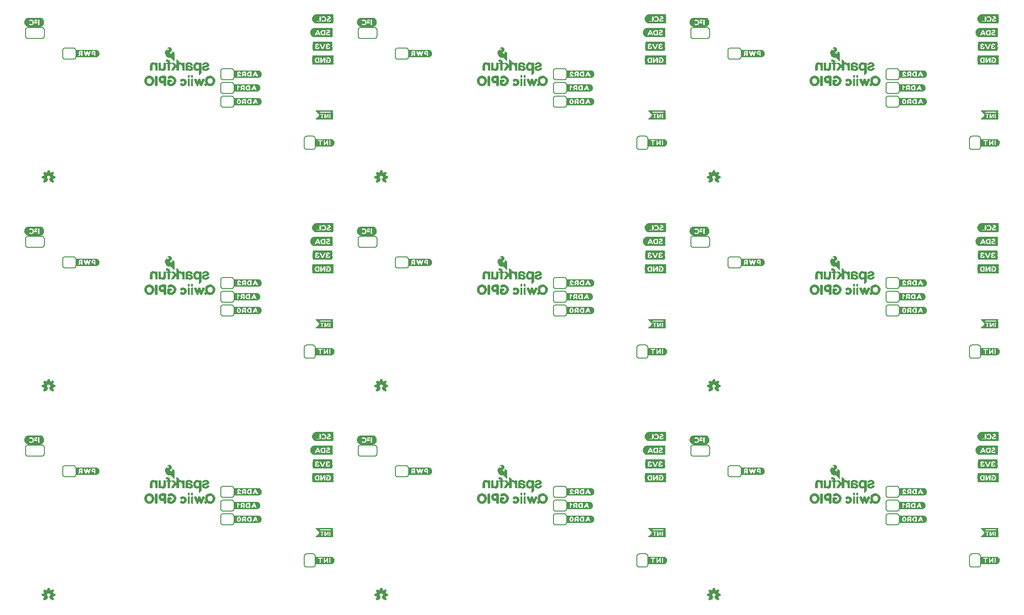
<source format=gbo>
G04 EAGLE Gerber RS-274X export*
G75*
%MOMM*%
%FSLAX34Y34*%
%LPD*%
%INSilkscreen Bottom*%
%IPPOS*%
%AMOC8*
5,1,8,0,0,1.08239X$1,22.5*%
G01*
%ADD10C,0.203200*%
%ADD11R,0.280000X0.070000*%
%ADD12R,0.420000X0.070000*%
%ADD13R,0.490000X0.070000*%
%ADD14R,0.630000X0.070000*%
%ADD15R,0.070000X0.070000*%
%ADD16R,0.770000X0.080000*%
%ADD17R,0.420000X0.080000*%
%ADD18R,0.910000X0.080000*%
%ADD19R,0.980000X0.080000*%
%ADD20R,0.350000X0.080000*%
%ADD21R,0.840000X0.080000*%
%ADD22R,1.050000X0.070000*%
%ADD23R,1.190000X0.070000*%
%ADD24R,0.980000X0.070000*%
%ADD25R,1.190000X0.060000*%
%ADD26R,0.420000X0.060000*%
%ADD27R,1.260000X0.060000*%
%ADD28R,0.490000X0.060000*%
%ADD29R,1.330000X0.080000*%
%ADD30R,0.490000X0.080000*%
%ADD31R,1.400000X0.080000*%
%ADD32R,1.470000X0.070000*%
%ADD33R,0.140000X0.070000*%
%ADD34R,1.400000X0.070000*%
%ADD35R,1.540000X0.070000*%
%ADD36R,1.610000X0.070000*%
%ADD37R,0.560000X0.060000*%
%ADD38R,0.630000X0.060000*%
%ADD39R,0.280000X0.060000*%
%ADD40R,0.560000X0.080000*%
%ADD41R,0.280000X0.080000*%
%ADD42R,0.070000X0.080000*%
%ADD43R,0.560000X0.070000*%
%ADD44R,0.840000X0.070000*%
%ADD45R,0.700000X0.070000*%
%ADD46R,1.120000X0.070000*%
%ADD47R,0.350000X0.070000*%
%ADD48R,1.680000X0.080000*%
%ADD49R,0.140000X0.080000*%
%ADD50R,1.330000X0.070000*%
%ADD51R,1.260000X0.070000*%
%ADD52R,0.770000X0.070000*%
%ADD53R,1.820000X0.070000*%
%ADD54R,1.750000X0.060000*%
%ADD55R,1.050000X0.060000*%
%ADD56R,1.330000X0.060000*%
%ADD57R,1.680000X0.070000*%
%ADD58R,0.700000X0.060000*%
%ADD59R,0.350000X0.060000*%
%ADD60R,0.210000X0.070000*%
%ADD61R,3.280000X0.040000*%
%ADD62R,3.400000X0.040000*%
%ADD63R,3.480000X0.040000*%
%ADD64R,3.560000X0.040000*%
%ADD65R,3.600000X0.040000*%
%ADD66R,3.640000X0.040000*%
%ADD67R,3.680000X0.040000*%
%ADD68R,0.720000X0.040000*%
%ADD69R,0.840000X0.040000*%
%ADD70R,1.800000X0.040000*%
%ADD71R,0.600000X0.040000*%
%ADD72R,0.280000X0.040000*%
%ADD73R,1.240000X0.040000*%
%ADD74R,0.560000X0.040000*%
%ADD75R,0.440000X0.040000*%
%ADD76R,0.160000X0.040000*%
%ADD77R,0.520000X0.040000*%
%ADD78R,0.320000X0.040000*%
%ADD79R,0.120000X0.040000*%
%ADD80R,0.080000X0.040000*%
%ADD81R,0.480000X0.040000*%
%ADD82R,1.280000X0.040000*%
%ADD83R,0.240000X0.040000*%
%ADD84R,0.400000X0.040000*%
%ADD85R,0.200000X0.040000*%
%ADD86R,1.320000X0.040000*%
%ADD87R,0.680000X0.040000*%
%ADD88R,0.920000X0.040000*%
%ADD89R,0.360000X0.040000*%
%ADD90R,0.760000X0.040000*%
%ADD91R,0.640000X0.040000*%
%ADD92R,3.720000X0.040000*%
%ADD93R,3.800000X0.040000*%
%ADD94R,3.840000X0.040000*%
%ADD95R,3.880000X0.040000*%
%ADD96R,3.920000X0.040000*%
%ADD97R,3.040000X0.040000*%
%ADD98R,0.800000X0.040000*%
%ADD99R,1.160000X0.040000*%
%ADD100R,1.120000X0.040000*%
%ADD101R,1.080000X0.040000*%
%ADD102R,1.040000X0.040000*%
%ADD103R,1.000000X0.040000*%
%ADD104R,0.960000X0.040000*%
%ADD105R,0.880000X0.040000*%
%ADD106R,2.800000X0.040000*%
%ADD107R,0.040000X0.040000*%
%ADD108R,3.240000X0.040000*%
%ADD109R,3.200000X0.040000*%
%ADD110R,3.160000X0.040000*%
%ADD111R,3.120000X0.040000*%
%ADD112R,2.840000X0.040000*%
%ADD113R,2.760000X0.040000*%
%ADD114R,2.720000X0.040000*%
%ADD115R,3.080000X0.040000*%
%ADD116R,2.440000X0.040000*%
%ADD117R,2.680000X0.040000*%
%ADD118R,3.000000X0.040000*%
%ADD119R,1.440000X0.040000*%
%ADD120R,1.480000X0.040000*%
%ADD121R,1.520000X0.040000*%

G36*
X1680265Y981214D02*
X1680265Y981214D01*
X1680268Y981211D01*
X1680868Y981311D01*
X1680871Y981315D01*
X1680874Y981313D01*
X1681574Y981513D01*
X1681575Y981514D01*
X1681576Y981513D01*
X1682175Y981713D01*
X1682874Y981913D01*
X1682880Y981922D01*
X1682887Y981919D01*
X1683487Y982319D01*
X1683488Y982322D01*
X1683491Y982322D01*
X1684491Y983122D01*
X1684492Y983126D01*
X1684495Y983125D01*
X1684995Y983625D01*
X1684995Y983629D01*
X1684998Y983629D01*
X1685398Y984129D01*
X1685399Y984133D01*
X1685401Y984133D01*
X1685801Y984733D01*
X1685801Y984740D01*
X1685805Y984743D01*
X1685805Y984744D01*
X1685807Y984744D01*
X1686006Y985342D01*
X1686305Y986041D01*
X1686305Y986044D01*
X1686307Y986044D01*
X1686507Y986644D01*
X1686505Y986651D01*
X1686509Y986653D01*
X1686609Y987353D01*
X1686606Y987358D01*
X1686609Y987360D01*
X1686609Y988660D01*
X1686606Y988664D01*
X1686609Y988667D01*
X1686509Y989367D01*
X1686505Y989371D01*
X1686507Y989374D01*
X1686307Y990074D01*
X1686306Y990075D01*
X1686307Y990076D01*
X1686107Y990676D01*
X1686102Y990679D01*
X1686104Y990682D01*
X1685804Y991282D01*
X1685800Y991284D01*
X1685801Y991287D01*
X1685401Y991887D01*
X1685398Y991888D01*
X1685398Y991891D01*
X1684598Y992891D01*
X1684594Y992892D01*
X1684595Y992895D01*
X1684095Y993395D01*
X1684088Y993396D01*
X1684087Y993401D01*
X1683487Y993801D01*
X1683483Y993801D01*
X1683482Y993804D01*
X1682282Y994404D01*
X1682277Y994403D01*
X1682276Y994407D01*
X1681676Y994607D01*
X1681674Y994606D01*
X1681674Y994607D01*
X1680974Y994807D01*
X1680969Y994806D01*
X1680967Y994809D01*
X1680267Y994909D01*
X1680262Y994906D01*
X1680260Y994909D01*
X1635760Y994909D01*
X1635713Y994873D01*
X1635715Y994870D01*
X1635711Y994868D01*
X1635611Y994268D01*
X1635614Y994263D01*
X1635611Y994260D01*
X1635611Y981360D01*
X1635647Y981313D01*
X1635649Y981314D01*
X1635650Y981312D01*
X1636150Y981212D01*
X1636157Y981215D01*
X1636160Y981211D01*
X1680260Y981211D01*
X1680265Y981214D01*
G37*
G36*
X1065585Y981214D02*
X1065585Y981214D01*
X1065588Y981211D01*
X1066188Y981311D01*
X1066191Y981315D01*
X1066194Y981313D01*
X1066894Y981513D01*
X1066895Y981514D01*
X1066896Y981513D01*
X1067495Y981713D01*
X1068194Y981913D01*
X1068200Y981922D01*
X1068207Y981919D01*
X1068807Y982319D01*
X1068808Y982322D01*
X1068811Y982322D01*
X1069811Y983122D01*
X1069812Y983126D01*
X1069815Y983125D01*
X1070315Y983625D01*
X1070315Y983629D01*
X1070318Y983629D01*
X1070718Y984129D01*
X1070719Y984133D01*
X1070721Y984133D01*
X1071121Y984733D01*
X1071121Y984740D01*
X1071125Y984743D01*
X1071125Y984744D01*
X1071127Y984744D01*
X1071326Y985342D01*
X1071625Y986041D01*
X1071625Y986044D01*
X1071627Y986044D01*
X1071827Y986644D01*
X1071825Y986651D01*
X1071829Y986653D01*
X1071929Y987353D01*
X1071926Y987358D01*
X1071929Y987360D01*
X1071929Y988660D01*
X1071926Y988664D01*
X1071929Y988667D01*
X1071829Y989367D01*
X1071825Y989371D01*
X1071827Y989374D01*
X1071627Y990074D01*
X1071626Y990075D01*
X1071627Y990076D01*
X1071427Y990676D01*
X1071422Y990679D01*
X1071424Y990682D01*
X1071124Y991282D01*
X1071120Y991284D01*
X1071121Y991287D01*
X1070721Y991887D01*
X1070718Y991888D01*
X1070718Y991891D01*
X1069918Y992891D01*
X1069914Y992892D01*
X1069915Y992895D01*
X1069415Y993395D01*
X1069408Y993396D01*
X1069407Y993401D01*
X1068807Y993801D01*
X1068803Y993801D01*
X1068802Y993804D01*
X1067602Y994404D01*
X1067597Y994403D01*
X1067596Y994407D01*
X1066996Y994607D01*
X1066994Y994606D01*
X1066994Y994607D01*
X1066294Y994807D01*
X1066289Y994806D01*
X1066287Y994809D01*
X1065587Y994909D01*
X1065582Y994906D01*
X1065580Y994909D01*
X1021080Y994909D01*
X1021033Y994873D01*
X1021035Y994870D01*
X1021031Y994868D01*
X1020931Y994268D01*
X1020934Y994263D01*
X1020931Y994260D01*
X1020931Y981360D01*
X1020967Y981313D01*
X1020969Y981314D01*
X1020970Y981312D01*
X1021470Y981212D01*
X1021477Y981215D01*
X1021480Y981211D01*
X1065580Y981211D01*
X1065585Y981214D01*
G37*
G36*
X1065585Y595134D02*
X1065585Y595134D01*
X1065588Y595131D01*
X1066188Y595231D01*
X1066191Y595235D01*
X1066194Y595233D01*
X1066894Y595433D01*
X1066895Y595434D01*
X1066896Y595433D01*
X1067495Y595633D01*
X1068194Y595833D01*
X1068200Y595842D01*
X1068207Y595839D01*
X1068807Y596239D01*
X1068808Y596242D01*
X1068811Y596242D01*
X1069811Y597042D01*
X1069812Y597046D01*
X1069815Y597045D01*
X1070315Y597545D01*
X1070315Y597549D01*
X1070318Y597549D01*
X1070718Y598049D01*
X1070719Y598053D01*
X1070721Y598053D01*
X1071121Y598653D01*
X1071121Y598660D01*
X1071125Y598663D01*
X1071125Y598664D01*
X1071127Y598664D01*
X1071326Y599262D01*
X1071625Y599961D01*
X1071625Y599964D01*
X1071627Y599964D01*
X1071827Y600564D01*
X1071825Y600571D01*
X1071829Y600573D01*
X1071929Y601273D01*
X1071926Y601278D01*
X1071929Y601280D01*
X1071929Y602580D01*
X1071926Y602584D01*
X1071929Y602587D01*
X1071829Y603287D01*
X1071825Y603291D01*
X1071827Y603294D01*
X1071627Y603994D01*
X1071626Y603995D01*
X1071627Y603996D01*
X1071427Y604596D01*
X1071422Y604599D01*
X1071424Y604602D01*
X1071124Y605202D01*
X1071120Y605204D01*
X1071121Y605207D01*
X1070721Y605807D01*
X1070718Y605808D01*
X1070718Y605811D01*
X1069918Y606811D01*
X1069914Y606812D01*
X1069915Y606815D01*
X1069415Y607315D01*
X1069408Y607316D01*
X1069407Y607321D01*
X1068807Y607721D01*
X1068803Y607721D01*
X1068802Y607724D01*
X1067602Y608324D01*
X1067597Y608323D01*
X1067596Y608327D01*
X1066996Y608527D01*
X1066994Y608526D01*
X1066994Y608527D01*
X1066294Y608727D01*
X1066289Y608726D01*
X1066287Y608729D01*
X1065587Y608829D01*
X1065582Y608826D01*
X1065580Y608829D01*
X1021080Y608829D01*
X1021033Y608793D01*
X1021035Y608790D01*
X1021031Y608788D01*
X1020931Y608188D01*
X1020934Y608183D01*
X1020931Y608180D01*
X1020931Y595280D01*
X1020967Y595233D01*
X1020969Y595234D01*
X1020970Y595232D01*
X1021470Y595132D01*
X1021477Y595135D01*
X1021480Y595131D01*
X1065580Y595131D01*
X1065585Y595134D01*
G37*
G36*
X450905Y209054D02*
X450905Y209054D01*
X450908Y209051D01*
X451508Y209151D01*
X451511Y209155D01*
X451514Y209153D01*
X452214Y209353D01*
X452215Y209354D01*
X452216Y209353D01*
X452815Y209553D01*
X453514Y209753D01*
X453520Y209762D01*
X453527Y209759D01*
X454127Y210159D01*
X454128Y210162D01*
X454131Y210162D01*
X455131Y210962D01*
X455132Y210966D01*
X455135Y210965D01*
X455635Y211465D01*
X455635Y211469D01*
X455638Y211469D01*
X456038Y211969D01*
X456039Y211973D01*
X456041Y211973D01*
X456441Y212573D01*
X456441Y212580D01*
X456445Y212583D01*
X456445Y212584D01*
X456447Y212584D01*
X456646Y213182D01*
X456945Y213881D01*
X456945Y213884D01*
X456947Y213884D01*
X457147Y214484D01*
X457145Y214491D01*
X457149Y214493D01*
X457249Y215193D01*
X457246Y215198D01*
X457249Y215200D01*
X457249Y216500D01*
X457246Y216504D01*
X457249Y216507D01*
X457149Y217207D01*
X457145Y217211D01*
X457147Y217214D01*
X456947Y217914D01*
X456946Y217915D01*
X456947Y217916D01*
X456747Y218516D01*
X456742Y218519D01*
X456744Y218522D01*
X456444Y219122D01*
X456440Y219124D01*
X456441Y219127D01*
X456041Y219727D01*
X456038Y219728D01*
X456038Y219731D01*
X455238Y220731D01*
X455234Y220732D01*
X455235Y220735D01*
X454735Y221235D01*
X454728Y221236D01*
X454727Y221241D01*
X454127Y221641D01*
X454123Y221641D01*
X454122Y221644D01*
X452922Y222244D01*
X452917Y222243D01*
X452916Y222247D01*
X452316Y222447D01*
X452314Y222446D01*
X452314Y222447D01*
X451614Y222647D01*
X451609Y222646D01*
X451607Y222649D01*
X450907Y222749D01*
X450902Y222746D01*
X450900Y222749D01*
X406400Y222749D01*
X406353Y222713D01*
X406355Y222710D01*
X406351Y222708D01*
X406251Y222108D01*
X406254Y222103D01*
X406251Y222100D01*
X406251Y209200D01*
X406287Y209153D01*
X406289Y209154D01*
X406290Y209152D01*
X406790Y209052D01*
X406797Y209055D01*
X406800Y209051D01*
X450900Y209051D01*
X450905Y209054D01*
G37*
G36*
X1680265Y209054D02*
X1680265Y209054D01*
X1680268Y209051D01*
X1680868Y209151D01*
X1680871Y209155D01*
X1680874Y209153D01*
X1681574Y209353D01*
X1681575Y209354D01*
X1681576Y209353D01*
X1682175Y209553D01*
X1682874Y209753D01*
X1682880Y209762D01*
X1682887Y209759D01*
X1683487Y210159D01*
X1683488Y210162D01*
X1683491Y210162D01*
X1684491Y210962D01*
X1684492Y210966D01*
X1684495Y210965D01*
X1684995Y211465D01*
X1684995Y211469D01*
X1684998Y211469D01*
X1685398Y211969D01*
X1685399Y211973D01*
X1685401Y211973D01*
X1685801Y212573D01*
X1685801Y212580D01*
X1685805Y212583D01*
X1685805Y212584D01*
X1685807Y212584D01*
X1686006Y213182D01*
X1686305Y213881D01*
X1686305Y213884D01*
X1686307Y213884D01*
X1686507Y214484D01*
X1686505Y214491D01*
X1686509Y214493D01*
X1686609Y215193D01*
X1686606Y215198D01*
X1686609Y215200D01*
X1686609Y216500D01*
X1686606Y216504D01*
X1686609Y216507D01*
X1686509Y217207D01*
X1686505Y217211D01*
X1686507Y217214D01*
X1686307Y217914D01*
X1686306Y217915D01*
X1686307Y217916D01*
X1686107Y218516D01*
X1686102Y218519D01*
X1686104Y218522D01*
X1685804Y219122D01*
X1685800Y219124D01*
X1685801Y219127D01*
X1685401Y219727D01*
X1685398Y219728D01*
X1685398Y219731D01*
X1684598Y220731D01*
X1684594Y220732D01*
X1684595Y220735D01*
X1684095Y221235D01*
X1684088Y221236D01*
X1684087Y221241D01*
X1683487Y221641D01*
X1683483Y221641D01*
X1683482Y221644D01*
X1682282Y222244D01*
X1682277Y222243D01*
X1682276Y222247D01*
X1681676Y222447D01*
X1681674Y222446D01*
X1681674Y222447D01*
X1680974Y222647D01*
X1680969Y222646D01*
X1680967Y222649D01*
X1680267Y222749D01*
X1680262Y222746D01*
X1680260Y222749D01*
X1635760Y222749D01*
X1635713Y222713D01*
X1635715Y222710D01*
X1635711Y222708D01*
X1635611Y222108D01*
X1635614Y222103D01*
X1635611Y222100D01*
X1635611Y209200D01*
X1635647Y209153D01*
X1635649Y209154D01*
X1635650Y209152D01*
X1636150Y209052D01*
X1636157Y209055D01*
X1636160Y209051D01*
X1680260Y209051D01*
X1680265Y209054D01*
G37*
G36*
X1065585Y209054D02*
X1065585Y209054D01*
X1065588Y209051D01*
X1066188Y209151D01*
X1066191Y209155D01*
X1066194Y209153D01*
X1066894Y209353D01*
X1066895Y209354D01*
X1066896Y209353D01*
X1067495Y209553D01*
X1068194Y209753D01*
X1068200Y209762D01*
X1068207Y209759D01*
X1068807Y210159D01*
X1068808Y210162D01*
X1068811Y210162D01*
X1069811Y210962D01*
X1069812Y210966D01*
X1069815Y210965D01*
X1070315Y211465D01*
X1070315Y211469D01*
X1070318Y211469D01*
X1070718Y211969D01*
X1070719Y211973D01*
X1070721Y211973D01*
X1071121Y212573D01*
X1071121Y212580D01*
X1071125Y212583D01*
X1071125Y212584D01*
X1071127Y212584D01*
X1071326Y213182D01*
X1071625Y213881D01*
X1071625Y213884D01*
X1071627Y213884D01*
X1071827Y214484D01*
X1071825Y214491D01*
X1071829Y214493D01*
X1071929Y215193D01*
X1071926Y215198D01*
X1071929Y215200D01*
X1071929Y216500D01*
X1071926Y216504D01*
X1071929Y216507D01*
X1071829Y217207D01*
X1071825Y217211D01*
X1071827Y217214D01*
X1071627Y217914D01*
X1071626Y217915D01*
X1071627Y217916D01*
X1071427Y218516D01*
X1071422Y218519D01*
X1071424Y218522D01*
X1071124Y219122D01*
X1071120Y219124D01*
X1071121Y219127D01*
X1070721Y219727D01*
X1070718Y219728D01*
X1070718Y219731D01*
X1069918Y220731D01*
X1069914Y220732D01*
X1069915Y220735D01*
X1069415Y221235D01*
X1069408Y221236D01*
X1069407Y221241D01*
X1068807Y221641D01*
X1068803Y221641D01*
X1068802Y221644D01*
X1067602Y222244D01*
X1067597Y222243D01*
X1067596Y222247D01*
X1066996Y222447D01*
X1066994Y222446D01*
X1066994Y222447D01*
X1066294Y222647D01*
X1066289Y222646D01*
X1066287Y222649D01*
X1065587Y222749D01*
X1065582Y222746D01*
X1065580Y222749D01*
X1021080Y222749D01*
X1021033Y222713D01*
X1021035Y222710D01*
X1021031Y222708D01*
X1020931Y222108D01*
X1020934Y222103D01*
X1020931Y222100D01*
X1020931Y209200D01*
X1020967Y209153D01*
X1020969Y209154D01*
X1020970Y209152D01*
X1021470Y209052D01*
X1021477Y209055D01*
X1021480Y209051D01*
X1065580Y209051D01*
X1065585Y209054D01*
G37*
G36*
X1680265Y595134D02*
X1680265Y595134D01*
X1680268Y595131D01*
X1680868Y595231D01*
X1680871Y595235D01*
X1680874Y595233D01*
X1681574Y595433D01*
X1681575Y595434D01*
X1681576Y595433D01*
X1682175Y595633D01*
X1682874Y595833D01*
X1682880Y595842D01*
X1682887Y595839D01*
X1683487Y596239D01*
X1683488Y596242D01*
X1683491Y596242D01*
X1684491Y597042D01*
X1684492Y597046D01*
X1684495Y597045D01*
X1684995Y597545D01*
X1684995Y597549D01*
X1684998Y597549D01*
X1685398Y598049D01*
X1685399Y598053D01*
X1685401Y598053D01*
X1685801Y598653D01*
X1685801Y598660D01*
X1685805Y598663D01*
X1685805Y598664D01*
X1685807Y598664D01*
X1686006Y599262D01*
X1686305Y599961D01*
X1686305Y599964D01*
X1686307Y599964D01*
X1686507Y600564D01*
X1686505Y600571D01*
X1686509Y600573D01*
X1686609Y601273D01*
X1686606Y601278D01*
X1686609Y601280D01*
X1686609Y602580D01*
X1686606Y602584D01*
X1686609Y602587D01*
X1686509Y603287D01*
X1686505Y603291D01*
X1686507Y603294D01*
X1686307Y603994D01*
X1686306Y603995D01*
X1686307Y603996D01*
X1686107Y604596D01*
X1686102Y604599D01*
X1686104Y604602D01*
X1685804Y605202D01*
X1685800Y605204D01*
X1685801Y605207D01*
X1685401Y605807D01*
X1685398Y605808D01*
X1685398Y605811D01*
X1684598Y606811D01*
X1684594Y606812D01*
X1684595Y606815D01*
X1684095Y607315D01*
X1684088Y607316D01*
X1684087Y607321D01*
X1683487Y607721D01*
X1683483Y607721D01*
X1683482Y607724D01*
X1682282Y608324D01*
X1682277Y608323D01*
X1682276Y608327D01*
X1681676Y608527D01*
X1681674Y608526D01*
X1681674Y608527D01*
X1680974Y608727D01*
X1680969Y608726D01*
X1680967Y608729D01*
X1680267Y608829D01*
X1680262Y608826D01*
X1680260Y608829D01*
X1635760Y608829D01*
X1635713Y608793D01*
X1635715Y608790D01*
X1635711Y608788D01*
X1635611Y608188D01*
X1635614Y608183D01*
X1635611Y608180D01*
X1635611Y595280D01*
X1635647Y595233D01*
X1635649Y595234D01*
X1635650Y595232D01*
X1636150Y595132D01*
X1636157Y595135D01*
X1636160Y595131D01*
X1680260Y595131D01*
X1680265Y595134D01*
G37*
G36*
X450905Y595134D02*
X450905Y595134D01*
X450908Y595131D01*
X451508Y595231D01*
X451511Y595235D01*
X451514Y595233D01*
X452214Y595433D01*
X452215Y595434D01*
X452216Y595433D01*
X452815Y595633D01*
X453514Y595833D01*
X453520Y595842D01*
X453527Y595839D01*
X454127Y596239D01*
X454128Y596242D01*
X454131Y596242D01*
X455131Y597042D01*
X455132Y597046D01*
X455135Y597045D01*
X455635Y597545D01*
X455635Y597549D01*
X455638Y597549D01*
X456038Y598049D01*
X456039Y598053D01*
X456041Y598053D01*
X456441Y598653D01*
X456441Y598660D01*
X456445Y598663D01*
X456445Y598664D01*
X456447Y598664D01*
X456646Y599262D01*
X456945Y599961D01*
X456945Y599964D01*
X456947Y599964D01*
X457147Y600564D01*
X457145Y600571D01*
X457149Y600573D01*
X457249Y601273D01*
X457246Y601278D01*
X457249Y601280D01*
X457249Y602580D01*
X457246Y602584D01*
X457249Y602587D01*
X457149Y603287D01*
X457145Y603291D01*
X457147Y603294D01*
X456947Y603994D01*
X456946Y603995D01*
X456947Y603996D01*
X456747Y604596D01*
X456742Y604599D01*
X456744Y604602D01*
X456444Y605202D01*
X456440Y605204D01*
X456441Y605207D01*
X456041Y605807D01*
X456038Y605808D01*
X456038Y605811D01*
X455238Y606811D01*
X455234Y606812D01*
X455235Y606815D01*
X454735Y607315D01*
X454728Y607316D01*
X454727Y607321D01*
X454127Y607721D01*
X454123Y607721D01*
X454122Y607724D01*
X452922Y608324D01*
X452917Y608323D01*
X452916Y608327D01*
X452316Y608527D01*
X452314Y608526D01*
X452314Y608527D01*
X451614Y608727D01*
X451609Y608726D01*
X451607Y608729D01*
X450907Y608829D01*
X450902Y608826D01*
X450900Y608829D01*
X406400Y608829D01*
X406353Y608793D01*
X406355Y608790D01*
X406351Y608788D01*
X406251Y608188D01*
X406254Y608183D01*
X406251Y608180D01*
X406251Y595280D01*
X406287Y595233D01*
X406289Y595234D01*
X406290Y595232D01*
X406790Y595132D01*
X406797Y595135D01*
X406800Y595131D01*
X450900Y595131D01*
X450905Y595134D01*
G37*
G36*
X450905Y981214D02*
X450905Y981214D01*
X450908Y981211D01*
X451508Y981311D01*
X451511Y981315D01*
X451514Y981313D01*
X452214Y981513D01*
X452215Y981514D01*
X452216Y981513D01*
X452815Y981713D01*
X453514Y981913D01*
X453520Y981922D01*
X453527Y981919D01*
X454127Y982319D01*
X454128Y982322D01*
X454131Y982322D01*
X455131Y983122D01*
X455132Y983126D01*
X455135Y983125D01*
X455635Y983625D01*
X455635Y983629D01*
X455638Y983629D01*
X456038Y984129D01*
X456039Y984133D01*
X456041Y984133D01*
X456441Y984733D01*
X456441Y984740D01*
X456445Y984743D01*
X456445Y984744D01*
X456447Y984744D01*
X456646Y985342D01*
X456945Y986041D01*
X456945Y986044D01*
X456947Y986044D01*
X457147Y986644D01*
X457145Y986651D01*
X457149Y986653D01*
X457249Y987353D01*
X457246Y987358D01*
X457249Y987360D01*
X457249Y988660D01*
X457246Y988664D01*
X457249Y988667D01*
X457149Y989367D01*
X457145Y989371D01*
X457147Y989374D01*
X456947Y990074D01*
X456946Y990075D01*
X456947Y990076D01*
X456747Y990676D01*
X456742Y990679D01*
X456744Y990682D01*
X456444Y991282D01*
X456440Y991284D01*
X456441Y991287D01*
X456041Y991887D01*
X456038Y991888D01*
X456038Y991891D01*
X455238Y992891D01*
X455234Y992892D01*
X455235Y992895D01*
X454735Y993395D01*
X454728Y993396D01*
X454727Y993401D01*
X454127Y993801D01*
X454123Y993801D01*
X454122Y993804D01*
X452922Y994404D01*
X452917Y994403D01*
X452916Y994407D01*
X452316Y994607D01*
X452314Y994606D01*
X452314Y994607D01*
X451614Y994807D01*
X451609Y994806D01*
X451607Y994809D01*
X450907Y994909D01*
X450902Y994906D01*
X450900Y994909D01*
X406400Y994909D01*
X406353Y994873D01*
X406355Y994870D01*
X406351Y994868D01*
X406251Y994268D01*
X406254Y994263D01*
X406251Y994260D01*
X406251Y981360D01*
X406287Y981313D01*
X406289Y981314D01*
X406290Y981312D01*
X406790Y981212D01*
X406797Y981215D01*
X406800Y981211D01*
X450900Y981211D01*
X450905Y981214D01*
G37*
G36*
X1065187Y158256D02*
X1065187Y158256D01*
X1065196Y158253D01*
X1065200Y158266D01*
X1065227Y158287D01*
X1065213Y158305D01*
X1065214Y158308D01*
X1065240Y158272D01*
X1065281Y158259D01*
X1065288Y158251D01*
X1065888Y158351D01*
X1066587Y158451D01*
X1066592Y158456D01*
X1066596Y158453D01*
X1067195Y158653D01*
X1067894Y158853D01*
X1067898Y158858D01*
X1067902Y158856D01*
X1068502Y159156D01*
X1068505Y159163D01*
X1068511Y159162D01*
X1069009Y159560D01*
X1069607Y159959D01*
X1069610Y159966D01*
X1069615Y159965D01*
X1070115Y160465D01*
X1070115Y160469D01*
X1070118Y160469D01*
X1070918Y161469D01*
X1070919Y161477D01*
X1070924Y161478D01*
X1071224Y162078D01*
X1071224Y162080D01*
X1071225Y162081D01*
X1071525Y162781D01*
X1071525Y162784D01*
X1071527Y162784D01*
X1071727Y163384D01*
X1071725Y163391D01*
X1071729Y163393D01*
X1071829Y164092D01*
X1071929Y164692D01*
X1071926Y164697D01*
X1071929Y164700D01*
X1071929Y165400D01*
X1071926Y165404D01*
X1071929Y165407D01*
X1071729Y166807D01*
X1071724Y166812D01*
X1071727Y166816D01*
X1071527Y167416D01*
X1071522Y167419D01*
X1071524Y167422D01*
X1070924Y168622D01*
X1070920Y168624D01*
X1070921Y168627D01*
X1070521Y169227D01*
X1070518Y169228D01*
X1070518Y169231D01*
X1070118Y169731D01*
X1070114Y169732D01*
X1070115Y169735D01*
X1069615Y170235D01*
X1069611Y170235D01*
X1069611Y170238D01*
X1069111Y170638D01*
X1069107Y170639D01*
X1069107Y170641D01*
X1068507Y171041D01*
X1068503Y171041D01*
X1068502Y171044D01*
X1067902Y171344D01*
X1067897Y171343D01*
X1067896Y171347D01*
X1067296Y171547D01*
X1067294Y171546D01*
X1067294Y171547D01*
X1066594Y171747D01*
X1066589Y171746D01*
X1066587Y171749D01*
X1065888Y171849D01*
X1065288Y171949D01*
X1065283Y171946D01*
X1065280Y171949D01*
X1021680Y171949D01*
X1021675Y171946D01*
X1021672Y171949D01*
X1021072Y171849D01*
X1021035Y171810D01*
X1021033Y171808D01*
X1021033Y171807D01*
X1021031Y171805D01*
X1021034Y171803D01*
X1021031Y171800D01*
X1021031Y158900D01*
X1021034Y158895D01*
X1021031Y158892D01*
X1021131Y158292D01*
X1021175Y158251D01*
X1021178Y158254D01*
X1021180Y158251D01*
X1065180Y158251D01*
X1065187Y158256D01*
G37*
G36*
X450507Y158256D02*
X450507Y158256D01*
X450516Y158253D01*
X450520Y158266D01*
X450547Y158287D01*
X450533Y158305D01*
X450534Y158308D01*
X450560Y158272D01*
X450601Y158259D01*
X450608Y158251D01*
X451208Y158351D01*
X451907Y158451D01*
X451912Y158456D01*
X451916Y158453D01*
X452515Y158653D01*
X453214Y158853D01*
X453218Y158858D01*
X453222Y158856D01*
X453822Y159156D01*
X453825Y159163D01*
X453831Y159162D01*
X454329Y159560D01*
X454927Y159959D01*
X454930Y159966D01*
X454935Y159965D01*
X455435Y160465D01*
X455435Y160469D01*
X455438Y160469D01*
X456238Y161469D01*
X456239Y161477D01*
X456244Y161478D01*
X456544Y162078D01*
X456544Y162080D01*
X456545Y162081D01*
X456845Y162781D01*
X456845Y162784D01*
X456847Y162784D01*
X457047Y163384D01*
X457045Y163391D01*
X457049Y163393D01*
X457149Y164092D01*
X457249Y164692D01*
X457246Y164697D01*
X457249Y164700D01*
X457249Y165400D01*
X457246Y165404D01*
X457249Y165407D01*
X457049Y166807D01*
X457044Y166812D01*
X457047Y166816D01*
X456847Y167416D01*
X456842Y167419D01*
X456844Y167422D01*
X456244Y168622D01*
X456240Y168624D01*
X456241Y168627D01*
X455841Y169227D01*
X455838Y169228D01*
X455838Y169231D01*
X455438Y169731D01*
X455434Y169732D01*
X455435Y169735D01*
X454935Y170235D01*
X454931Y170235D01*
X454931Y170238D01*
X454431Y170638D01*
X454427Y170639D01*
X454427Y170641D01*
X453827Y171041D01*
X453823Y171041D01*
X453822Y171044D01*
X453222Y171344D01*
X453217Y171343D01*
X453216Y171347D01*
X452616Y171547D01*
X452614Y171546D01*
X452614Y171547D01*
X451914Y171747D01*
X451909Y171746D01*
X451907Y171749D01*
X451208Y171849D01*
X450608Y171949D01*
X450603Y171946D01*
X450600Y171949D01*
X407000Y171949D01*
X406995Y171946D01*
X406992Y171949D01*
X406392Y171849D01*
X406355Y171810D01*
X406353Y171808D01*
X406353Y171807D01*
X406351Y171805D01*
X406354Y171803D01*
X406351Y171800D01*
X406351Y158900D01*
X406354Y158895D01*
X406351Y158892D01*
X406451Y158292D01*
X406495Y158251D01*
X406498Y158254D01*
X406500Y158251D01*
X450500Y158251D01*
X450507Y158256D01*
G37*
G36*
X1679867Y544336D02*
X1679867Y544336D01*
X1679876Y544333D01*
X1679880Y544346D01*
X1679907Y544367D01*
X1679893Y544385D01*
X1679894Y544388D01*
X1679920Y544352D01*
X1679961Y544339D01*
X1679968Y544331D01*
X1680568Y544431D01*
X1681267Y544531D01*
X1681272Y544536D01*
X1681276Y544533D01*
X1681875Y544733D01*
X1682574Y544933D01*
X1682578Y544938D01*
X1682582Y544936D01*
X1683182Y545236D01*
X1683185Y545243D01*
X1683191Y545242D01*
X1683689Y545640D01*
X1684287Y546039D01*
X1684290Y546046D01*
X1684295Y546045D01*
X1684795Y546545D01*
X1684795Y546549D01*
X1684798Y546549D01*
X1685598Y547549D01*
X1685599Y547557D01*
X1685604Y547558D01*
X1685904Y548158D01*
X1685904Y548160D01*
X1685905Y548161D01*
X1686205Y548861D01*
X1686205Y548864D01*
X1686207Y548864D01*
X1686407Y549464D01*
X1686405Y549471D01*
X1686409Y549473D01*
X1686509Y550172D01*
X1686609Y550772D01*
X1686606Y550777D01*
X1686609Y550780D01*
X1686609Y551480D01*
X1686606Y551484D01*
X1686609Y551487D01*
X1686409Y552887D01*
X1686404Y552892D01*
X1686407Y552896D01*
X1686207Y553496D01*
X1686202Y553499D01*
X1686204Y553502D01*
X1685604Y554702D01*
X1685600Y554704D01*
X1685601Y554707D01*
X1685201Y555307D01*
X1685198Y555308D01*
X1685198Y555311D01*
X1684798Y555811D01*
X1684794Y555812D01*
X1684795Y555815D01*
X1684295Y556315D01*
X1684291Y556315D01*
X1684291Y556318D01*
X1683791Y556718D01*
X1683787Y556719D01*
X1683787Y556721D01*
X1683187Y557121D01*
X1683183Y557121D01*
X1683182Y557124D01*
X1682582Y557424D01*
X1682577Y557423D01*
X1682576Y557427D01*
X1681976Y557627D01*
X1681974Y557626D01*
X1681974Y557627D01*
X1681274Y557827D01*
X1681269Y557826D01*
X1681267Y557829D01*
X1680568Y557929D01*
X1679968Y558029D01*
X1679963Y558026D01*
X1679960Y558029D01*
X1636360Y558029D01*
X1636355Y558026D01*
X1636352Y558029D01*
X1635752Y557929D01*
X1635715Y557890D01*
X1635713Y557888D01*
X1635713Y557887D01*
X1635711Y557885D01*
X1635714Y557883D01*
X1635711Y557880D01*
X1635711Y544980D01*
X1635714Y544975D01*
X1635711Y544972D01*
X1635811Y544372D01*
X1635855Y544331D01*
X1635858Y544334D01*
X1635860Y544331D01*
X1679860Y544331D01*
X1679867Y544336D01*
G37*
G36*
X450507Y544336D02*
X450507Y544336D01*
X450516Y544333D01*
X450520Y544346D01*
X450547Y544367D01*
X450533Y544385D01*
X450534Y544388D01*
X450560Y544352D01*
X450601Y544339D01*
X450608Y544331D01*
X451208Y544431D01*
X451907Y544531D01*
X451912Y544536D01*
X451916Y544533D01*
X452515Y544733D01*
X453214Y544933D01*
X453218Y544938D01*
X453222Y544936D01*
X453822Y545236D01*
X453825Y545243D01*
X453831Y545242D01*
X454329Y545640D01*
X454927Y546039D01*
X454930Y546046D01*
X454935Y546045D01*
X455435Y546545D01*
X455435Y546549D01*
X455438Y546549D01*
X456238Y547549D01*
X456239Y547557D01*
X456244Y547558D01*
X456544Y548158D01*
X456544Y548160D01*
X456545Y548161D01*
X456845Y548861D01*
X456845Y548864D01*
X456847Y548864D01*
X457047Y549464D01*
X457045Y549471D01*
X457049Y549473D01*
X457149Y550172D01*
X457249Y550772D01*
X457246Y550777D01*
X457249Y550780D01*
X457249Y551480D01*
X457246Y551484D01*
X457249Y551487D01*
X457049Y552887D01*
X457044Y552892D01*
X457047Y552896D01*
X456847Y553496D01*
X456842Y553499D01*
X456844Y553502D01*
X456244Y554702D01*
X456240Y554704D01*
X456241Y554707D01*
X455841Y555307D01*
X455838Y555308D01*
X455838Y555311D01*
X455438Y555811D01*
X455434Y555812D01*
X455435Y555815D01*
X454935Y556315D01*
X454931Y556315D01*
X454931Y556318D01*
X454431Y556718D01*
X454427Y556719D01*
X454427Y556721D01*
X453827Y557121D01*
X453823Y557121D01*
X453822Y557124D01*
X453222Y557424D01*
X453217Y557423D01*
X453216Y557427D01*
X452616Y557627D01*
X452614Y557626D01*
X452614Y557627D01*
X451914Y557827D01*
X451909Y557826D01*
X451907Y557829D01*
X451208Y557929D01*
X450608Y558029D01*
X450603Y558026D01*
X450600Y558029D01*
X407000Y558029D01*
X406995Y558026D01*
X406992Y558029D01*
X406392Y557929D01*
X406355Y557890D01*
X406353Y557888D01*
X406353Y557887D01*
X406351Y557885D01*
X406354Y557883D01*
X406351Y557880D01*
X406351Y544980D01*
X406354Y544975D01*
X406351Y544972D01*
X406451Y544372D01*
X406495Y544331D01*
X406498Y544334D01*
X406500Y544331D01*
X450500Y544331D01*
X450507Y544336D01*
G37*
G36*
X450507Y930416D02*
X450507Y930416D01*
X450516Y930413D01*
X450520Y930426D01*
X450547Y930447D01*
X450533Y930465D01*
X450534Y930468D01*
X450560Y930432D01*
X450601Y930419D01*
X450608Y930411D01*
X451208Y930511D01*
X451907Y930611D01*
X451912Y930616D01*
X451916Y930613D01*
X452515Y930813D01*
X453214Y931013D01*
X453218Y931018D01*
X453222Y931016D01*
X453822Y931316D01*
X453825Y931323D01*
X453831Y931322D01*
X454329Y931720D01*
X454927Y932119D01*
X454930Y932126D01*
X454935Y932125D01*
X455435Y932625D01*
X455435Y932629D01*
X455438Y932629D01*
X456238Y933629D01*
X456239Y933637D01*
X456244Y933638D01*
X456544Y934238D01*
X456544Y934240D01*
X456545Y934241D01*
X456845Y934941D01*
X456845Y934944D01*
X456847Y934944D01*
X457047Y935544D01*
X457045Y935551D01*
X457049Y935553D01*
X457149Y936252D01*
X457249Y936852D01*
X457246Y936857D01*
X457249Y936860D01*
X457249Y937560D01*
X457246Y937564D01*
X457249Y937567D01*
X457049Y938967D01*
X457044Y938972D01*
X457047Y938976D01*
X456847Y939576D01*
X456842Y939579D01*
X456844Y939582D01*
X456244Y940782D01*
X456240Y940784D01*
X456241Y940787D01*
X455841Y941387D01*
X455838Y941388D01*
X455838Y941391D01*
X455438Y941891D01*
X455434Y941892D01*
X455435Y941895D01*
X454935Y942395D01*
X454931Y942395D01*
X454931Y942398D01*
X454431Y942798D01*
X454427Y942799D01*
X454427Y942801D01*
X453827Y943201D01*
X453823Y943201D01*
X453822Y943204D01*
X453222Y943504D01*
X453217Y943503D01*
X453216Y943507D01*
X452616Y943707D01*
X452614Y943706D01*
X452614Y943707D01*
X451914Y943907D01*
X451909Y943906D01*
X451907Y943909D01*
X451208Y944009D01*
X450608Y944109D01*
X450603Y944106D01*
X450600Y944109D01*
X407000Y944109D01*
X406995Y944106D01*
X406992Y944109D01*
X406392Y944009D01*
X406355Y943970D01*
X406353Y943968D01*
X406353Y943967D01*
X406351Y943965D01*
X406354Y943963D01*
X406351Y943960D01*
X406351Y931060D01*
X406354Y931055D01*
X406351Y931052D01*
X406451Y930452D01*
X406495Y930411D01*
X406498Y930414D01*
X406500Y930411D01*
X450500Y930411D01*
X450507Y930416D01*
G37*
G36*
X1065187Y930416D02*
X1065187Y930416D01*
X1065196Y930413D01*
X1065200Y930426D01*
X1065227Y930447D01*
X1065213Y930465D01*
X1065214Y930468D01*
X1065240Y930432D01*
X1065281Y930419D01*
X1065288Y930411D01*
X1065888Y930511D01*
X1066587Y930611D01*
X1066592Y930616D01*
X1066596Y930613D01*
X1067195Y930813D01*
X1067894Y931013D01*
X1067898Y931018D01*
X1067902Y931016D01*
X1068502Y931316D01*
X1068505Y931323D01*
X1068511Y931322D01*
X1069009Y931720D01*
X1069607Y932119D01*
X1069610Y932126D01*
X1069615Y932125D01*
X1070115Y932625D01*
X1070115Y932629D01*
X1070118Y932629D01*
X1070918Y933629D01*
X1070919Y933637D01*
X1070924Y933638D01*
X1071224Y934238D01*
X1071224Y934240D01*
X1071225Y934241D01*
X1071525Y934941D01*
X1071525Y934944D01*
X1071527Y934944D01*
X1071727Y935544D01*
X1071725Y935551D01*
X1071729Y935553D01*
X1071829Y936252D01*
X1071929Y936852D01*
X1071926Y936857D01*
X1071929Y936860D01*
X1071929Y937560D01*
X1071926Y937564D01*
X1071929Y937567D01*
X1071729Y938967D01*
X1071724Y938972D01*
X1071727Y938976D01*
X1071527Y939576D01*
X1071522Y939579D01*
X1071524Y939582D01*
X1070924Y940782D01*
X1070920Y940784D01*
X1070921Y940787D01*
X1070521Y941387D01*
X1070518Y941388D01*
X1070518Y941391D01*
X1070118Y941891D01*
X1070114Y941892D01*
X1070115Y941895D01*
X1069615Y942395D01*
X1069611Y942395D01*
X1069611Y942398D01*
X1069111Y942798D01*
X1069107Y942799D01*
X1069107Y942801D01*
X1068507Y943201D01*
X1068503Y943201D01*
X1068502Y943204D01*
X1067902Y943504D01*
X1067897Y943503D01*
X1067896Y943507D01*
X1067296Y943707D01*
X1067294Y943706D01*
X1067294Y943707D01*
X1066594Y943907D01*
X1066589Y943906D01*
X1066587Y943909D01*
X1065888Y944009D01*
X1065288Y944109D01*
X1065283Y944106D01*
X1065280Y944109D01*
X1021680Y944109D01*
X1021675Y944106D01*
X1021672Y944109D01*
X1021072Y944009D01*
X1021035Y943970D01*
X1021033Y943968D01*
X1021033Y943967D01*
X1021031Y943965D01*
X1021034Y943963D01*
X1021031Y943960D01*
X1021031Y931060D01*
X1021034Y931055D01*
X1021031Y931052D01*
X1021131Y930452D01*
X1021175Y930411D01*
X1021178Y930414D01*
X1021180Y930411D01*
X1065180Y930411D01*
X1065187Y930416D01*
G37*
G36*
X1679867Y930416D02*
X1679867Y930416D01*
X1679876Y930413D01*
X1679880Y930426D01*
X1679907Y930447D01*
X1679893Y930465D01*
X1679894Y930468D01*
X1679920Y930432D01*
X1679961Y930419D01*
X1679968Y930411D01*
X1680568Y930511D01*
X1681267Y930611D01*
X1681272Y930616D01*
X1681276Y930613D01*
X1681875Y930813D01*
X1682574Y931013D01*
X1682578Y931018D01*
X1682582Y931016D01*
X1683182Y931316D01*
X1683185Y931323D01*
X1683191Y931322D01*
X1683689Y931720D01*
X1684287Y932119D01*
X1684290Y932126D01*
X1684295Y932125D01*
X1684795Y932625D01*
X1684795Y932629D01*
X1684798Y932629D01*
X1685598Y933629D01*
X1685599Y933637D01*
X1685604Y933638D01*
X1685904Y934238D01*
X1685904Y934240D01*
X1685905Y934241D01*
X1686205Y934941D01*
X1686205Y934944D01*
X1686207Y934944D01*
X1686407Y935544D01*
X1686405Y935551D01*
X1686409Y935553D01*
X1686509Y936252D01*
X1686609Y936852D01*
X1686606Y936857D01*
X1686609Y936860D01*
X1686609Y937560D01*
X1686606Y937564D01*
X1686609Y937567D01*
X1686409Y938967D01*
X1686404Y938972D01*
X1686407Y938976D01*
X1686207Y939576D01*
X1686202Y939579D01*
X1686204Y939582D01*
X1685604Y940782D01*
X1685600Y940784D01*
X1685601Y940787D01*
X1685201Y941387D01*
X1685198Y941388D01*
X1685198Y941391D01*
X1684798Y941891D01*
X1684794Y941892D01*
X1684795Y941895D01*
X1684295Y942395D01*
X1684291Y942395D01*
X1684291Y942398D01*
X1683791Y942798D01*
X1683787Y942799D01*
X1683787Y942801D01*
X1683187Y943201D01*
X1683183Y943201D01*
X1683182Y943204D01*
X1682582Y943504D01*
X1682577Y943503D01*
X1682576Y943507D01*
X1681976Y943707D01*
X1681974Y943706D01*
X1681974Y943707D01*
X1681274Y943907D01*
X1681269Y943906D01*
X1681267Y943909D01*
X1680568Y944009D01*
X1679968Y944109D01*
X1679963Y944106D01*
X1679960Y944109D01*
X1636360Y944109D01*
X1636355Y944106D01*
X1636352Y944109D01*
X1635752Y944009D01*
X1635715Y943970D01*
X1635713Y943968D01*
X1635713Y943967D01*
X1635711Y943965D01*
X1635714Y943963D01*
X1635711Y943960D01*
X1635711Y931060D01*
X1635714Y931055D01*
X1635711Y931052D01*
X1635811Y930452D01*
X1635855Y930411D01*
X1635858Y930414D01*
X1635860Y930411D01*
X1679860Y930411D01*
X1679867Y930416D01*
G37*
G36*
X1065187Y544336D02*
X1065187Y544336D01*
X1065196Y544333D01*
X1065200Y544346D01*
X1065227Y544367D01*
X1065213Y544385D01*
X1065214Y544388D01*
X1065240Y544352D01*
X1065281Y544339D01*
X1065288Y544331D01*
X1065888Y544431D01*
X1066587Y544531D01*
X1066592Y544536D01*
X1066596Y544533D01*
X1067195Y544733D01*
X1067894Y544933D01*
X1067898Y544938D01*
X1067902Y544936D01*
X1068502Y545236D01*
X1068505Y545243D01*
X1068511Y545242D01*
X1069009Y545640D01*
X1069607Y546039D01*
X1069610Y546046D01*
X1069615Y546045D01*
X1070115Y546545D01*
X1070115Y546549D01*
X1070118Y546549D01*
X1070918Y547549D01*
X1070919Y547557D01*
X1070924Y547558D01*
X1071224Y548158D01*
X1071224Y548160D01*
X1071225Y548161D01*
X1071525Y548861D01*
X1071525Y548864D01*
X1071527Y548864D01*
X1071727Y549464D01*
X1071725Y549471D01*
X1071729Y549473D01*
X1071829Y550172D01*
X1071929Y550772D01*
X1071926Y550777D01*
X1071929Y550780D01*
X1071929Y551480D01*
X1071926Y551484D01*
X1071929Y551487D01*
X1071729Y552887D01*
X1071724Y552892D01*
X1071727Y552896D01*
X1071527Y553496D01*
X1071522Y553499D01*
X1071524Y553502D01*
X1070924Y554702D01*
X1070920Y554704D01*
X1070921Y554707D01*
X1070521Y555307D01*
X1070518Y555308D01*
X1070518Y555311D01*
X1070118Y555811D01*
X1070114Y555812D01*
X1070115Y555815D01*
X1069615Y556315D01*
X1069611Y556315D01*
X1069611Y556318D01*
X1069111Y556718D01*
X1069107Y556719D01*
X1069107Y556721D01*
X1068507Y557121D01*
X1068503Y557121D01*
X1068502Y557124D01*
X1067902Y557424D01*
X1067897Y557423D01*
X1067896Y557427D01*
X1067296Y557627D01*
X1067294Y557626D01*
X1067294Y557627D01*
X1066594Y557827D01*
X1066589Y557826D01*
X1066587Y557829D01*
X1065888Y557929D01*
X1065288Y558029D01*
X1065283Y558026D01*
X1065280Y558029D01*
X1021680Y558029D01*
X1021675Y558026D01*
X1021672Y558029D01*
X1021072Y557929D01*
X1021035Y557890D01*
X1021033Y557888D01*
X1021033Y557887D01*
X1021031Y557885D01*
X1021034Y557883D01*
X1021031Y557880D01*
X1021031Y544980D01*
X1021034Y544975D01*
X1021031Y544972D01*
X1021131Y544372D01*
X1021175Y544331D01*
X1021178Y544334D01*
X1021180Y544331D01*
X1065180Y544331D01*
X1065187Y544336D01*
G37*
G36*
X1679867Y158256D02*
X1679867Y158256D01*
X1679876Y158253D01*
X1679880Y158266D01*
X1679907Y158287D01*
X1679893Y158305D01*
X1679894Y158308D01*
X1679920Y158272D01*
X1679961Y158259D01*
X1679968Y158251D01*
X1680568Y158351D01*
X1681267Y158451D01*
X1681272Y158456D01*
X1681276Y158453D01*
X1681875Y158653D01*
X1682574Y158853D01*
X1682578Y158858D01*
X1682582Y158856D01*
X1683182Y159156D01*
X1683185Y159163D01*
X1683191Y159162D01*
X1683689Y159560D01*
X1684287Y159959D01*
X1684290Y159966D01*
X1684295Y159965D01*
X1684795Y160465D01*
X1684795Y160469D01*
X1684798Y160469D01*
X1685598Y161469D01*
X1685599Y161477D01*
X1685604Y161478D01*
X1685904Y162078D01*
X1685904Y162080D01*
X1685905Y162081D01*
X1686205Y162781D01*
X1686205Y162784D01*
X1686207Y162784D01*
X1686407Y163384D01*
X1686405Y163391D01*
X1686409Y163393D01*
X1686509Y164092D01*
X1686609Y164692D01*
X1686606Y164697D01*
X1686609Y164700D01*
X1686609Y165400D01*
X1686606Y165404D01*
X1686609Y165407D01*
X1686409Y166807D01*
X1686404Y166812D01*
X1686407Y166816D01*
X1686207Y167416D01*
X1686202Y167419D01*
X1686204Y167422D01*
X1685604Y168622D01*
X1685600Y168624D01*
X1685601Y168627D01*
X1685201Y169227D01*
X1685198Y169228D01*
X1685198Y169231D01*
X1684798Y169731D01*
X1684794Y169732D01*
X1684795Y169735D01*
X1684295Y170235D01*
X1684291Y170235D01*
X1684291Y170238D01*
X1683791Y170638D01*
X1683787Y170639D01*
X1683787Y170641D01*
X1683187Y171041D01*
X1683183Y171041D01*
X1683182Y171044D01*
X1682582Y171344D01*
X1682577Y171343D01*
X1682576Y171347D01*
X1681976Y171547D01*
X1681974Y171546D01*
X1681974Y171547D01*
X1681274Y171747D01*
X1681269Y171746D01*
X1681267Y171749D01*
X1680568Y171849D01*
X1679968Y171949D01*
X1679963Y171946D01*
X1679960Y171949D01*
X1636360Y171949D01*
X1636355Y171946D01*
X1636352Y171949D01*
X1635752Y171849D01*
X1635715Y171810D01*
X1635713Y171808D01*
X1635713Y171807D01*
X1635711Y171805D01*
X1635714Y171803D01*
X1635711Y171800D01*
X1635711Y158900D01*
X1635714Y158895D01*
X1635711Y158892D01*
X1635811Y158292D01*
X1635855Y158251D01*
X1635858Y158254D01*
X1635860Y158251D01*
X1679860Y158251D01*
X1679867Y158256D01*
G37*
G36*
X1677224Y955814D02*
X1677224Y955814D01*
X1677227Y955811D01*
X1677927Y955911D01*
X1677928Y955912D01*
X1677928Y955911D01*
X1678528Y956011D01*
X1679227Y956111D01*
X1679232Y956116D01*
X1679236Y956113D01*
X1679836Y956313D01*
X1679839Y956318D01*
X1679842Y956316D01*
X1680442Y956616D01*
X1680444Y956620D01*
X1680447Y956619D01*
X1681647Y957419D01*
X1681650Y957426D01*
X1681655Y957425D01*
X1682155Y957925D01*
X1682155Y957929D01*
X1682158Y957929D01*
X1682958Y958929D01*
X1682959Y958937D01*
X1682964Y958938D01*
X1683564Y960138D01*
X1683563Y960145D01*
X1683567Y960146D01*
X1683591Y960230D01*
X1683605Y960279D01*
X1683647Y960427D01*
X1683648Y960427D01*
X1683647Y960427D01*
X1683690Y960575D01*
X1683704Y960624D01*
X1683746Y960772D01*
X1683767Y960845D01*
X1683967Y961444D01*
X1683965Y961451D01*
X1683969Y961453D01*
X1684069Y962153D01*
X1684066Y962158D01*
X1684069Y962160D01*
X1684069Y962860D01*
X1684066Y962865D01*
X1684069Y962868D01*
X1683969Y963468D01*
X1683869Y964167D01*
X1683865Y964171D01*
X1683867Y964174D01*
X1683667Y964874D01*
X1683666Y964875D01*
X1683667Y964876D01*
X1683467Y965476D01*
X1683462Y965479D01*
X1683464Y965482D01*
X1683164Y966082D01*
X1683160Y966084D01*
X1683161Y966087D01*
X1682761Y966687D01*
X1682758Y966688D01*
X1682758Y966691D01*
X1682358Y967191D01*
X1682354Y967192D01*
X1682355Y967195D01*
X1681855Y967695D01*
X1681851Y967695D01*
X1681851Y967698D01*
X1680851Y968498D01*
X1680843Y968499D01*
X1680842Y968504D01*
X1680242Y968804D01*
X1680240Y968804D01*
X1680239Y968805D01*
X1679539Y969105D01*
X1679536Y969105D01*
X1679536Y969107D01*
X1678936Y969307D01*
X1678931Y969305D01*
X1678929Y969305D01*
X1678927Y969309D01*
X1677527Y969509D01*
X1677522Y969506D01*
X1677520Y969509D01*
X1635920Y969509D01*
X1635873Y969473D01*
X1635876Y969469D01*
X1635873Y969466D01*
X1635875Y969463D01*
X1635871Y969460D01*
X1635871Y955860D01*
X1635907Y955813D01*
X1635914Y955818D01*
X1635920Y955811D01*
X1677220Y955811D01*
X1677224Y955814D01*
G37*
G36*
X1677224Y183654D02*
X1677224Y183654D01*
X1677227Y183651D01*
X1677927Y183751D01*
X1677928Y183752D01*
X1677928Y183751D01*
X1678528Y183851D01*
X1679227Y183951D01*
X1679232Y183956D01*
X1679236Y183953D01*
X1679836Y184153D01*
X1679839Y184158D01*
X1679842Y184156D01*
X1680442Y184456D01*
X1680444Y184460D01*
X1680447Y184459D01*
X1681647Y185259D01*
X1681650Y185266D01*
X1681655Y185265D01*
X1682155Y185765D01*
X1682155Y185769D01*
X1682158Y185769D01*
X1682958Y186769D01*
X1682959Y186777D01*
X1682964Y186778D01*
X1683564Y187978D01*
X1683563Y187985D01*
X1683567Y187986D01*
X1683591Y188070D01*
X1683605Y188119D01*
X1683647Y188267D01*
X1683648Y188267D01*
X1683647Y188267D01*
X1683690Y188415D01*
X1683704Y188464D01*
X1683746Y188612D01*
X1683767Y188685D01*
X1683967Y189284D01*
X1683965Y189291D01*
X1683969Y189293D01*
X1684069Y189993D01*
X1684066Y189998D01*
X1684069Y190000D01*
X1684069Y190700D01*
X1684066Y190705D01*
X1684069Y190708D01*
X1683969Y191308D01*
X1683869Y192007D01*
X1683865Y192011D01*
X1683867Y192014D01*
X1683667Y192714D01*
X1683666Y192715D01*
X1683667Y192716D01*
X1683467Y193316D01*
X1683462Y193319D01*
X1683464Y193322D01*
X1683164Y193922D01*
X1683160Y193924D01*
X1683161Y193927D01*
X1682761Y194527D01*
X1682758Y194528D01*
X1682758Y194531D01*
X1682358Y195031D01*
X1682354Y195032D01*
X1682355Y195035D01*
X1681855Y195535D01*
X1681851Y195535D01*
X1681851Y195538D01*
X1680851Y196338D01*
X1680843Y196339D01*
X1680842Y196344D01*
X1680242Y196644D01*
X1680240Y196644D01*
X1680239Y196645D01*
X1679539Y196945D01*
X1679536Y196945D01*
X1679536Y196947D01*
X1678936Y197147D01*
X1678931Y197145D01*
X1678929Y197145D01*
X1678927Y197149D01*
X1677527Y197349D01*
X1677522Y197346D01*
X1677520Y197349D01*
X1635920Y197349D01*
X1635873Y197313D01*
X1635876Y197309D01*
X1635873Y197306D01*
X1635875Y197303D01*
X1635871Y197300D01*
X1635871Y183700D01*
X1635907Y183653D01*
X1635914Y183658D01*
X1635920Y183651D01*
X1677220Y183651D01*
X1677224Y183654D01*
G37*
G36*
X1677224Y569734D02*
X1677224Y569734D01*
X1677227Y569731D01*
X1677927Y569831D01*
X1677928Y569832D01*
X1677928Y569831D01*
X1678528Y569931D01*
X1679227Y570031D01*
X1679232Y570036D01*
X1679236Y570033D01*
X1679836Y570233D01*
X1679839Y570238D01*
X1679842Y570236D01*
X1680442Y570536D01*
X1680444Y570540D01*
X1680447Y570539D01*
X1681647Y571339D01*
X1681650Y571346D01*
X1681655Y571345D01*
X1682155Y571845D01*
X1682155Y571849D01*
X1682158Y571849D01*
X1682958Y572849D01*
X1682959Y572857D01*
X1682964Y572858D01*
X1683564Y574058D01*
X1683563Y574065D01*
X1683567Y574066D01*
X1683591Y574150D01*
X1683605Y574199D01*
X1683647Y574347D01*
X1683648Y574347D01*
X1683647Y574347D01*
X1683690Y574495D01*
X1683704Y574544D01*
X1683746Y574692D01*
X1683767Y574765D01*
X1683967Y575364D01*
X1683965Y575371D01*
X1683969Y575373D01*
X1684069Y576073D01*
X1684066Y576078D01*
X1684069Y576080D01*
X1684069Y576780D01*
X1684066Y576785D01*
X1684069Y576788D01*
X1683969Y577388D01*
X1683869Y578087D01*
X1683865Y578091D01*
X1683867Y578094D01*
X1683667Y578794D01*
X1683666Y578795D01*
X1683667Y578796D01*
X1683467Y579396D01*
X1683462Y579399D01*
X1683464Y579402D01*
X1683164Y580002D01*
X1683160Y580004D01*
X1683161Y580007D01*
X1682761Y580607D01*
X1682758Y580608D01*
X1682758Y580611D01*
X1682358Y581111D01*
X1682354Y581112D01*
X1682355Y581115D01*
X1681855Y581615D01*
X1681851Y581615D01*
X1681851Y581618D01*
X1680851Y582418D01*
X1680843Y582419D01*
X1680842Y582424D01*
X1680242Y582724D01*
X1680240Y582724D01*
X1680239Y582725D01*
X1679539Y583025D01*
X1679536Y583025D01*
X1679536Y583027D01*
X1678936Y583227D01*
X1678931Y583225D01*
X1678929Y583225D01*
X1678927Y583229D01*
X1677527Y583429D01*
X1677522Y583426D01*
X1677520Y583429D01*
X1635920Y583429D01*
X1635873Y583393D01*
X1635876Y583389D01*
X1635873Y583386D01*
X1635875Y583383D01*
X1635871Y583380D01*
X1635871Y569780D01*
X1635907Y569733D01*
X1635914Y569738D01*
X1635920Y569731D01*
X1677220Y569731D01*
X1677224Y569734D01*
G37*
G36*
X1062544Y569734D02*
X1062544Y569734D01*
X1062547Y569731D01*
X1063247Y569831D01*
X1063248Y569832D01*
X1063248Y569831D01*
X1063848Y569931D01*
X1064547Y570031D01*
X1064552Y570036D01*
X1064556Y570033D01*
X1065156Y570233D01*
X1065159Y570238D01*
X1065162Y570236D01*
X1065762Y570536D01*
X1065764Y570540D01*
X1065767Y570539D01*
X1066967Y571339D01*
X1066970Y571346D01*
X1066975Y571345D01*
X1067475Y571845D01*
X1067475Y571849D01*
X1067478Y571849D01*
X1068278Y572849D01*
X1068279Y572857D01*
X1068284Y572858D01*
X1068884Y574058D01*
X1068883Y574065D01*
X1068887Y574066D01*
X1068911Y574150D01*
X1068925Y574199D01*
X1068967Y574347D01*
X1068968Y574347D01*
X1068967Y574347D01*
X1069010Y574495D01*
X1069024Y574544D01*
X1069066Y574692D01*
X1069087Y574765D01*
X1069287Y575364D01*
X1069285Y575371D01*
X1069289Y575373D01*
X1069389Y576073D01*
X1069386Y576078D01*
X1069389Y576080D01*
X1069389Y576780D01*
X1069386Y576785D01*
X1069389Y576788D01*
X1069289Y577388D01*
X1069189Y578087D01*
X1069185Y578091D01*
X1069187Y578094D01*
X1068987Y578794D01*
X1068986Y578795D01*
X1068987Y578796D01*
X1068787Y579396D01*
X1068782Y579399D01*
X1068784Y579402D01*
X1068484Y580002D01*
X1068480Y580004D01*
X1068481Y580007D01*
X1068081Y580607D01*
X1068078Y580608D01*
X1068078Y580611D01*
X1067678Y581111D01*
X1067674Y581112D01*
X1067675Y581115D01*
X1067175Y581615D01*
X1067171Y581615D01*
X1067171Y581618D01*
X1066171Y582418D01*
X1066163Y582419D01*
X1066162Y582424D01*
X1065562Y582724D01*
X1065560Y582724D01*
X1065559Y582725D01*
X1064859Y583025D01*
X1064856Y583025D01*
X1064856Y583027D01*
X1064256Y583227D01*
X1064251Y583225D01*
X1064249Y583225D01*
X1064247Y583229D01*
X1062847Y583429D01*
X1062842Y583426D01*
X1062840Y583429D01*
X1021240Y583429D01*
X1021193Y583393D01*
X1021196Y583389D01*
X1021193Y583386D01*
X1021195Y583383D01*
X1021191Y583380D01*
X1021191Y569780D01*
X1021227Y569733D01*
X1021234Y569738D01*
X1021240Y569731D01*
X1062540Y569731D01*
X1062544Y569734D01*
G37*
G36*
X447864Y569734D02*
X447864Y569734D01*
X447867Y569731D01*
X448567Y569831D01*
X448568Y569832D01*
X448568Y569831D01*
X449168Y569931D01*
X449867Y570031D01*
X449872Y570036D01*
X449876Y570033D01*
X450476Y570233D01*
X450479Y570238D01*
X450482Y570236D01*
X451082Y570536D01*
X451084Y570540D01*
X451087Y570539D01*
X452287Y571339D01*
X452290Y571346D01*
X452295Y571345D01*
X452795Y571845D01*
X452795Y571849D01*
X452798Y571849D01*
X453598Y572849D01*
X453599Y572857D01*
X453604Y572858D01*
X454204Y574058D01*
X454203Y574065D01*
X454207Y574066D01*
X454231Y574150D01*
X454245Y574199D01*
X454287Y574347D01*
X454288Y574347D01*
X454287Y574347D01*
X454330Y574495D01*
X454344Y574544D01*
X454386Y574692D01*
X454407Y574765D01*
X454607Y575364D01*
X454605Y575371D01*
X454609Y575373D01*
X454709Y576073D01*
X454706Y576078D01*
X454709Y576080D01*
X454709Y576780D01*
X454706Y576785D01*
X454709Y576788D01*
X454609Y577388D01*
X454509Y578087D01*
X454505Y578091D01*
X454507Y578094D01*
X454307Y578794D01*
X454306Y578795D01*
X454307Y578796D01*
X454107Y579396D01*
X454102Y579399D01*
X454104Y579402D01*
X453804Y580002D01*
X453800Y580004D01*
X453801Y580007D01*
X453401Y580607D01*
X453398Y580608D01*
X453398Y580611D01*
X452998Y581111D01*
X452994Y581112D01*
X452995Y581115D01*
X452495Y581615D01*
X452491Y581615D01*
X452491Y581618D01*
X451491Y582418D01*
X451483Y582419D01*
X451482Y582424D01*
X450882Y582724D01*
X450880Y582724D01*
X450879Y582725D01*
X450179Y583025D01*
X450176Y583025D01*
X450176Y583027D01*
X449576Y583227D01*
X449571Y583225D01*
X449569Y583225D01*
X449567Y583229D01*
X448167Y583429D01*
X448162Y583426D01*
X448160Y583429D01*
X406560Y583429D01*
X406513Y583393D01*
X406516Y583389D01*
X406513Y583386D01*
X406515Y583383D01*
X406511Y583380D01*
X406511Y569780D01*
X406547Y569733D01*
X406554Y569738D01*
X406560Y569731D01*
X447860Y569731D01*
X447864Y569734D01*
G37*
G36*
X1062544Y955814D02*
X1062544Y955814D01*
X1062547Y955811D01*
X1063247Y955911D01*
X1063248Y955912D01*
X1063248Y955911D01*
X1063848Y956011D01*
X1064547Y956111D01*
X1064552Y956116D01*
X1064556Y956113D01*
X1065156Y956313D01*
X1065159Y956318D01*
X1065162Y956316D01*
X1065762Y956616D01*
X1065764Y956620D01*
X1065767Y956619D01*
X1066967Y957419D01*
X1066970Y957426D01*
X1066975Y957425D01*
X1067475Y957925D01*
X1067475Y957929D01*
X1067478Y957929D01*
X1068278Y958929D01*
X1068279Y958937D01*
X1068284Y958938D01*
X1068884Y960138D01*
X1068883Y960145D01*
X1068887Y960146D01*
X1068911Y960230D01*
X1068925Y960279D01*
X1068967Y960427D01*
X1068968Y960427D01*
X1068967Y960427D01*
X1069010Y960575D01*
X1069024Y960624D01*
X1069066Y960772D01*
X1069087Y960845D01*
X1069287Y961444D01*
X1069285Y961451D01*
X1069289Y961453D01*
X1069389Y962153D01*
X1069386Y962158D01*
X1069389Y962160D01*
X1069389Y962860D01*
X1069386Y962865D01*
X1069389Y962868D01*
X1069289Y963468D01*
X1069189Y964167D01*
X1069185Y964171D01*
X1069187Y964174D01*
X1068987Y964874D01*
X1068986Y964875D01*
X1068987Y964876D01*
X1068787Y965476D01*
X1068782Y965479D01*
X1068784Y965482D01*
X1068484Y966082D01*
X1068480Y966084D01*
X1068481Y966087D01*
X1068081Y966687D01*
X1068078Y966688D01*
X1068078Y966691D01*
X1067678Y967191D01*
X1067674Y967192D01*
X1067675Y967195D01*
X1067175Y967695D01*
X1067171Y967695D01*
X1067171Y967698D01*
X1066171Y968498D01*
X1066163Y968499D01*
X1066162Y968504D01*
X1065562Y968804D01*
X1065560Y968804D01*
X1065559Y968805D01*
X1064859Y969105D01*
X1064856Y969105D01*
X1064856Y969107D01*
X1064256Y969307D01*
X1064251Y969305D01*
X1064249Y969305D01*
X1064247Y969309D01*
X1062847Y969509D01*
X1062842Y969506D01*
X1062840Y969509D01*
X1021240Y969509D01*
X1021193Y969473D01*
X1021196Y969469D01*
X1021193Y969466D01*
X1021195Y969463D01*
X1021191Y969460D01*
X1021191Y955860D01*
X1021227Y955813D01*
X1021234Y955818D01*
X1021240Y955811D01*
X1062540Y955811D01*
X1062544Y955814D01*
G37*
G36*
X447864Y955814D02*
X447864Y955814D01*
X447867Y955811D01*
X448567Y955911D01*
X448568Y955912D01*
X448568Y955911D01*
X449168Y956011D01*
X449867Y956111D01*
X449872Y956116D01*
X449876Y956113D01*
X450476Y956313D01*
X450479Y956318D01*
X450482Y956316D01*
X451082Y956616D01*
X451084Y956620D01*
X451087Y956619D01*
X452287Y957419D01*
X452290Y957426D01*
X452295Y957425D01*
X452795Y957925D01*
X452795Y957929D01*
X452798Y957929D01*
X453598Y958929D01*
X453599Y958937D01*
X453604Y958938D01*
X454204Y960138D01*
X454203Y960145D01*
X454207Y960146D01*
X454231Y960230D01*
X454245Y960279D01*
X454287Y960427D01*
X454288Y960427D01*
X454287Y960427D01*
X454330Y960575D01*
X454344Y960624D01*
X454386Y960772D01*
X454407Y960845D01*
X454607Y961444D01*
X454605Y961451D01*
X454609Y961453D01*
X454709Y962153D01*
X454706Y962158D01*
X454709Y962160D01*
X454709Y962860D01*
X454706Y962865D01*
X454709Y962868D01*
X454609Y963468D01*
X454509Y964167D01*
X454505Y964171D01*
X454507Y964174D01*
X454307Y964874D01*
X454306Y964875D01*
X454307Y964876D01*
X454107Y965476D01*
X454102Y965479D01*
X454104Y965482D01*
X453804Y966082D01*
X453800Y966084D01*
X453801Y966087D01*
X453401Y966687D01*
X453398Y966688D01*
X453398Y966691D01*
X452998Y967191D01*
X452994Y967192D01*
X452995Y967195D01*
X452495Y967695D01*
X452491Y967695D01*
X452491Y967698D01*
X451491Y968498D01*
X451483Y968499D01*
X451482Y968504D01*
X450882Y968804D01*
X450880Y968804D01*
X450879Y968805D01*
X450179Y969105D01*
X450176Y969105D01*
X450176Y969107D01*
X449576Y969307D01*
X449571Y969305D01*
X449569Y969305D01*
X449567Y969309D01*
X448167Y969509D01*
X448162Y969506D01*
X448160Y969509D01*
X406560Y969509D01*
X406513Y969473D01*
X406516Y969469D01*
X406513Y969466D01*
X406515Y969463D01*
X406511Y969460D01*
X406511Y955860D01*
X406547Y955813D01*
X406554Y955818D01*
X406560Y955811D01*
X447860Y955811D01*
X447864Y955814D01*
G37*
G36*
X447864Y183654D02*
X447864Y183654D01*
X447867Y183651D01*
X448567Y183751D01*
X448568Y183752D01*
X448568Y183751D01*
X449168Y183851D01*
X449867Y183951D01*
X449872Y183956D01*
X449876Y183953D01*
X450476Y184153D01*
X450479Y184158D01*
X450482Y184156D01*
X451082Y184456D01*
X451084Y184460D01*
X451087Y184459D01*
X452287Y185259D01*
X452290Y185266D01*
X452295Y185265D01*
X452795Y185765D01*
X452795Y185769D01*
X452798Y185769D01*
X453598Y186769D01*
X453599Y186777D01*
X453604Y186778D01*
X454204Y187978D01*
X454203Y187985D01*
X454207Y187986D01*
X454231Y188070D01*
X454245Y188119D01*
X454287Y188267D01*
X454288Y188267D01*
X454287Y188267D01*
X454330Y188415D01*
X454344Y188464D01*
X454386Y188612D01*
X454407Y188685D01*
X454607Y189284D01*
X454605Y189291D01*
X454609Y189293D01*
X454709Y189993D01*
X454706Y189998D01*
X454709Y190000D01*
X454709Y190700D01*
X454706Y190705D01*
X454709Y190708D01*
X454609Y191308D01*
X454509Y192007D01*
X454505Y192011D01*
X454507Y192014D01*
X454307Y192714D01*
X454306Y192715D01*
X454307Y192716D01*
X454107Y193316D01*
X454102Y193319D01*
X454104Y193322D01*
X453804Y193922D01*
X453800Y193924D01*
X453801Y193927D01*
X453401Y194527D01*
X453398Y194528D01*
X453398Y194531D01*
X452998Y195031D01*
X452994Y195032D01*
X452995Y195035D01*
X452495Y195535D01*
X452491Y195535D01*
X452491Y195538D01*
X451491Y196338D01*
X451483Y196339D01*
X451482Y196344D01*
X450882Y196644D01*
X450880Y196644D01*
X450879Y196645D01*
X450179Y196945D01*
X450176Y196945D01*
X450176Y196947D01*
X449576Y197147D01*
X449571Y197145D01*
X449569Y197145D01*
X449567Y197149D01*
X448167Y197349D01*
X448162Y197346D01*
X448160Y197349D01*
X406560Y197349D01*
X406513Y197313D01*
X406516Y197309D01*
X406513Y197306D01*
X406515Y197303D01*
X406511Y197300D01*
X406511Y183700D01*
X406547Y183653D01*
X406554Y183658D01*
X406560Y183651D01*
X447860Y183651D01*
X447864Y183654D01*
G37*
G36*
X1062544Y183654D02*
X1062544Y183654D01*
X1062547Y183651D01*
X1063247Y183751D01*
X1063248Y183752D01*
X1063248Y183751D01*
X1063848Y183851D01*
X1064547Y183951D01*
X1064552Y183956D01*
X1064556Y183953D01*
X1065156Y184153D01*
X1065159Y184158D01*
X1065162Y184156D01*
X1065762Y184456D01*
X1065764Y184460D01*
X1065767Y184459D01*
X1066967Y185259D01*
X1066970Y185266D01*
X1066975Y185265D01*
X1067475Y185765D01*
X1067475Y185769D01*
X1067478Y185769D01*
X1068278Y186769D01*
X1068279Y186777D01*
X1068284Y186778D01*
X1068884Y187978D01*
X1068883Y187985D01*
X1068887Y187986D01*
X1068911Y188070D01*
X1068925Y188119D01*
X1068967Y188267D01*
X1068968Y188267D01*
X1068967Y188267D01*
X1069010Y188415D01*
X1069024Y188464D01*
X1069066Y188612D01*
X1069087Y188685D01*
X1069287Y189284D01*
X1069285Y189291D01*
X1069289Y189293D01*
X1069389Y189993D01*
X1069386Y189998D01*
X1069389Y190000D01*
X1069389Y190700D01*
X1069386Y190705D01*
X1069389Y190708D01*
X1069289Y191308D01*
X1069189Y192007D01*
X1069185Y192011D01*
X1069187Y192014D01*
X1068987Y192714D01*
X1068986Y192715D01*
X1068987Y192716D01*
X1068787Y193316D01*
X1068782Y193319D01*
X1068784Y193322D01*
X1068484Y193922D01*
X1068480Y193924D01*
X1068481Y193927D01*
X1068081Y194527D01*
X1068078Y194528D01*
X1068078Y194531D01*
X1067678Y195031D01*
X1067674Y195032D01*
X1067675Y195035D01*
X1067175Y195535D01*
X1067171Y195535D01*
X1067171Y195538D01*
X1066171Y196338D01*
X1066163Y196339D01*
X1066162Y196344D01*
X1065562Y196644D01*
X1065560Y196644D01*
X1065559Y196645D01*
X1064859Y196945D01*
X1064856Y196945D01*
X1064856Y196947D01*
X1064256Y197147D01*
X1064251Y197145D01*
X1064249Y197145D01*
X1064247Y197149D01*
X1062847Y197349D01*
X1062842Y197346D01*
X1062840Y197349D01*
X1021240Y197349D01*
X1021193Y197313D01*
X1021196Y197309D01*
X1021193Y197306D01*
X1021195Y197303D01*
X1021191Y197300D01*
X1021191Y183700D01*
X1021227Y183653D01*
X1021234Y183658D01*
X1021240Y183651D01*
X1062540Y183651D01*
X1062544Y183654D01*
G37*
G36*
X1380044Y633234D02*
X1380044Y633234D01*
X1380047Y633231D01*
X1380747Y633331D01*
X1380748Y633332D01*
X1380748Y633331D01*
X1381348Y633431D01*
X1382047Y633531D01*
X1382052Y633536D01*
X1382056Y633533D01*
X1382656Y633733D01*
X1382659Y633738D01*
X1382662Y633736D01*
X1383262Y634036D01*
X1383264Y634040D01*
X1383267Y634039D01*
X1384467Y634839D01*
X1384470Y634846D01*
X1384475Y634845D01*
X1385375Y635745D01*
X1385376Y635752D01*
X1385381Y635753D01*
X1385781Y636353D01*
X1385781Y636357D01*
X1385784Y636358D01*
X1386384Y637558D01*
X1386383Y637563D01*
X1386387Y637564D01*
X1386587Y638164D01*
X1386586Y638166D01*
X1386587Y638166D01*
X1386623Y638290D01*
X1386637Y638339D01*
X1386679Y638487D01*
X1386721Y638635D01*
X1386735Y638684D01*
X1386777Y638832D01*
X1386778Y638832D01*
X1386777Y638832D01*
X1386787Y638866D01*
X1386786Y638871D01*
X1386789Y638873D01*
X1386889Y639573D01*
X1386886Y639578D01*
X1386889Y639580D01*
X1386889Y640880D01*
X1386883Y640888D01*
X1386887Y640894D01*
X1386688Y641591D01*
X1386589Y642188D01*
X1386582Y642194D01*
X1386585Y642199D01*
X1386285Y642899D01*
X1386283Y642901D01*
X1386284Y642902D01*
X1385984Y643502D01*
X1385977Y643505D01*
X1385978Y643511D01*
X1385580Y644009D01*
X1385181Y644607D01*
X1385174Y644610D01*
X1385175Y644615D01*
X1384675Y645115D01*
X1384671Y645115D01*
X1384671Y645118D01*
X1383671Y645918D01*
X1383663Y645919D01*
X1383662Y645924D01*
X1382462Y646524D01*
X1382455Y646523D01*
X1382454Y646527D01*
X1381754Y646727D01*
X1381749Y646726D01*
X1381747Y646729D01*
X1381048Y646829D01*
X1380448Y646929D01*
X1380443Y646926D01*
X1380440Y646929D01*
X1343540Y646929D01*
X1343531Y646922D01*
X1343522Y646916D01*
X1343510Y646919D01*
X1343110Y646619D01*
X1343105Y646600D01*
X1343093Y646591D01*
X1343097Y646585D01*
X1343091Y646580D01*
X1343091Y633680D01*
X1343104Y633662D01*
X1343101Y633650D01*
X1343401Y633250D01*
X1343432Y633242D01*
X1343440Y633231D01*
X1380040Y633231D01*
X1380044Y633234D01*
G37*
G36*
X150684Y633234D02*
X150684Y633234D01*
X150687Y633231D01*
X151387Y633331D01*
X151388Y633332D01*
X151388Y633331D01*
X151988Y633431D01*
X152687Y633531D01*
X152692Y633536D01*
X152696Y633533D01*
X153296Y633733D01*
X153299Y633738D01*
X153302Y633736D01*
X153902Y634036D01*
X153904Y634040D01*
X153907Y634039D01*
X155107Y634839D01*
X155110Y634846D01*
X155115Y634845D01*
X156015Y635745D01*
X156016Y635752D01*
X156021Y635753D01*
X156421Y636353D01*
X156421Y636357D01*
X156424Y636358D01*
X157024Y637558D01*
X157023Y637563D01*
X157027Y637564D01*
X157227Y638164D01*
X157226Y638166D01*
X157227Y638166D01*
X157263Y638290D01*
X157277Y638339D01*
X157319Y638487D01*
X157361Y638635D01*
X157375Y638684D01*
X157417Y638832D01*
X157418Y638832D01*
X157417Y638832D01*
X157427Y638866D01*
X157426Y638871D01*
X157429Y638873D01*
X157529Y639573D01*
X157526Y639578D01*
X157529Y639580D01*
X157529Y640880D01*
X157523Y640888D01*
X157527Y640894D01*
X157328Y641591D01*
X157229Y642188D01*
X157222Y642194D01*
X157225Y642199D01*
X156925Y642899D01*
X156923Y642901D01*
X156924Y642902D01*
X156624Y643502D01*
X156617Y643505D01*
X156618Y643511D01*
X156220Y644009D01*
X155821Y644607D01*
X155814Y644610D01*
X155815Y644615D01*
X155315Y645115D01*
X155311Y645115D01*
X155311Y645118D01*
X154311Y645918D01*
X154303Y645919D01*
X154302Y645924D01*
X153102Y646524D01*
X153095Y646523D01*
X153094Y646527D01*
X152394Y646727D01*
X152389Y646726D01*
X152387Y646729D01*
X151688Y646829D01*
X151088Y646929D01*
X151083Y646926D01*
X151080Y646929D01*
X114180Y646929D01*
X114171Y646922D01*
X114162Y646916D01*
X114150Y646919D01*
X113750Y646619D01*
X113745Y646600D01*
X113733Y646591D01*
X113737Y646585D01*
X113731Y646580D01*
X113731Y633680D01*
X113744Y633662D01*
X113741Y633650D01*
X114041Y633250D01*
X114072Y633242D01*
X114080Y633231D01*
X150680Y633231D01*
X150684Y633234D01*
G37*
G36*
X150684Y247154D02*
X150684Y247154D01*
X150687Y247151D01*
X151387Y247251D01*
X151388Y247252D01*
X151388Y247251D01*
X151988Y247351D01*
X152687Y247451D01*
X152692Y247456D01*
X152696Y247453D01*
X153296Y247653D01*
X153299Y247658D01*
X153302Y247656D01*
X153902Y247956D01*
X153904Y247960D01*
X153907Y247959D01*
X155107Y248759D01*
X155110Y248766D01*
X155115Y248765D01*
X156015Y249665D01*
X156016Y249672D01*
X156021Y249673D01*
X156421Y250273D01*
X156421Y250277D01*
X156424Y250278D01*
X157024Y251478D01*
X157023Y251483D01*
X157027Y251484D01*
X157227Y252084D01*
X157226Y252086D01*
X157227Y252086D01*
X157263Y252210D01*
X157277Y252259D01*
X157319Y252407D01*
X157361Y252555D01*
X157375Y252604D01*
X157417Y252752D01*
X157418Y252752D01*
X157417Y252752D01*
X157427Y252786D01*
X157426Y252791D01*
X157429Y252793D01*
X157529Y253493D01*
X157526Y253498D01*
X157529Y253500D01*
X157529Y254800D01*
X157523Y254808D01*
X157527Y254814D01*
X157328Y255511D01*
X157229Y256108D01*
X157222Y256114D01*
X157225Y256119D01*
X156925Y256819D01*
X156923Y256821D01*
X156924Y256822D01*
X156624Y257422D01*
X156617Y257425D01*
X156618Y257431D01*
X156220Y257929D01*
X155821Y258527D01*
X155814Y258530D01*
X155815Y258535D01*
X155315Y259035D01*
X155311Y259035D01*
X155311Y259038D01*
X154311Y259838D01*
X154303Y259839D01*
X154302Y259844D01*
X153102Y260444D01*
X153095Y260443D01*
X153094Y260447D01*
X152394Y260647D01*
X152389Y260646D01*
X152387Y260649D01*
X151688Y260749D01*
X151088Y260849D01*
X151083Y260846D01*
X151080Y260849D01*
X114180Y260849D01*
X114171Y260842D01*
X114162Y260836D01*
X114150Y260839D01*
X113750Y260539D01*
X113745Y260520D01*
X113733Y260511D01*
X113737Y260505D01*
X113731Y260500D01*
X113731Y247600D01*
X113744Y247582D01*
X113741Y247570D01*
X114041Y247170D01*
X114072Y247162D01*
X114080Y247151D01*
X150680Y247151D01*
X150684Y247154D01*
G37*
G36*
X765364Y247154D02*
X765364Y247154D01*
X765367Y247151D01*
X766067Y247251D01*
X766068Y247252D01*
X766068Y247251D01*
X766668Y247351D01*
X767367Y247451D01*
X767372Y247456D01*
X767376Y247453D01*
X767976Y247653D01*
X767979Y247658D01*
X767982Y247656D01*
X768582Y247956D01*
X768584Y247960D01*
X768587Y247959D01*
X769787Y248759D01*
X769790Y248766D01*
X769795Y248765D01*
X770695Y249665D01*
X770696Y249672D01*
X770701Y249673D01*
X771101Y250273D01*
X771101Y250277D01*
X771104Y250278D01*
X771704Y251478D01*
X771703Y251483D01*
X771707Y251484D01*
X771907Y252084D01*
X771906Y252086D01*
X771907Y252086D01*
X771943Y252210D01*
X771957Y252259D01*
X771999Y252407D01*
X772041Y252555D01*
X772055Y252604D01*
X772097Y252752D01*
X772098Y252752D01*
X772097Y252752D01*
X772107Y252786D01*
X772106Y252791D01*
X772109Y252793D01*
X772209Y253493D01*
X772206Y253498D01*
X772209Y253500D01*
X772209Y254800D01*
X772203Y254808D01*
X772207Y254814D01*
X772008Y255511D01*
X771909Y256108D01*
X771902Y256114D01*
X771905Y256119D01*
X771605Y256819D01*
X771603Y256821D01*
X771604Y256822D01*
X771304Y257422D01*
X771297Y257425D01*
X771298Y257431D01*
X770900Y257929D01*
X770501Y258527D01*
X770494Y258530D01*
X770495Y258535D01*
X769995Y259035D01*
X769991Y259035D01*
X769991Y259038D01*
X768991Y259838D01*
X768983Y259839D01*
X768982Y259844D01*
X767782Y260444D01*
X767775Y260443D01*
X767774Y260447D01*
X767074Y260647D01*
X767069Y260646D01*
X767067Y260649D01*
X766368Y260749D01*
X765768Y260849D01*
X765763Y260846D01*
X765760Y260849D01*
X728860Y260849D01*
X728851Y260842D01*
X728842Y260836D01*
X728830Y260839D01*
X728430Y260539D01*
X728425Y260520D01*
X728413Y260511D01*
X728417Y260505D01*
X728411Y260500D01*
X728411Y247600D01*
X728424Y247582D01*
X728421Y247570D01*
X728721Y247170D01*
X728752Y247162D01*
X728760Y247151D01*
X765360Y247151D01*
X765364Y247154D01*
G37*
G36*
X765364Y1019314D02*
X765364Y1019314D01*
X765367Y1019311D01*
X766067Y1019411D01*
X766068Y1019412D01*
X766068Y1019411D01*
X766668Y1019511D01*
X767367Y1019611D01*
X767372Y1019616D01*
X767376Y1019613D01*
X767976Y1019813D01*
X767979Y1019818D01*
X767982Y1019816D01*
X768582Y1020116D01*
X768584Y1020120D01*
X768587Y1020119D01*
X769787Y1020919D01*
X769790Y1020926D01*
X769795Y1020925D01*
X770695Y1021825D01*
X770696Y1021832D01*
X770701Y1021833D01*
X771101Y1022433D01*
X771101Y1022437D01*
X771104Y1022438D01*
X771704Y1023638D01*
X771703Y1023643D01*
X771707Y1023644D01*
X771907Y1024244D01*
X771906Y1024246D01*
X771907Y1024246D01*
X771943Y1024370D01*
X771957Y1024419D01*
X771999Y1024567D01*
X772041Y1024715D01*
X772055Y1024764D01*
X772097Y1024912D01*
X772098Y1024912D01*
X772097Y1024912D01*
X772107Y1024946D01*
X772106Y1024951D01*
X772109Y1024953D01*
X772209Y1025653D01*
X772206Y1025658D01*
X772209Y1025660D01*
X772209Y1026960D01*
X772203Y1026968D01*
X772207Y1026974D01*
X772008Y1027671D01*
X771909Y1028268D01*
X771902Y1028274D01*
X771905Y1028279D01*
X771605Y1028979D01*
X771603Y1028981D01*
X771604Y1028982D01*
X771304Y1029582D01*
X771297Y1029585D01*
X771298Y1029591D01*
X770900Y1030089D01*
X770501Y1030687D01*
X770494Y1030690D01*
X770495Y1030695D01*
X769995Y1031195D01*
X769991Y1031195D01*
X769991Y1031198D01*
X768991Y1031998D01*
X768983Y1031999D01*
X768982Y1032004D01*
X767782Y1032604D01*
X767775Y1032603D01*
X767774Y1032607D01*
X767074Y1032807D01*
X767069Y1032806D01*
X767067Y1032809D01*
X766368Y1032909D01*
X765768Y1033009D01*
X765763Y1033006D01*
X765760Y1033009D01*
X728860Y1033009D01*
X728851Y1033002D01*
X728842Y1032996D01*
X728830Y1032999D01*
X728430Y1032699D01*
X728425Y1032680D01*
X728413Y1032671D01*
X728417Y1032665D01*
X728411Y1032660D01*
X728411Y1019760D01*
X728424Y1019742D01*
X728421Y1019730D01*
X728721Y1019330D01*
X728752Y1019322D01*
X728760Y1019311D01*
X765360Y1019311D01*
X765364Y1019314D01*
G37*
G36*
X1380044Y1019314D02*
X1380044Y1019314D01*
X1380047Y1019311D01*
X1380747Y1019411D01*
X1380748Y1019412D01*
X1380748Y1019411D01*
X1381348Y1019511D01*
X1382047Y1019611D01*
X1382052Y1019616D01*
X1382056Y1019613D01*
X1382656Y1019813D01*
X1382659Y1019818D01*
X1382662Y1019816D01*
X1383262Y1020116D01*
X1383264Y1020120D01*
X1383267Y1020119D01*
X1384467Y1020919D01*
X1384470Y1020926D01*
X1384475Y1020925D01*
X1385375Y1021825D01*
X1385376Y1021832D01*
X1385381Y1021833D01*
X1385781Y1022433D01*
X1385781Y1022437D01*
X1385784Y1022438D01*
X1386384Y1023638D01*
X1386383Y1023643D01*
X1386387Y1023644D01*
X1386587Y1024244D01*
X1386586Y1024246D01*
X1386587Y1024246D01*
X1386623Y1024370D01*
X1386637Y1024419D01*
X1386679Y1024567D01*
X1386721Y1024715D01*
X1386735Y1024764D01*
X1386777Y1024912D01*
X1386778Y1024912D01*
X1386777Y1024912D01*
X1386787Y1024946D01*
X1386786Y1024951D01*
X1386789Y1024953D01*
X1386889Y1025653D01*
X1386886Y1025658D01*
X1386889Y1025660D01*
X1386889Y1026960D01*
X1386883Y1026968D01*
X1386887Y1026974D01*
X1386688Y1027671D01*
X1386589Y1028268D01*
X1386582Y1028274D01*
X1386585Y1028279D01*
X1386285Y1028979D01*
X1386283Y1028981D01*
X1386284Y1028982D01*
X1385984Y1029582D01*
X1385977Y1029585D01*
X1385978Y1029591D01*
X1385580Y1030089D01*
X1385181Y1030687D01*
X1385174Y1030690D01*
X1385175Y1030695D01*
X1384675Y1031195D01*
X1384671Y1031195D01*
X1384671Y1031198D01*
X1383671Y1031998D01*
X1383663Y1031999D01*
X1383662Y1032004D01*
X1382462Y1032604D01*
X1382455Y1032603D01*
X1382454Y1032607D01*
X1381754Y1032807D01*
X1381749Y1032806D01*
X1381747Y1032809D01*
X1381048Y1032909D01*
X1380448Y1033009D01*
X1380443Y1033006D01*
X1380440Y1033009D01*
X1343540Y1033009D01*
X1343531Y1033002D01*
X1343522Y1032996D01*
X1343510Y1032999D01*
X1343110Y1032699D01*
X1343105Y1032680D01*
X1343093Y1032671D01*
X1343097Y1032665D01*
X1343091Y1032660D01*
X1343091Y1019760D01*
X1343104Y1019742D01*
X1343101Y1019730D01*
X1343401Y1019330D01*
X1343432Y1019322D01*
X1343440Y1019311D01*
X1380040Y1019311D01*
X1380044Y1019314D01*
G37*
G36*
X150684Y1019314D02*
X150684Y1019314D01*
X150687Y1019311D01*
X151387Y1019411D01*
X151388Y1019412D01*
X151388Y1019411D01*
X151988Y1019511D01*
X152687Y1019611D01*
X152692Y1019616D01*
X152696Y1019613D01*
X153296Y1019813D01*
X153299Y1019818D01*
X153302Y1019816D01*
X153902Y1020116D01*
X153904Y1020120D01*
X153907Y1020119D01*
X155107Y1020919D01*
X155110Y1020926D01*
X155115Y1020925D01*
X156015Y1021825D01*
X156016Y1021832D01*
X156021Y1021833D01*
X156421Y1022433D01*
X156421Y1022437D01*
X156424Y1022438D01*
X157024Y1023638D01*
X157023Y1023643D01*
X157027Y1023644D01*
X157227Y1024244D01*
X157226Y1024246D01*
X157227Y1024246D01*
X157263Y1024370D01*
X157277Y1024419D01*
X157319Y1024567D01*
X157361Y1024715D01*
X157375Y1024764D01*
X157417Y1024912D01*
X157418Y1024912D01*
X157417Y1024912D01*
X157427Y1024946D01*
X157426Y1024951D01*
X157429Y1024953D01*
X157529Y1025653D01*
X157526Y1025658D01*
X157529Y1025660D01*
X157529Y1026960D01*
X157523Y1026968D01*
X157527Y1026974D01*
X157328Y1027671D01*
X157229Y1028268D01*
X157222Y1028274D01*
X157225Y1028279D01*
X156925Y1028979D01*
X156923Y1028981D01*
X156924Y1028982D01*
X156624Y1029582D01*
X156617Y1029585D01*
X156618Y1029591D01*
X156220Y1030089D01*
X155821Y1030687D01*
X155814Y1030690D01*
X155815Y1030695D01*
X155315Y1031195D01*
X155311Y1031195D01*
X155311Y1031198D01*
X154311Y1031998D01*
X154303Y1031999D01*
X154302Y1032004D01*
X153102Y1032604D01*
X153095Y1032603D01*
X153094Y1032607D01*
X152394Y1032807D01*
X152389Y1032806D01*
X152387Y1032809D01*
X151688Y1032909D01*
X151088Y1033009D01*
X151083Y1033006D01*
X151080Y1033009D01*
X114180Y1033009D01*
X114171Y1033002D01*
X114162Y1032996D01*
X114150Y1032999D01*
X113750Y1032699D01*
X113745Y1032680D01*
X113733Y1032671D01*
X113737Y1032665D01*
X113731Y1032660D01*
X113731Y1019760D01*
X113744Y1019742D01*
X113741Y1019730D01*
X114041Y1019330D01*
X114072Y1019322D01*
X114080Y1019311D01*
X150680Y1019311D01*
X150684Y1019314D01*
G37*
G36*
X1380044Y247154D02*
X1380044Y247154D01*
X1380047Y247151D01*
X1380747Y247251D01*
X1380748Y247252D01*
X1380748Y247251D01*
X1381348Y247351D01*
X1382047Y247451D01*
X1382052Y247456D01*
X1382056Y247453D01*
X1382656Y247653D01*
X1382659Y247658D01*
X1382662Y247656D01*
X1383262Y247956D01*
X1383264Y247960D01*
X1383267Y247959D01*
X1384467Y248759D01*
X1384470Y248766D01*
X1384475Y248765D01*
X1385375Y249665D01*
X1385376Y249672D01*
X1385381Y249673D01*
X1385781Y250273D01*
X1385781Y250277D01*
X1385784Y250278D01*
X1386384Y251478D01*
X1386383Y251483D01*
X1386387Y251484D01*
X1386587Y252084D01*
X1386586Y252086D01*
X1386587Y252086D01*
X1386623Y252210D01*
X1386637Y252259D01*
X1386679Y252407D01*
X1386721Y252555D01*
X1386735Y252604D01*
X1386777Y252752D01*
X1386778Y252752D01*
X1386777Y252752D01*
X1386787Y252786D01*
X1386786Y252791D01*
X1386789Y252793D01*
X1386889Y253493D01*
X1386886Y253498D01*
X1386889Y253500D01*
X1386889Y254800D01*
X1386883Y254808D01*
X1386887Y254814D01*
X1386688Y255511D01*
X1386589Y256108D01*
X1386582Y256114D01*
X1386585Y256119D01*
X1386285Y256819D01*
X1386283Y256821D01*
X1386284Y256822D01*
X1385984Y257422D01*
X1385977Y257425D01*
X1385978Y257431D01*
X1385580Y257929D01*
X1385181Y258527D01*
X1385174Y258530D01*
X1385175Y258535D01*
X1384675Y259035D01*
X1384671Y259035D01*
X1384671Y259038D01*
X1383671Y259838D01*
X1383663Y259839D01*
X1383662Y259844D01*
X1382462Y260444D01*
X1382455Y260443D01*
X1382454Y260447D01*
X1381754Y260647D01*
X1381749Y260646D01*
X1381747Y260649D01*
X1381048Y260749D01*
X1380448Y260849D01*
X1380443Y260846D01*
X1380440Y260849D01*
X1343540Y260849D01*
X1343531Y260842D01*
X1343522Y260836D01*
X1343510Y260839D01*
X1343110Y260539D01*
X1343105Y260520D01*
X1343093Y260511D01*
X1343097Y260505D01*
X1343091Y260500D01*
X1343091Y247600D01*
X1343104Y247582D01*
X1343101Y247570D01*
X1343401Y247170D01*
X1343432Y247162D01*
X1343440Y247151D01*
X1380040Y247151D01*
X1380044Y247154D01*
G37*
G36*
X765364Y633234D02*
X765364Y633234D01*
X765367Y633231D01*
X766067Y633331D01*
X766068Y633332D01*
X766068Y633331D01*
X766668Y633431D01*
X767367Y633531D01*
X767372Y633536D01*
X767376Y633533D01*
X767976Y633733D01*
X767979Y633738D01*
X767982Y633736D01*
X768582Y634036D01*
X768584Y634040D01*
X768587Y634039D01*
X769787Y634839D01*
X769790Y634846D01*
X769795Y634845D01*
X770695Y635745D01*
X770696Y635752D01*
X770701Y635753D01*
X771101Y636353D01*
X771101Y636357D01*
X771104Y636358D01*
X771704Y637558D01*
X771703Y637563D01*
X771707Y637564D01*
X771907Y638164D01*
X771906Y638166D01*
X771907Y638166D01*
X771943Y638290D01*
X771957Y638339D01*
X771999Y638487D01*
X772041Y638635D01*
X772055Y638684D01*
X772097Y638832D01*
X772098Y638832D01*
X772097Y638832D01*
X772107Y638866D01*
X772106Y638871D01*
X772109Y638873D01*
X772209Y639573D01*
X772206Y639578D01*
X772209Y639580D01*
X772209Y640880D01*
X772203Y640888D01*
X772207Y640894D01*
X772008Y641591D01*
X771909Y642188D01*
X771902Y642194D01*
X771905Y642199D01*
X771605Y642899D01*
X771603Y642901D01*
X771604Y642902D01*
X771304Y643502D01*
X771297Y643505D01*
X771298Y643511D01*
X770900Y644009D01*
X770501Y644607D01*
X770494Y644610D01*
X770495Y644615D01*
X769995Y645115D01*
X769991Y645115D01*
X769991Y645118D01*
X768991Y645918D01*
X768983Y645919D01*
X768982Y645924D01*
X767782Y646524D01*
X767775Y646523D01*
X767774Y646527D01*
X767074Y646727D01*
X767069Y646726D01*
X767067Y646729D01*
X766368Y646829D01*
X765768Y646929D01*
X765763Y646926D01*
X765760Y646929D01*
X728860Y646929D01*
X728851Y646922D01*
X728842Y646916D01*
X728830Y646919D01*
X728430Y646619D01*
X728425Y646600D01*
X728413Y646591D01*
X728417Y646585D01*
X728411Y646580D01*
X728411Y633680D01*
X728424Y633662D01*
X728421Y633650D01*
X728721Y633250D01*
X728752Y633242D01*
X728760Y633231D01*
X765360Y633231D01*
X765364Y633234D01*
G37*
G36*
X585525Y468134D02*
X585525Y468134D01*
X585528Y468131D01*
X586128Y468231D01*
X586131Y468235D01*
X586134Y468233D01*
X586834Y468433D01*
X586835Y468434D01*
X586836Y468433D01*
X588036Y468833D01*
X588041Y468841D01*
X588047Y468839D01*
X589247Y469639D01*
X589248Y469642D01*
X589251Y469642D01*
X589751Y470042D01*
X589752Y470046D01*
X589755Y470045D01*
X590255Y470545D01*
X590255Y470549D01*
X590258Y470549D01*
X590658Y471049D01*
X590659Y471057D01*
X590664Y471058D01*
X591564Y472858D01*
X591563Y472865D01*
X591567Y472866D01*
X591589Y472944D01*
X591590Y472944D01*
X591589Y472944D01*
X591632Y473092D01*
X591646Y473141D01*
X591688Y473289D01*
X591730Y473436D01*
X591744Y473486D01*
X591767Y473566D01*
X591766Y473571D01*
X591769Y473573D01*
X591869Y474273D01*
X591866Y474278D01*
X591869Y474280D01*
X591869Y475580D01*
X591866Y475584D01*
X591869Y475587D01*
X591769Y476287D01*
X591764Y476292D01*
X591767Y476296D01*
X591567Y476895D01*
X591367Y477594D01*
X591362Y477598D01*
X591364Y477602D01*
X590764Y478802D01*
X590757Y478805D01*
X590758Y478811D01*
X590358Y479311D01*
X590354Y479312D01*
X590355Y479315D01*
X589355Y480315D01*
X589351Y480315D01*
X589351Y480318D01*
X588851Y480718D01*
X588843Y480719D01*
X588842Y480724D01*
X587642Y481324D01*
X587635Y481323D01*
X587634Y481327D01*
X586935Y481527D01*
X586336Y481727D01*
X586327Y481724D01*
X586324Y481724D01*
X586320Y481729D01*
X585624Y481729D01*
X585028Y481829D01*
X585023Y481826D01*
X585020Y481829D01*
X555920Y481829D01*
X555873Y481793D01*
X555875Y481790D01*
X555871Y481788D01*
X555771Y481188D01*
X555774Y481183D01*
X555771Y481180D01*
X555771Y468380D01*
X555803Y468337D01*
X555804Y468333D01*
X556404Y468133D01*
X556415Y468137D01*
X556420Y468131D01*
X585520Y468131D01*
X585525Y468134D01*
G37*
G36*
X585525Y854214D02*
X585525Y854214D01*
X585528Y854211D01*
X586128Y854311D01*
X586131Y854315D01*
X586134Y854313D01*
X586834Y854513D01*
X586835Y854514D01*
X586836Y854513D01*
X588036Y854913D01*
X588041Y854921D01*
X588047Y854919D01*
X589247Y855719D01*
X589248Y855722D01*
X589251Y855722D01*
X589751Y856122D01*
X589752Y856126D01*
X589755Y856125D01*
X590255Y856625D01*
X590255Y856629D01*
X590258Y856629D01*
X590658Y857129D01*
X590659Y857137D01*
X590664Y857138D01*
X591564Y858938D01*
X591563Y858945D01*
X591567Y858946D01*
X591589Y859024D01*
X591590Y859024D01*
X591589Y859024D01*
X591632Y859172D01*
X591646Y859221D01*
X591688Y859369D01*
X591730Y859516D01*
X591744Y859566D01*
X591767Y859646D01*
X591766Y859651D01*
X591769Y859653D01*
X591869Y860353D01*
X591866Y860358D01*
X591869Y860360D01*
X591869Y861660D01*
X591866Y861664D01*
X591869Y861667D01*
X591769Y862367D01*
X591764Y862372D01*
X591767Y862376D01*
X591567Y862975D01*
X591367Y863674D01*
X591362Y863678D01*
X591364Y863682D01*
X590764Y864882D01*
X590757Y864885D01*
X590758Y864891D01*
X590358Y865391D01*
X590354Y865392D01*
X590355Y865395D01*
X589355Y866395D01*
X589351Y866395D01*
X589351Y866398D01*
X588851Y866798D01*
X588843Y866799D01*
X588842Y866804D01*
X587642Y867404D01*
X587635Y867403D01*
X587634Y867407D01*
X586935Y867607D01*
X586336Y867807D01*
X586327Y867804D01*
X586324Y867804D01*
X586320Y867809D01*
X585624Y867809D01*
X585028Y867909D01*
X585023Y867906D01*
X585020Y867909D01*
X555920Y867909D01*
X555873Y867873D01*
X555875Y867870D01*
X555871Y867868D01*
X555771Y867268D01*
X555774Y867263D01*
X555771Y867260D01*
X555771Y854460D01*
X555803Y854417D01*
X555804Y854413D01*
X556404Y854213D01*
X556415Y854217D01*
X556420Y854211D01*
X585520Y854211D01*
X585525Y854214D01*
G37*
G36*
X1814885Y854214D02*
X1814885Y854214D01*
X1814888Y854211D01*
X1815488Y854311D01*
X1815491Y854315D01*
X1815494Y854313D01*
X1816194Y854513D01*
X1816195Y854514D01*
X1816196Y854513D01*
X1817396Y854913D01*
X1817401Y854921D01*
X1817407Y854919D01*
X1818607Y855719D01*
X1818608Y855722D01*
X1818611Y855722D01*
X1819111Y856122D01*
X1819112Y856126D01*
X1819115Y856125D01*
X1819615Y856625D01*
X1819615Y856629D01*
X1819618Y856629D01*
X1820018Y857129D01*
X1820019Y857137D01*
X1820024Y857138D01*
X1820924Y858938D01*
X1820923Y858945D01*
X1820927Y858946D01*
X1820949Y859024D01*
X1820950Y859024D01*
X1820949Y859024D01*
X1820992Y859172D01*
X1821006Y859221D01*
X1821048Y859369D01*
X1821090Y859516D01*
X1821104Y859566D01*
X1821127Y859646D01*
X1821126Y859651D01*
X1821129Y859653D01*
X1821229Y860353D01*
X1821226Y860358D01*
X1821229Y860360D01*
X1821229Y861660D01*
X1821226Y861664D01*
X1821229Y861667D01*
X1821129Y862367D01*
X1821124Y862372D01*
X1821127Y862376D01*
X1820927Y862975D01*
X1820727Y863674D01*
X1820722Y863678D01*
X1820724Y863682D01*
X1820124Y864882D01*
X1820117Y864885D01*
X1820118Y864891D01*
X1819718Y865391D01*
X1819714Y865392D01*
X1819715Y865395D01*
X1818715Y866395D01*
X1818711Y866395D01*
X1818711Y866398D01*
X1818211Y866798D01*
X1818203Y866799D01*
X1818202Y866804D01*
X1817002Y867404D01*
X1816995Y867403D01*
X1816994Y867407D01*
X1816295Y867607D01*
X1815696Y867807D01*
X1815687Y867804D01*
X1815684Y867804D01*
X1815680Y867809D01*
X1814984Y867809D01*
X1814388Y867909D01*
X1814383Y867906D01*
X1814380Y867909D01*
X1785280Y867909D01*
X1785233Y867873D01*
X1785235Y867870D01*
X1785231Y867868D01*
X1785131Y867268D01*
X1785134Y867263D01*
X1785131Y867260D01*
X1785131Y854460D01*
X1785163Y854417D01*
X1785164Y854413D01*
X1785764Y854213D01*
X1785775Y854217D01*
X1785780Y854211D01*
X1814880Y854211D01*
X1814885Y854214D01*
G37*
G36*
X1814885Y82054D02*
X1814885Y82054D01*
X1814888Y82051D01*
X1815488Y82151D01*
X1815491Y82155D01*
X1815494Y82153D01*
X1816194Y82353D01*
X1816195Y82354D01*
X1816196Y82353D01*
X1817396Y82753D01*
X1817401Y82761D01*
X1817407Y82759D01*
X1818607Y83559D01*
X1818608Y83562D01*
X1818611Y83562D01*
X1819111Y83962D01*
X1819112Y83966D01*
X1819115Y83965D01*
X1819615Y84465D01*
X1819615Y84469D01*
X1819618Y84469D01*
X1820018Y84969D01*
X1820019Y84977D01*
X1820024Y84978D01*
X1820924Y86778D01*
X1820923Y86785D01*
X1820927Y86786D01*
X1820949Y86864D01*
X1820950Y86864D01*
X1820949Y86864D01*
X1820992Y87012D01*
X1821006Y87061D01*
X1821048Y87209D01*
X1821090Y87356D01*
X1821104Y87406D01*
X1821127Y87486D01*
X1821126Y87491D01*
X1821129Y87493D01*
X1821229Y88193D01*
X1821226Y88198D01*
X1821229Y88200D01*
X1821229Y89500D01*
X1821226Y89504D01*
X1821229Y89507D01*
X1821129Y90207D01*
X1821124Y90212D01*
X1821127Y90216D01*
X1820927Y90815D01*
X1820727Y91514D01*
X1820722Y91518D01*
X1820724Y91522D01*
X1820124Y92722D01*
X1820117Y92725D01*
X1820118Y92731D01*
X1819718Y93231D01*
X1819714Y93232D01*
X1819715Y93235D01*
X1818715Y94235D01*
X1818711Y94235D01*
X1818711Y94238D01*
X1818211Y94638D01*
X1818203Y94639D01*
X1818202Y94644D01*
X1817002Y95244D01*
X1816995Y95243D01*
X1816994Y95247D01*
X1816295Y95447D01*
X1815696Y95647D01*
X1815687Y95644D01*
X1815684Y95644D01*
X1815680Y95649D01*
X1814984Y95649D01*
X1814388Y95749D01*
X1814383Y95746D01*
X1814380Y95749D01*
X1785280Y95749D01*
X1785233Y95713D01*
X1785235Y95710D01*
X1785231Y95708D01*
X1785131Y95108D01*
X1785134Y95103D01*
X1785131Y95100D01*
X1785131Y82300D01*
X1785163Y82257D01*
X1785164Y82253D01*
X1785764Y82053D01*
X1785775Y82057D01*
X1785780Y82051D01*
X1814880Y82051D01*
X1814885Y82054D01*
G37*
G36*
X1200205Y82054D02*
X1200205Y82054D01*
X1200208Y82051D01*
X1200808Y82151D01*
X1200811Y82155D01*
X1200814Y82153D01*
X1201514Y82353D01*
X1201515Y82354D01*
X1201516Y82353D01*
X1202716Y82753D01*
X1202721Y82761D01*
X1202727Y82759D01*
X1203927Y83559D01*
X1203928Y83562D01*
X1203931Y83562D01*
X1204431Y83962D01*
X1204432Y83966D01*
X1204435Y83965D01*
X1204935Y84465D01*
X1204935Y84469D01*
X1204938Y84469D01*
X1205338Y84969D01*
X1205339Y84977D01*
X1205344Y84978D01*
X1206244Y86778D01*
X1206243Y86785D01*
X1206247Y86786D01*
X1206269Y86864D01*
X1206270Y86864D01*
X1206269Y86864D01*
X1206312Y87012D01*
X1206326Y87061D01*
X1206368Y87209D01*
X1206410Y87356D01*
X1206424Y87406D01*
X1206447Y87486D01*
X1206446Y87491D01*
X1206449Y87493D01*
X1206549Y88193D01*
X1206546Y88198D01*
X1206549Y88200D01*
X1206549Y89500D01*
X1206546Y89504D01*
X1206549Y89507D01*
X1206449Y90207D01*
X1206444Y90212D01*
X1206447Y90216D01*
X1206247Y90815D01*
X1206047Y91514D01*
X1206042Y91518D01*
X1206044Y91522D01*
X1205444Y92722D01*
X1205437Y92725D01*
X1205438Y92731D01*
X1205038Y93231D01*
X1205034Y93232D01*
X1205035Y93235D01*
X1204035Y94235D01*
X1204031Y94235D01*
X1204031Y94238D01*
X1203531Y94638D01*
X1203523Y94639D01*
X1203522Y94644D01*
X1202322Y95244D01*
X1202315Y95243D01*
X1202314Y95247D01*
X1201615Y95447D01*
X1201016Y95647D01*
X1201007Y95644D01*
X1201004Y95644D01*
X1201000Y95649D01*
X1200304Y95649D01*
X1199708Y95749D01*
X1199703Y95746D01*
X1199700Y95749D01*
X1170600Y95749D01*
X1170553Y95713D01*
X1170555Y95710D01*
X1170551Y95708D01*
X1170451Y95108D01*
X1170454Y95103D01*
X1170451Y95100D01*
X1170451Y82300D01*
X1170483Y82257D01*
X1170484Y82253D01*
X1171084Y82053D01*
X1171095Y82057D01*
X1171100Y82051D01*
X1200200Y82051D01*
X1200205Y82054D01*
G37*
G36*
X585525Y82054D02*
X585525Y82054D01*
X585528Y82051D01*
X586128Y82151D01*
X586131Y82155D01*
X586134Y82153D01*
X586834Y82353D01*
X586835Y82354D01*
X586836Y82353D01*
X588036Y82753D01*
X588041Y82761D01*
X588047Y82759D01*
X589247Y83559D01*
X589248Y83562D01*
X589251Y83562D01*
X589751Y83962D01*
X589752Y83966D01*
X589755Y83965D01*
X590255Y84465D01*
X590255Y84469D01*
X590258Y84469D01*
X590658Y84969D01*
X590659Y84977D01*
X590664Y84978D01*
X591564Y86778D01*
X591563Y86785D01*
X591567Y86786D01*
X591589Y86864D01*
X591590Y86864D01*
X591589Y86864D01*
X591632Y87012D01*
X591646Y87061D01*
X591688Y87209D01*
X591730Y87356D01*
X591744Y87406D01*
X591767Y87486D01*
X591766Y87491D01*
X591769Y87493D01*
X591869Y88193D01*
X591866Y88198D01*
X591869Y88200D01*
X591869Y89500D01*
X591866Y89504D01*
X591869Y89507D01*
X591769Y90207D01*
X591764Y90212D01*
X591767Y90216D01*
X591567Y90815D01*
X591367Y91514D01*
X591362Y91518D01*
X591364Y91522D01*
X590764Y92722D01*
X590757Y92725D01*
X590758Y92731D01*
X590358Y93231D01*
X590354Y93232D01*
X590355Y93235D01*
X589355Y94235D01*
X589351Y94235D01*
X589351Y94238D01*
X588851Y94638D01*
X588843Y94639D01*
X588842Y94644D01*
X587642Y95244D01*
X587635Y95243D01*
X587634Y95247D01*
X586935Y95447D01*
X586336Y95647D01*
X586327Y95644D01*
X586324Y95644D01*
X586320Y95649D01*
X585624Y95649D01*
X585028Y95749D01*
X585023Y95746D01*
X585020Y95749D01*
X555920Y95749D01*
X555873Y95713D01*
X555875Y95710D01*
X555871Y95708D01*
X555771Y95108D01*
X555774Y95103D01*
X555771Y95100D01*
X555771Y82300D01*
X555803Y82257D01*
X555804Y82253D01*
X556404Y82053D01*
X556415Y82057D01*
X556420Y82051D01*
X585520Y82051D01*
X585525Y82054D01*
G37*
G36*
X1200205Y468134D02*
X1200205Y468134D01*
X1200208Y468131D01*
X1200808Y468231D01*
X1200811Y468235D01*
X1200814Y468233D01*
X1201514Y468433D01*
X1201515Y468434D01*
X1201516Y468433D01*
X1202716Y468833D01*
X1202721Y468841D01*
X1202727Y468839D01*
X1203927Y469639D01*
X1203928Y469642D01*
X1203931Y469642D01*
X1204431Y470042D01*
X1204432Y470046D01*
X1204435Y470045D01*
X1204935Y470545D01*
X1204935Y470549D01*
X1204938Y470549D01*
X1205338Y471049D01*
X1205339Y471057D01*
X1205344Y471058D01*
X1206244Y472858D01*
X1206243Y472865D01*
X1206247Y472866D01*
X1206269Y472944D01*
X1206270Y472944D01*
X1206269Y472944D01*
X1206312Y473092D01*
X1206326Y473141D01*
X1206368Y473289D01*
X1206410Y473436D01*
X1206424Y473486D01*
X1206447Y473566D01*
X1206446Y473571D01*
X1206449Y473573D01*
X1206549Y474273D01*
X1206546Y474278D01*
X1206549Y474280D01*
X1206549Y475580D01*
X1206546Y475584D01*
X1206549Y475587D01*
X1206449Y476287D01*
X1206444Y476292D01*
X1206447Y476296D01*
X1206247Y476895D01*
X1206047Y477594D01*
X1206042Y477598D01*
X1206044Y477602D01*
X1205444Y478802D01*
X1205437Y478805D01*
X1205438Y478811D01*
X1205038Y479311D01*
X1205034Y479312D01*
X1205035Y479315D01*
X1204035Y480315D01*
X1204031Y480315D01*
X1204031Y480318D01*
X1203531Y480718D01*
X1203523Y480719D01*
X1203522Y480724D01*
X1202322Y481324D01*
X1202315Y481323D01*
X1202314Y481327D01*
X1201615Y481527D01*
X1201016Y481727D01*
X1201007Y481724D01*
X1201004Y481724D01*
X1201000Y481729D01*
X1200304Y481729D01*
X1199708Y481829D01*
X1199703Y481826D01*
X1199700Y481829D01*
X1170600Y481829D01*
X1170553Y481793D01*
X1170555Y481790D01*
X1170551Y481788D01*
X1170451Y481188D01*
X1170454Y481183D01*
X1170451Y481180D01*
X1170451Y468380D01*
X1170483Y468337D01*
X1170484Y468333D01*
X1171084Y468133D01*
X1171095Y468137D01*
X1171100Y468131D01*
X1200200Y468131D01*
X1200205Y468134D01*
G37*
G36*
X1814885Y468134D02*
X1814885Y468134D01*
X1814888Y468131D01*
X1815488Y468231D01*
X1815491Y468235D01*
X1815494Y468233D01*
X1816194Y468433D01*
X1816195Y468434D01*
X1816196Y468433D01*
X1817396Y468833D01*
X1817401Y468841D01*
X1817407Y468839D01*
X1818607Y469639D01*
X1818608Y469642D01*
X1818611Y469642D01*
X1819111Y470042D01*
X1819112Y470046D01*
X1819115Y470045D01*
X1819615Y470545D01*
X1819615Y470549D01*
X1819618Y470549D01*
X1820018Y471049D01*
X1820019Y471057D01*
X1820024Y471058D01*
X1820924Y472858D01*
X1820923Y472865D01*
X1820927Y472866D01*
X1820949Y472944D01*
X1820950Y472944D01*
X1820949Y472944D01*
X1820992Y473092D01*
X1821006Y473141D01*
X1821048Y473289D01*
X1821090Y473436D01*
X1821104Y473486D01*
X1821127Y473566D01*
X1821126Y473571D01*
X1821129Y473573D01*
X1821229Y474273D01*
X1821226Y474278D01*
X1821229Y474280D01*
X1821229Y475580D01*
X1821226Y475584D01*
X1821229Y475587D01*
X1821129Y476287D01*
X1821124Y476292D01*
X1821127Y476296D01*
X1820927Y476895D01*
X1820727Y477594D01*
X1820722Y477598D01*
X1820724Y477602D01*
X1820124Y478802D01*
X1820117Y478805D01*
X1820118Y478811D01*
X1819718Y479311D01*
X1819714Y479312D01*
X1819715Y479315D01*
X1818715Y480315D01*
X1818711Y480315D01*
X1818711Y480318D01*
X1818211Y480718D01*
X1818203Y480719D01*
X1818202Y480724D01*
X1817002Y481324D01*
X1816995Y481323D01*
X1816994Y481327D01*
X1816295Y481527D01*
X1815696Y481727D01*
X1815687Y481724D01*
X1815684Y481724D01*
X1815680Y481729D01*
X1814984Y481729D01*
X1814388Y481829D01*
X1814383Y481826D01*
X1814380Y481829D01*
X1785280Y481829D01*
X1785233Y481793D01*
X1785235Y481790D01*
X1785231Y481788D01*
X1785131Y481188D01*
X1785134Y481183D01*
X1785131Y481180D01*
X1785131Y468380D01*
X1785163Y468337D01*
X1785164Y468333D01*
X1785764Y468133D01*
X1785775Y468137D01*
X1785780Y468131D01*
X1814880Y468131D01*
X1814885Y468134D01*
G37*
G36*
X1200205Y854214D02*
X1200205Y854214D01*
X1200208Y854211D01*
X1200808Y854311D01*
X1200811Y854315D01*
X1200814Y854313D01*
X1201514Y854513D01*
X1201515Y854514D01*
X1201516Y854513D01*
X1202716Y854913D01*
X1202721Y854921D01*
X1202727Y854919D01*
X1203927Y855719D01*
X1203928Y855722D01*
X1203931Y855722D01*
X1204431Y856122D01*
X1204432Y856126D01*
X1204435Y856125D01*
X1204935Y856625D01*
X1204935Y856629D01*
X1204938Y856629D01*
X1205338Y857129D01*
X1205339Y857137D01*
X1205344Y857138D01*
X1206244Y858938D01*
X1206243Y858945D01*
X1206247Y858946D01*
X1206269Y859024D01*
X1206270Y859024D01*
X1206269Y859024D01*
X1206312Y859172D01*
X1206326Y859221D01*
X1206368Y859369D01*
X1206410Y859516D01*
X1206424Y859566D01*
X1206447Y859646D01*
X1206446Y859651D01*
X1206449Y859653D01*
X1206549Y860353D01*
X1206546Y860358D01*
X1206549Y860360D01*
X1206549Y861660D01*
X1206546Y861664D01*
X1206549Y861667D01*
X1206449Y862367D01*
X1206444Y862372D01*
X1206447Y862376D01*
X1206247Y862975D01*
X1206047Y863674D01*
X1206042Y863678D01*
X1206044Y863682D01*
X1205444Y864882D01*
X1205437Y864885D01*
X1205438Y864891D01*
X1205038Y865391D01*
X1205034Y865392D01*
X1205035Y865395D01*
X1204035Y866395D01*
X1204031Y866395D01*
X1204031Y866398D01*
X1203531Y866798D01*
X1203523Y866799D01*
X1203522Y866804D01*
X1202322Y867404D01*
X1202315Y867403D01*
X1202314Y867407D01*
X1201615Y867607D01*
X1201016Y867807D01*
X1201007Y867804D01*
X1201004Y867804D01*
X1201000Y867809D01*
X1200304Y867809D01*
X1199708Y867909D01*
X1199703Y867906D01*
X1199700Y867909D01*
X1170600Y867909D01*
X1170553Y867873D01*
X1170555Y867870D01*
X1170551Y867868D01*
X1170451Y867268D01*
X1170454Y867263D01*
X1170451Y867260D01*
X1170451Y854460D01*
X1170483Y854417D01*
X1170484Y854413D01*
X1171084Y854213D01*
X1171095Y854217D01*
X1171100Y854211D01*
X1200200Y854211D01*
X1200205Y854214D01*
G37*
G36*
X1300546Y401188D02*
X1300546Y401188D01*
X1300612Y401193D01*
X1300630Y401204D01*
X1300651Y401209D01*
X1300736Y401269D01*
X1300760Y401283D01*
X1300763Y401288D01*
X1300768Y401292D01*
X1302968Y403592D01*
X1302976Y403605D01*
X1302989Y403615D01*
X1303020Y403679D01*
X1303056Y403741D01*
X1303057Y403757D01*
X1303064Y403771D01*
X1303063Y403842D01*
X1303069Y403913D01*
X1303063Y403928D01*
X1303062Y403944D01*
X1303005Y404069D01*
X1303003Y404073D01*
X1303003Y404074D01*
X1301135Y406689D01*
X1301137Y406700D01*
X1301146Y406713D01*
X1301157Y406771D01*
X1301166Y406792D01*
X1301166Y406814D01*
X1301172Y406847D01*
X1301173Y406852D01*
X1301173Y406853D01*
X1301173Y406854D01*
X1301173Y406864D01*
X1301206Y406929D01*
X1301262Y406986D01*
X1301273Y407004D01*
X1301285Y407013D01*
X1301293Y407032D01*
X1301333Y407084D01*
X1301406Y407229D01*
X1301462Y407286D01*
X1301502Y407350D01*
X1301546Y407413D01*
X1301548Y407425D01*
X1301553Y407433D01*
X1301557Y407468D01*
X1301573Y407554D01*
X1301573Y407603D01*
X1301602Y407650D01*
X1301646Y407713D01*
X1301648Y407725D01*
X1301653Y407733D01*
X1301657Y407768D01*
X1301673Y407854D01*
X1301673Y407964D01*
X1301706Y408029D01*
X1301762Y408086D01*
X1301802Y408150D01*
X1301846Y408213D01*
X1301848Y408225D01*
X1301853Y408233D01*
X1301857Y408268D01*
X1301863Y408301D01*
X1301866Y408309D01*
X1301866Y408317D01*
X1301873Y408354D01*
X1301873Y408403D01*
X1301902Y408450D01*
X1301946Y408513D01*
X1301948Y408525D01*
X1301953Y408533D01*
X1301957Y408568D01*
X1301973Y408654D01*
X1301973Y408764D01*
X1302002Y408822D01*
X1305258Y409380D01*
X1305276Y409387D01*
X1305295Y409388D01*
X1305355Y409421D01*
X1305417Y409447D01*
X1305430Y409462D01*
X1305447Y409471D01*
X1305486Y409527D01*
X1305530Y409578D01*
X1305535Y409597D01*
X1305546Y409613D01*
X1305568Y409724D01*
X1305573Y409746D01*
X1305572Y409750D01*
X1305573Y409754D01*
X1305573Y412954D01*
X1305569Y412973D01*
X1305571Y412992D01*
X1305560Y413026D01*
X1305559Y413033D01*
X1305554Y413043D01*
X1305549Y413056D01*
X1305534Y413122D01*
X1305521Y413137D01*
X1305515Y413155D01*
X1305467Y413203D01*
X1305424Y413256D01*
X1305406Y413263D01*
X1305392Y413277D01*
X1305286Y413317D01*
X1305266Y413326D01*
X1305262Y413326D01*
X1305258Y413328D01*
X1302046Y413878D01*
X1302035Y413917D01*
X1302034Y413922D01*
X1302033Y413923D01*
X1301973Y414043D01*
X1301973Y414054D01*
X1301970Y414069D01*
X1301972Y414085D01*
X1301952Y414155D01*
X1301952Y414170D01*
X1301944Y414184D01*
X1301935Y414217D01*
X1301934Y414222D01*
X1301933Y414223D01*
X1301873Y414343D01*
X1301873Y414354D01*
X1301870Y414369D01*
X1301872Y414385D01*
X1301835Y414517D01*
X1301834Y414522D01*
X1301833Y414523D01*
X1301673Y414843D01*
X1301673Y414854D01*
X1301670Y414869D01*
X1301672Y414885D01*
X1301635Y415017D01*
X1301634Y415022D01*
X1301633Y415023D01*
X1301533Y415223D01*
X1301510Y415251D01*
X1301473Y415305D01*
X1301473Y415354D01*
X1301456Y415428D01*
X1301442Y415503D01*
X1301436Y415513D01*
X1301434Y415522D01*
X1301411Y415550D01*
X1301362Y415622D01*
X1301306Y415678D01*
X1301233Y415823D01*
X1301210Y415851D01*
X1301173Y415905D01*
X1301173Y415954D01*
X1301156Y416028D01*
X1301152Y416050D01*
X1303006Y418738D01*
X1303012Y418754D01*
X1303024Y418767D01*
X1303044Y418834D01*
X1303069Y418899D01*
X1303068Y418917D01*
X1303073Y418933D01*
X1303060Y419002D01*
X1303054Y419072D01*
X1303045Y419086D01*
X1303042Y419103D01*
X1302971Y419209D01*
X1302964Y419220D01*
X1302963Y419220D01*
X1302962Y419222D01*
X1300762Y421422D01*
X1300748Y421431D01*
X1300737Y421445D01*
X1300675Y421476D01*
X1300615Y421513D01*
X1300598Y421515D01*
X1300583Y421522D01*
X1300513Y421523D01*
X1300443Y421529D01*
X1300427Y421523D01*
X1300410Y421523D01*
X1300292Y421472D01*
X1300281Y421468D01*
X1300280Y421467D01*
X1300279Y421466D01*
X1297580Y419604D01*
X1297562Y419622D01*
X1297497Y419662D01*
X1297435Y419706D01*
X1297423Y419708D01*
X1297415Y419713D01*
X1297380Y419716D01*
X1297294Y419733D01*
X1297244Y419733D01*
X1297232Y419741D01*
X1297164Y419793D01*
X1297019Y419865D01*
X1296962Y419922D01*
X1296897Y419962D01*
X1296835Y420006D01*
X1296823Y420008D01*
X1296815Y420013D01*
X1296780Y420016D01*
X1296694Y420033D01*
X1296644Y420033D01*
X1296632Y420041D01*
X1296564Y420093D01*
X1296364Y420193D01*
X1296348Y420197D01*
X1296335Y420206D01*
X1296201Y420232D01*
X1296195Y420233D01*
X1296194Y420233D01*
X1296184Y420233D01*
X1296064Y420293D01*
X1296048Y420297D01*
X1296035Y420306D01*
X1295901Y420332D01*
X1295895Y420333D01*
X1295894Y420333D01*
X1295844Y420333D01*
X1295797Y420362D01*
X1295735Y420406D01*
X1295723Y420408D01*
X1295715Y420413D01*
X1295680Y420416D01*
X1295594Y420433D01*
X1295484Y420433D01*
X1295426Y420462D01*
X1294868Y423718D01*
X1294860Y423736D01*
X1294859Y423755D01*
X1294827Y423814D01*
X1294800Y423877D01*
X1294786Y423890D01*
X1294776Y423907D01*
X1294721Y423946D01*
X1294669Y423990D01*
X1294650Y423995D01*
X1294635Y424006D01*
X1294524Y424027D01*
X1294502Y424033D01*
X1294498Y424032D01*
X1294494Y424033D01*
X1291294Y424033D01*
X1291275Y424029D01*
X1291256Y424031D01*
X1291192Y424009D01*
X1291126Y423993D01*
X1291111Y423981D01*
X1291092Y423975D01*
X1291045Y423927D01*
X1290992Y423883D01*
X1290984Y423866D01*
X1290971Y423852D01*
X1290931Y423746D01*
X1290922Y423725D01*
X1290922Y423722D01*
X1290920Y423718D01*
X1290370Y420506D01*
X1290331Y420495D01*
X1290326Y420493D01*
X1290325Y420493D01*
X1290324Y420493D01*
X1290204Y420433D01*
X1290194Y420433D01*
X1290178Y420429D01*
X1290162Y420432D01*
X1290031Y420395D01*
X1290026Y420393D01*
X1290025Y420393D01*
X1290024Y420393D01*
X1289904Y420333D01*
X1289894Y420333D01*
X1289878Y420329D01*
X1289862Y420332D01*
X1289731Y420295D01*
X1289726Y420293D01*
X1289725Y420293D01*
X1289724Y420293D01*
X1289604Y420233D01*
X1289494Y420233D01*
X1289420Y420216D01*
X1289344Y420202D01*
X1289335Y420196D01*
X1289326Y420193D01*
X1289298Y420171D01*
X1289226Y420122D01*
X1289169Y420065D01*
X1289104Y420033D01*
X1289094Y420033D01*
X1289078Y420029D01*
X1289062Y420032D01*
X1288931Y419995D01*
X1288926Y419993D01*
X1288925Y419993D01*
X1288924Y419993D01*
X1288724Y419893D01*
X1288697Y419870D01*
X1288626Y419822D01*
X1288569Y419765D01*
X1288504Y419733D01*
X1288494Y419733D01*
X1288478Y419729D01*
X1288462Y419732D01*
X1288331Y419695D01*
X1288326Y419693D01*
X1288325Y419693D01*
X1288324Y419693D01*
X1288183Y419622D01*
X1285509Y421466D01*
X1285497Y421471D01*
X1285488Y421480D01*
X1285417Y421502D01*
X1285348Y421529D01*
X1285335Y421528D01*
X1285323Y421532D01*
X1285250Y421520D01*
X1285176Y421514D01*
X1285165Y421507D01*
X1285152Y421505D01*
X1285032Y421428D01*
X1282732Y419228D01*
X1282718Y419206D01*
X1282698Y419190D01*
X1282671Y419134D01*
X1282637Y419083D01*
X1282634Y419057D01*
X1282623Y419034D01*
X1282624Y418972D01*
X1282617Y418911D01*
X1282626Y418887D01*
X1282626Y418861D01*
X1282664Y418781D01*
X1282675Y418748D01*
X1282682Y418742D01*
X1282687Y418731D01*
X1284622Y416058D01*
X1284582Y415978D01*
X1284526Y415922D01*
X1284486Y415857D01*
X1284442Y415794D01*
X1284440Y415783D01*
X1284435Y415775D01*
X1284431Y415740D01*
X1284415Y415654D01*
X1284415Y415604D01*
X1284407Y415591D01*
X1284355Y415523D01*
X1284282Y415378D01*
X1284226Y415322D01*
X1284186Y415257D01*
X1284142Y415194D01*
X1284140Y415183D01*
X1284135Y415175D01*
X1284131Y415140D01*
X1284115Y415054D01*
X1284115Y415004D01*
X1284086Y414957D01*
X1284042Y414894D01*
X1284040Y414883D01*
X1284035Y414875D01*
X1284031Y414840D01*
X1284015Y414754D01*
X1284015Y414643D01*
X1283982Y414578D01*
X1283926Y414522D01*
X1283886Y414457D01*
X1283842Y414394D01*
X1283840Y414383D01*
X1283835Y414375D01*
X1283831Y414340D01*
X1283815Y414254D01*
X1283815Y414204D01*
X1283786Y414157D01*
X1283742Y414094D01*
X1283740Y414083D01*
X1283735Y414075D01*
X1283731Y414040D01*
X1283715Y413954D01*
X1283715Y413875D01*
X1280432Y413328D01*
X1280413Y413320D01*
X1280393Y413319D01*
X1280334Y413287D01*
X1280272Y413261D01*
X1280259Y413246D01*
X1280241Y413236D01*
X1280203Y413181D01*
X1280159Y413131D01*
X1280153Y413111D01*
X1280142Y413094D01*
X1280126Y413013D01*
X1280122Y413003D01*
X1280122Y412992D01*
X1280121Y412988D01*
X1280115Y412963D01*
X1280116Y412959D01*
X1280115Y412954D01*
X1280115Y409754D01*
X1280119Y409735D01*
X1280117Y409716D01*
X1280139Y409651D01*
X1280154Y409585D01*
X1280167Y409570D01*
X1280173Y409552D01*
X1280221Y409504D01*
X1280264Y409452D01*
X1280282Y409444D01*
X1280296Y409430D01*
X1280402Y409390D01*
X1280422Y409381D01*
X1280426Y409381D01*
X1280430Y409380D01*
X1283718Y408816D01*
X1283753Y408691D01*
X1283754Y408685D01*
X1283755Y408685D01*
X1283755Y408684D01*
X1283815Y408564D01*
X1283815Y408554D01*
X1283818Y408538D01*
X1283816Y408522D01*
X1283853Y408391D01*
X1283854Y408385D01*
X1283855Y408385D01*
X1283855Y408384D01*
X1283915Y408264D01*
X1283915Y408254D01*
X1283918Y408238D01*
X1283916Y408222D01*
X1283953Y408091D01*
X1283954Y408085D01*
X1283955Y408085D01*
X1283955Y408084D01*
X1284115Y407764D01*
X1284115Y407754D01*
X1284118Y407738D01*
X1284116Y407722D01*
X1284153Y407591D01*
X1284154Y407585D01*
X1284155Y407585D01*
X1284155Y407584D01*
X1284255Y407384D01*
X1284278Y407356D01*
X1284326Y407286D01*
X1284382Y407229D01*
X1284415Y407164D01*
X1284415Y407154D01*
X1284418Y407138D01*
X1284416Y407122D01*
X1284453Y406991D01*
X1284454Y406985D01*
X1284455Y406985D01*
X1284455Y406984D01*
X1284555Y406784D01*
X1284578Y406756D01*
X1284626Y406686D01*
X1284636Y406675D01*
X1282691Y404081D01*
X1282681Y404059D01*
X1282664Y404040D01*
X1282646Y403980D01*
X1282621Y403923D01*
X1282622Y403898D01*
X1282615Y403874D01*
X1282626Y403813D01*
X1282629Y403750D01*
X1282641Y403728D01*
X1282646Y403704D01*
X1282697Y403629D01*
X1282713Y403599D01*
X1282720Y403594D01*
X1282726Y403586D01*
X1285026Y401286D01*
X1285040Y401277D01*
X1285051Y401263D01*
X1285113Y401231D01*
X1285173Y401194D01*
X1285190Y401193D01*
X1285205Y401185D01*
X1285276Y401185D01*
X1285345Y401178D01*
X1285361Y401184D01*
X1285378Y401184D01*
X1285496Y401236D01*
X1285507Y401240D01*
X1285508Y401241D01*
X1285509Y401241D01*
X1288208Y403103D01*
X1288226Y403086D01*
X1288291Y403045D01*
X1288353Y403001D01*
X1288365Y402999D01*
X1288373Y402994D01*
X1288408Y402991D01*
X1288423Y402988D01*
X1288426Y402986D01*
X1288491Y402945D01*
X1288553Y402901D01*
X1288565Y402899D01*
X1288573Y402894D01*
X1288608Y402891D01*
X1288694Y402874D01*
X1288744Y402874D01*
X1288791Y402845D01*
X1288853Y402801D01*
X1288865Y402799D01*
X1288873Y402794D01*
X1288908Y402791D01*
X1288923Y402788D01*
X1288926Y402786D01*
X1288991Y402745D01*
X1289053Y402701D01*
X1289065Y402699D01*
X1289073Y402694D01*
X1289108Y402691D01*
X1289123Y402688D01*
X1289126Y402686D01*
X1289191Y402645D01*
X1289253Y402601D01*
X1289265Y402599D01*
X1289273Y402594D01*
X1289308Y402591D01*
X1289337Y402585D01*
X1289364Y402552D01*
X1289383Y402544D01*
X1289398Y402529D01*
X1289461Y402509D01*
X1289522Y402481D01*
X1289543Y402482D01*
X1289562Y402476D01*
X1289628Y402486D01*
X1289695Y402488D01*
X1289713Y402498D01*
X1289733Y402501D01*
X1289788Y402539D01*
X1289847Y402571D01*
X1289859Y402588D01*
X1289875Y402600D01*
X1289932Y402692D01*
X1289946Y402713D01*
X1289947Y402718D01*
X1289950Y402722D01*
X1291950Y408122D01*
X1291954Y408153D01*
X1291966Y408181D01*
X1291964Y408237D01*
X1291971Y408294D01*
X1291961Y408323D01*
X1291960Y408354D01*
X1291933Y408404D01*
X1291914Y408457D01*
X1291892Y408479D01*
X1291877Y408506D01*
X1291817Y408552D01*
X1291790Y408578D01*
X1291777Y408582D01*
X1291764Y408593D01*
X1291219Y408865D01*
X1291062Y409022D01*
X1291032Y409041D01*
X1290964Y409093D01*
X1290819Y409165D01*
X1290506Y409478D01*
X1290433Y409623D01*
X1290410Y409651D01*
X1290362Y409722D01*
X1290206Y409878D01*
X1290145Y409999D01*
X1290054Y410274D01*
X1290042Y410293D01*
X1290033Y410323D01*
X1289973Y410443D01*
X1289973Y410554D01*
X1289965Y410589D01*
X1289954Y410674D01*
X1289873Y410915D01*
X1289873Y411692D01*
X1289954Y411934D01*
X1289957Y411970D01*
X1289973Y412054D01*
X1289973Y412239D01*
X1290110Y412443D01*
X1290123Y412478D01*
X1290154Y412534D01*
X1290238Y412786D01*
X1290589Y413312D01*
X1290936Y413659D01*
X1291462Y414010D01*
X1291714Y414094D01*
X1291732Y414105D01*
X1291746Y414108D01*
X1291759Y414119D01*
X1291804Y414138D01*
X1292009Y414274D01*
X1292194Y414274D01*
X1292229Y414283D01*
X1292314Y414294D01*
X1292556Y414374D01*
X1293147Y414374D01*
X1293502Y414286D01*
X1293538Y414285D01*
X1293594Y414274D01*
X1293779Y414274D01*
X1293984Y414138D01*
X1294019Y414125D01*
X1294068Y414097D01*
X1294070Y414096D01*
X1294071Y414096D01*
X1294074Y414094D01*
X1294326Y414010D01*
X1294553Y413859D01*
X1294726Y413686D01*
X1294752Y413669D01*
X1294784Y413638D01*
X1295053Y413459D01*
X1295199Y413312D01*
X1295550Y412786D01*
X1295915Y411692D01*
X1295915Y411215D01*
X1295834Y410974D01*
X1295831Y410938D01*
X1295815Y410854D01*
X1295815Y410643D01*
X1295655Y410323D01*
X1295649Y410301D01*
X1295634Y410274D01*
X1295543Y409999D01*
X1295382Y409678D01*
X1295226Y409522D01*
X1295207Y409491D01*
X1295155Y409423D01*
X1295082Y409278D01*
X1294969Y409165D01*
X1294824Y409093D01*
X1294797Y409070D01*
X1294726Y409022D01*
X1294569Y408865D01*
X1294248Y408705D01*
X1293974Y408613D01*
X1293925Y408583D01*
X1293872Y408561D01*
X1293852Y408539D01*
X1293827Y408523D01*
X1293796Y408474D01*
X1293759Y408431D01*
X1293751Y408402D01*
X1293735Y408376D01*
X1293729Y408319D01*
X1293715Y408263D01*
X1293721Y408229D01*
X1293718Y408204D01*
X1293730Y408172D01*
X1293738Y408122D01*
X1295738Y402722D01*
X1295764Y402684D01*
X1295780Y402641D01*
X1295811Y402613D01*
X1295834Y402578D01*
X1295874Y402555D01*
X1295907Y402524D01*
X1295947Y402512D01*
X1295984Y402491D01*
X1296029Y402488D01*
X1296073Y402475D01*
X1296114Y402482D01*
X1296156Y402480D01*
X1296199Y402497D01*
X1296244Y402505D01*
X1296285Y402533D01*
X1296316Y402546D01*
X1296333Y402566D01*
X1296346Y402574D01*
X1296394Y402574D01*
X1296468Y402592D01*
X1296544Y402605D01*
X1296553Y402612D01*
X1296562Y402614D01*
X1296590Y402637D01*
X1296662Y402686D01*
X1296669Y402692D01*
X1296744Y402705D01*
X1296753Y402712D01*
X1296762Y402714D01*
X1296790Y402737D01*
X1296862Y402786D01*
X1296869Y402792D01*
X1296944Y402805D01*
X1296953Y402812D01*
X1296962Y402814D01*
X1296990Y402837D01*
X1297062Y402886D01*
X1297069Y402892D01*
X1297144Y402905D01*
X1297153Y402912D01*
X1297162Y402914D01*
X1297190Y402937D01*
X1297262Y402986D01*
X1297269Y402992D01*
X1297344Y403005D01*
X1297353Y403012D01*
X1297362Y403014D01*
X1297390Y403037D01*
X1297462Y403086D01*
X1297469Y403092D01*
X1297544Y403105D01*
X1297553Y403112D01*
X1297562Y403114D01*
X1297563Y403114D01*
X1300279Y401241D01*
X1300299Y401234D01*
X1300315Y401220D01*
X1300378Y401202D01*
X1300440Y401178D01*
X1300461Y401180D01*
X1300482Y401175D01*
X1300546Y401188D01*
G37*
G36*
X685866Y401188D02*
X685866Y401188D01*
X685932Y401193D01*
X685950Y401204D01*
X685971Y401209D01*
X686056Y401269D01*
X686080Y401283D01*
X686083Y401288D01*
X686088Y401292D01*
X688288Y403592D01*
X688296Y403605D01*
X688309Y403615D01*
X688340Y403679D01*
X688376Y403741D01*
X688377Y403757D01*
X688384Y403771D01*
X688383Y403842D01*
X688389Y403913D01*
X688383Y403928D01*
X688382Y403944D01*
X688325Y404069D01*
X688323Y404073D01*
X688323Y404074D01*
X686455Y406689D01*
X686457Y406700D01*
X686466Y406713D01*
X686477Y406771D01*
X686486Y406792D01*
X686486Y406814D01*
X686492Y406847D01*
X686493Y406852D01*
X686493Y406853D01*
X686493Y406854D01*
X686493Y406864D01*
X686526Y406929D01*
X686582Y406986D01*
X686593Y407004D01*
X686605Y407013D01*
X686613Y407032D01*
X686653Y407084D01*
X686726Y407229D01*
X686782Y407286D01*
X686822Y407350D01*
X686866Y407413D01*
X686868Y407425D01*
X686873Y407433D01*
X686877Y407468D01*
X686893Y407554D01*
X686893Y407603D01*
X686922Y407650D01*
X686966Y407713D01*
X686968Y407725D01*
X686973Y407733D01*
X686977Y407768D01*
X686993Y407854D01*
X686993Y407964D01*
X687026Y408029D01*
X687082Y408086D01*
X687122Y408150D01*
X687166Y408213D01*
X687168Y408225D01*
X687173Y408233D01*
X687177Y408268D01*
X687183Y408301D01*
X687186Y408309D01*
X687186Y408317D01*
X687193Y408354D01*
X687193Y408403D01*
X687222Y408450D01*
X687266Y408513D01*
X687268Y408525D01*
X687273Y408533D01*
X687277Y408568D01*
X687293Y408654D01*
X687293Y408764D01*
X687322Y408822D01*
X690578Y409380D01*
X690596Y409387D01*
X690615Y409388D01*
X690675Y409421D01*
X690737Y409447D01*
X690750Y409462D01*
X690767Y409471D01*
X690806Y409527D01*
X690850Y409578D01*
X690855Y409597D01*
X690866Y409613D01*
X690888Y409724D01*
X690893Y409746D01*
X690892Y409750D01*
X690893Y409754D01*
X690893Y412954D01*
X690889Y412973D01*
X690891Y412992D01*
X690880Y413026D01*
X690879Y413033D01*
X690874Y413043D01*
X690869Y413056D01*
X690854Y413122D01*
X690841Y413137D01*
X690835Y413155D01*
X690787Y413203D01*
X690744Y413256D01*
X690726Y413263D01*
X690712Y413277D01*
X690606Y413317D01*
X690586Y413326D01*
X690582Y413326D01*
X690578Y413328D01*
X687366Y413878D01*
X687355Y413917D01*
X687354Y413922D01*
X687353Y413923D01*
X687293Y414043D01*
X687293Y414054D01*
X687290Y414069D01*
X687292Y414085D01*
X687272Y414155D01*
X687272Y414170D01*
X687264Y414184D01*
X687255Y414217D01*
X687254Y414222D01*
X687253Y414223D01*
X687193Y414343D01*
X687193Y414354D01*
X687190Y414369D01*
X687192Y414385D01*
X687155Y414517D01*
X687154Y414522D01*
X687153Y414523D01*
X686993Y414843D01*
X686993Y414854D01*
X686990Y414869D01*
X686992Y414885D01*
X686955Y415017D01*
X686954Y415022D01*
X686953Y415023D01*
X686853Y415223D01*
X686830Y415251D01*
X686793Y415305D01*
X686793Y415354D01*
X686776Y415428D01*
X686762Y415503D01*
X686756Y415513D01*
X686754Y415522D01*
X686731Y415550D01*
X686682Y415622D01*
X686626Y415678D01*
X686553Y415823D01*
X686530Y415851D01*
X686493Y415905D01*
X686493Y415954D01*
X686476Y416028D01*
X686472Y416050D01*
X688326Y418738D01*
X688332Y418754D01*
X688344Y418767D01*
X688364Y418834D01*
X688389Y418899D01*
X688388Y418917D01*
X688393Y418933D01*
X688380Y419002D01*
X688374Y419072D01*
X688365Y419086D01*
X688362Y419103D01*
X688291Y419209D01*
X688284Y419220D01*
X688283Y419220D01*
X688282Y419222D01*
X686082Y421422D01*
X686068Y421431D01*
X686057Y421445D01*
X685995Y421476D01*
X685935Y421513D01*
X685918Y421515D01*
X685903Y421522D01*
X685833Y421523D01*
X685763Y421529D01*
X685747Y421523D01*
X685730Y421523D01*
X685612Y421472D01*
X685601Y421468D01*
X685600Y421467D01*
X685599Y421466D01*
X682900Y419604D01*
X682882Y419622D01*
X682817Y419662D01*
X682755Y419706D01*
X682743Y419708D01*
X682735Y419713D01*
X682700Y419716D01*
X682614Y419733D01*
X682564Y419733D01*
X682552Y419741D01*
X682484Y419793D01*
X682339Y419865D01*
X682282Y419922D01*
X682217Y419962D01*
X682155Y420006D01*
X682143Y420008D01*
X682135Y420013D01*
X682100Y420016D01*
X682014Y420033D01*
X681964Y420033D01*
X681952Y420041D01*
X681884Y420093D01*
X681684Y420193D01*
X681668Y420197D01*
X681655Y420206D01*
X681521Y420232D01*
X681515Y420233D01*
X681514Y420233D01*
X681504Y420233D01*
X681384Y420293D01*
X681368Y420297D01*
X681355Y420306D01*
X681221Y420332D01*
X681215Y420333D01*
X681214Y420333D01*
X681164Y420333D01*
X681117Y420362D01*
X681055Y420406D01*
X681043Y420408D01*
X681035Y420413D01*
X681000Y420416D01*
X680914Y420433D01*
X680804Y420433D01*
X680746Y420462D01*
X680188Y423718D01*
X680180Y423736D01*
X680179Y423755D01*
X680147Y423814D01*
X680120Y423877D01*
X680106Y423890D01*
X680096Y423907D01*
X680041Y423946D01*
X679989Y423990D01*
X679970Y423995D01*
X679955Y424006D01*
X679844Y424027D01*
X679822Y424033D01*
X679818Y424032D01*
X679814Y424033D01*
X676614Y424033D01*
X676595Y424029D01*
X676576Y424031D01*
X676512Y424009D01*
X676446Y423993D01*
X676431Y423981D01*
X676412Y423975D01*
X676365Y423927D01*
X676312Y423883D01*
X676304Y423866D01*
X676291Y423852D01*
X676251Y423746D01*
X676242Y423725D01*
X676242Y423722D01*
X676240Y423718D01*
X675690Y420506D01*
X675651Y420495D01*
X675646Y420493D01*
X675645Y420493D01*
X675644Y420493D01*
X675524Y420433D01*
X675514Y420433D01*
X675498Y420429D01*
X675482Y420432D01*
X675351Y420395D01*
X675346Y420393D01*
X675345Y420393D01*
X675344Y420393D01*
X675224Y420333D01*
X675214Y420333D01*
X675198Y420329D01*
X675182Y420332D01*
X675051Y420295D01*
X675046Y420293D01*
X675045Y420293D01*
X675044Y420293D01*
X674924Y420233D01*
X674814Y420233D01*
X674740Y420216D01*
X674664Y420202D01*
X674655Y420196D01*
X674646Y420193D01*
X674618Y420171D01*
X674546Y420122D01*
X674489Y420065D01*
X674424Y420033D01*
X674414Y420033D01*
X674398Y420029D01*
X674382Y420032D01*
X674251Y419995D01*
X674246Y419993D01*
X674245Y419993D01*
X674244Y419993D01*
X674044Y419893D01*
X674017Y419870D01*
X673946Y419822D01*
X673889Y419765D01*
X673824Y419733D01*
X673814Y419733D01*
X673798Y419729D01*
X673782Y419732D01*
X673651Y419695D01*
X673646Y419693D01*
X673645Y419693D01*
X673644Y419693D01*
X673503Y419622D01*
X670829Y421466D01*
X670817Y421471D01*
X670808Y421480D01*
X670737Y421502D01*
X670668Y421529D01*
X670655Y421528D01*
X670643Y421532D01*
X670570Y421520D01*
X670496Y421514D01*
X670485Y421507D01*
X670472Y421505D01*
X670352Y421428D01*
X668052Y419228D01*
X668038Y419206D01*
X668018Y419190D01*
X667991Y419134D01*
X667957Y419083D01*
X667954Y419057D01*
X667943Y419034D01*
X667944Y418972D01*
X667937Y418911D01*
X667946Y418887D01*
X667946Y418861D01*
X667984Y418781D01*
X667995Y418748D01*
X668002Y418742D01*
X668007Y418731D01*
X669942Y416058D01*
X669902Y415978D01*
X669846Y415922D01*
X669806Y415857D01*
X669762Y415794D01*
X669760Y415783D01*
X669755Y415775D01*
X669751Y415740D01*
X669735Y415654D01*
X669735Y415604D01*
X669727Y415591D01*
X669675Y415523D01*
X669602Y415378D01*
X669546Y415322D01*
X669506Y415257D01*
X669462Y415194D01*
X669460Y415183D01*
X669455Y415175D01*
X669451Y415140D01*
X669435Y415054D01*
X669435Y415004D01*
X669406Y414957D01*
X669362Y414894D01*
X669360Y414883D01*
X669355Y414875D01*
X669351Y414840D01*
X669335Y414754D01*
X669335Y414643D01*
X669302Y414578D01*
X669246Y414522D01*
X669206Y414457D01*
X669162Y414394D01*
X669160Y414383D01*
X669155Y414375D01*
X669151Y414340D01*
X669135Y414254D01*
X669135Y414204D01*
X669106Y414157D01*
X669062Y414094D01*
X669060Y414083D01*
X669055Y414075D01*
X669051Y414040D01*
X669035Y413954D01*
X669035Y413875D01*
X665752Y413328D01*
X665733Y413320D01*
X665713Y413319D01*
X665654Y413287D01*
X665592Y413261D01*
X665579Y413246D01*
X665561Y413236D01*
X665523Y413181D01*
X665479Y413131D01*
X665473Y413111D01*
X665462Y413094D01*
X665446Y413013D01*
X665442Y413003D01*
X665442Y412992D01*
X665441Y412988D01*
X665435Y412963D01*
X665436Y412959D01*
X665435Y412954D01*
X665435Y409754D01*
X665439Y409735D01*
X665437Y409716D01*
X665459Y409651D01*
X665474Y409585D01*
X665487Y409570D01*
X665493Y409552D01*
X665541Y409504D01*
X665584Y409452D01*
X665602Y409444D01*
X665616Y409430D01*
X665722Y409390D01*
X665742Y409381D01*
X665746Y409381D01*
X665750Y409380D01*
X669038Y408816D01*
X669073Y408691D01*
X669074Y408685D01*
X669075Y408685D01*
X669075Y408684D01*
X669135Y408564D01*
X669135Y408554D01*
X669138Y408538D01*
X669136Y408522D01*
X669173Y408391D01*
X669174Y408385D01*
X669175Y408385D01*
X669175Y408384D01*
X669235Y408264D01*
X669235Y408254D01*
X669238Y408238D01*
X669236Y408222D01*
X669273Y408091D01*
X669274Y408085D01*
X669275Y408085D01*
X669275Y408084D01*
X669435Y407764D01*
X669435Y407754D01*
X669438Y407738D01*
X669436Y407722D01*
X669473Y407591D01*
X669474Y407585D01*
X669475Y407585D01*
X669475Y407584D01*
X669575Y407384D01*
X669598Y407356D01*
X669646Y407286D01*
X669702Y407229D01*
X669735Y407164D01*
X669735Y407154D01*
X669738Y407138D01*
X669736Y407122D01*
X669773Y406991D01*
X669774Y406985D01*
X669775Y406985D01*
X669775Y406984D01*
X669875Y406784D01*
X669898Y406756D01*
X669946Y406686D01*
X669956Y406675D01*
X668011Y404081D01*
X668001Y404059D01*
X667984Y404040D01*
X667966Y403980D01*
X667941Y403923D01*
X667942Y403898D01*
X667935Y403874D01*
X667946Y403813D01*
X667949Y403750D01*
X667961Y403728D01*
X667966Y403704D01*
X668017Y403629D01*
X668033Y403599D01*
X668040Y403594D01*
X668046Y403586D01*
X670346Y401286D01*
X670360Y401277D01*
X670371Y401263D01*
X670433Y401231D01*
X670493Y401194D01*
X670510Y401193D01*
X670525Y401185D01*
X670596Y401185D01*
X670665Y401178D01*
X670681Y401184D01*
X670698Y401184D01*
X670816Y401236D01*
X670827Y401240D01*
X670828Y401241D01*
X670829Y401241D01*
X673528Y403103D01*
X673546Y403086D01*
X673611Y403045D01*
X673673Y403001D01*
X673685Y402999D01*
X673693Y402994D01*
X673728Y402991D01*
X673743Y402988D01*
X673746Y402986D01*
X673811Y402945D01*
X673873Y402901D01*
X673885Y402899D01*
X673893Y402894D01*
X673928Y402891D01*
X674014Y402874D01*
X674064Y402874D01*
X674111Y402845D01*
X674173Y402801D01*
X674185Y402799D01*
X674193Y402794D01*
X674228Y402791D01*
X674243Y402788D01*
X674246Y402786D01*
X674311Y402745D01*
X674373Y402701D01*
X674385Y402699D01*
X674393Y402694D01*
X674428Y402691D01*
X674443Y402688D01*
X674446Y402686D01*
X674511Y402645D01*
X674573Y402601D01*
X674585Y402599D01*
X674593Y402594D01*
X674628Y402591D01*
X674657Y402585D01*
X674684Y402552D01*
X674703Y402544D01*
X674718Y402529D01*
X674781Y402509D01*
X674842Y402481D01*
X674863Y402482D01*
X674882Y402476D01*
X674948Y402486D01*
X675015Y402488D01*
X675033Y402498D01*
X675053Y402501D01*
X675108Y402539D01*
X675167Y402571D01*
X675179Y402588D01*
X675195Y402600D01*
X675252Y402692D01*
X675266Y402713D01*
X675267Y402718D01*
X675270Y402722D01*
X677270Y408122D01*
X677274Y408153D01*
X677286Y408181D01*
X677284Y408237D01*
X677291Y408294D01*
X677281Y408323D01*
X677280Y408354D01*
X677253Y408404D01*
X677234Y408457D01*
X677212Y408479D01*
X677197Y408506D01*
X677137Y408552D01*
X677110Y408578D01*
X677097Y408582D01*
X677084Y408593D01*
X676539Y408865D01*
X676382Y409022D01*
X676352Y409041D01*
X676284Y409093D01*
X676139Y409165D01*
X675826Y409478D01*
X675753Y409623D01*
X675730Y409651D01*
X675682Y409722D01*
X675526Y409878D01*
X675465Y409999D01*
X675374Y410274D01*
X675362Y410293D01*
X675353Y410323D01*
X675293Y410443D01*
X675293Y410554D01*
X675285Y410589D01*
X675274Y410674D01*
X675193Y410915D01*
X675193Y411692D01*
X675274Y411934D01*
X675277Y411970D01*
X675293Y412054D01*
X675293Y412239D01*
X675430Y412443D01*
X675443Y412478D01*
X675474Y412534D01*
X675558Y412786D01*
X675909Y413312D01*
X676256Y413659D01*
X676782Y414010D01*
X677034Y414094D01*
X677052Y414105D01*
X677066Y414108D01*
X677079Y414119D01*
X677124Y414138D01*
X677329Y414274D01*
X677514Y414274D01*
X677549Y414283D01*
X677634Y414294D01*
X677876Y414374D01*
X678467Y414374D01*
X678822Y414286D01*
X678858Y414285D01*
X678914Y414274D01*
X679099Y414274D01*
X679304Y414138D01*
X679339Y414125D01*
X679388Y414097D01*
X679390Y414096D01*
X679391Y414096D01*
X679394Y414094D01*
X679646Y414010D01*
X679873Y413859D01*
X680046Y413686D01*
X680072Y413669D01*
X680104Y413638D01*
X680373Y413459D01*
X680519Y413312D01*
X680870Y412786D01*
X681235Y411692D01*
X681235Y411215D01*
X681154Y410974D01*
X681151Y410938D01*
X681135Y410854D01*
X681135Y410643D01*
X680975Y410323D01*
X680969Y410301D01*
X680954Y410274D01*
X680863Y409999D01*
X680702Y409678D01*
X680546Y409522D01*
X680527Y409491D01*
X680475Y409423D01*
X680402Y409278D01*
X680289Y409165D01*
X680144Y409093D01*
X680117Y409070D01*
X680046Y409022D01*
X679889Y408865D01*
X679568Y408705D01*
X679294Y408613D01*
X679245Y408583D01*
X679192Y408561D01*
X679172Y408539D01*
X679147Y408523D01*
X679116Y408474D01*
X679079Y408431D01*
X679071Y408402D01*
X679055Y408376D01*
X679049Y408319D01*
X679035Y408263D01*
X679041Y408229D01*
X679038Y408204D01*
X679050Y408172D01*
X679058Y408122D01*
X681058Y402722D01*
X681084Y402684D01*
X681100Y402641D01*
X681131Y402613D01*
X681154Y402578D01*
X681194Y402555D01*
X681227Y402524D01*
X681267Y402512D01*
X681304Y402491D01*
X681349Y402488D01*
X681393Y402475D01*
X681434Y402482D01*
X681476Y402480D01*
X681519Y402497D01*
X681564Y402505D01*
X681605Y402533D01*
X681636Y402546D01*
X681653Y402566D01*
X681666Y402574D01*
X681714Y402574D01*
X681788Y402592D01*
X681864Y402605D01*
X681873Y402612D01*
X681882Y402614D01*
X681910Y402637D01*
X681982Y402686D01*
X681989Y402692D01*
X682064Y402705D01*
X682073Y402712D01*
X682082Y402714D01*
X682110Y402737D01*
X682182Y402786D01*
X682189Y402792D01*
X682264Y402805D01*
X682273Y402812D01*
X682282Y402814D01*
X682310Y402837D01*
X682382Y402886D01*
X682389Y402892D01*
X682464Y402905D01*
X682473Y402912D01*
X682482Y402914D01*
X682510Y402937D01*
X682582Y402986D01*
X682589Y402992D01*
X682664Y403005D01*
X682673Y403012D01*
X682682Y403014D01*
X682710Y403037D01*
X682782Y403086D01*
X682789Y403092D01*
X682864Y403105D01*
X682873Y403112D01*
X682882Y403114D01*
X682883Y403114D01*
X685599Y401241D01*
X685619Y401234D01*
X685635Y401220D01*
X685698Y401202D01*
X685760Y401178D01*
X685781Y401180D01*
X685802Y401175D01*
X685866Y401188D01*
G37*
G36*
X71186Y787268D02*
X71186Y787268D01*
X71252Y787273D01*
X71270Y787284D01*
X71291Y787289D01*
X71376Y787349D01*
X71400Y787363D01*
X71403Y787368D01*
X71408Y787372D01*
X73608Y789672D01*
X73616Y789685D01*
X73629Y789695D01*
X73660Y789759D01*
X73696Y789821D01*
X73697Y789837D01*
X73704Y789851D01*
X73703Y789922D01*
X73709Y789993D01*
X73703Y790008D01*
X73702Y790024D01*
X73645Y790149D01*
X73643Y790153D01*
X73643Y790154D01*
X71775Y792769D01*
X71777Y792780D01*
X71786Y792793D01*
X71797Y792851D01*
X71806Y792872D01*
X71806Y792894D01*
X71812Y792927D01*
X71813Y792932D01*
X71813Y792933D01*
X71813Y792934D01*
X71813Y792944D01*
X71846Y793009D01*
X71902Y793066D01*
X71913Y793084D01*
X71925Y793093D01*
X71933Y793112D01*
X71973Y793164D01*
X72046Y793309D01*
X72102Y793366D01*
X72142Y793430D01*
X72186Y793493D01*
X72188Y793505D01*
X72193Y793513D01*
X72197Y793548D01*
X72213Y793634D01*
X72213Y793683D01*
X72242Y793730D01*
X72286Y793793D01*
X72288Y793805D01*
X72293Y793813D01*
X72297Y793848D01*
X72313Y793934D01*
X72313Y794044D01*
X72346Y794109D01*
X72402Y794166D01*
X72442Y794230D01*
X72486Y794293D01*
X72488Y794305D01*
X72493Y794313D01*
X72497Y794348D01*
X72503Y794381D01*
X72506Y794389D01*
X72506Y794397D01*
X72513Y794434D01*
X72513Y794483D01*
X72542Y794530D01*
X72586Y794593D01*
X72588Y794605D01*
X72593Y794613D01*
X72597Y794648D01*
X72613Y794734D01*
X72613Y794844D01*
X72642Y794902D01*
X75898Y795460D01*
X75916Y795467D01*
X75935Y795468D01*
X75995Y795501D01*
X76057Y795527D01*
X76070Y795542D01*
X76087Y795551D01*
X76126Y795607D01*
X76170Y795658D01*
X76175Y795677D01*
X76186Y795693D01*
X76208Y795804D01*
X76213Y795826D01*
X76212Y795830D01*
X76213Y795834D01*
X76213Y799034D01*
X76209Y799053D01*
X76211Y799072D01*
X76200Y799106D01*
X76199Y799113D01*
X76194Y799123D01*
X76189Y799136D01*
X76174Y799202D01*
X76161Y799217D01*
X76155Y799235D01*
X76107Y799283D01*
X76064Y799336D01*
X76046Y799343D01*
X76032Y799357D01*
X75926Y799397D01*
X75906Y799406D01*
X75902Y799406D01*
X75898Y799408D01*
X72686Y799958D01*
X72675Y799997D01*
X72674Y800002D01*
X72673Y800003D01*
X72613Y800123D01*
X72613Y800134D01*
X72610Y800149D01*
X72612Y800165D01*
X72592Y800235D01*
X72592Y800250D01*
X72584Y800264D01*
X72575Y800297D01*
X72574Y800302D01*
X72573Y800303D01*
X72513Y800423D01*
X72513Y800434D01*
X72510Y800449D01*
X72512Y800465D01*
X72475Y800597D01*
X72474Y800602D01*
X72473Y800603D01*
X72313Y800923D01*
X72313Y800934D01*
X72310Y800949D01*
X72312Y800965D01*
X72275Y801097D01*
X72274Y801102D01*
X72273Y801103D01*
X72173Y801303D01*
X72150Y801331D01*
X72113Y801385D01*
X72113Y801434D01*
X72096Y801508D01*
X72082Y801583D01*
X72076Y801593D01*
X72074Y801602D01*
X72051Y801630D01*
X72002Y801702D01*
X71946Y801758D01*
X71873Y801903D01*
X71850Y801931D01*
X71813Y801985D01*
X71813Y802034D01*
X71796Y802108D01*
X71792Y802130D01*
X73646Y804818D01*
X73652Y804834D01*
X73664Y804847D01*
X73684Y804914D01*
X73709Y804979D01*
X73708Y804997D01*
X73713Y805013D01*
X73700Y805082D01*
X73694Y805152D01*
X73685Y805166D01*
X73682Y805183D01*
X73611Y805289D01*
X73604Y805300D01*
X73603Y805300D01*
X73602Y805302D01*
X71402Y807502D01*
X71388Y807511D01*
X71377Y807525D01*
X71315Y807556D01*
X71255Y807593D01*
X71238Y807595D01*
X71223Y807602D01*
X71153Y807603D01*
X71083Y807609D01*
X71067Y807603D01*
X71050Y807603D01*
X70932Y807552D01*
X70921Y807548D01*
X70920Y807547D01*
X70919Y807546D01*
X68220Y805684D01*
X68202Y805702D01*
X68137Y805742D01*
X68075Y805786D01*
X68063Y805788D01*
X68055Y805793D01*
X68020Y805796D01*
X67934Y805813D01*
X67884Y805813D01*
X67872Y805821D01*
X67804Y805873D01*
X67659Y805945D01*
X67602Y806002D01*
X67537Y806042D01*
X67475Y806086D01*
X67463Y806088D01*
X67455Y806093D01*
X67420Y806096D01*
X67334Y806113D01*
X67284Y806113D01*
X67272Y806121D01*
X67204Y806173D01*
X67004Y806273D01*
X66988Y806277D01*
X66975Y806286D01*
X66841Y806312D01*
X66835Y806313D01*
X66834Y806313D01*
X66824Y806313D01*
X66704Y806373D01*
X66688Y806377D01*
X66675Y806386D01*
X66541Y806412D01*
X66535Y806413D01*
X66534Y806413D01*
X66484Y806413D01*
X66437Y806442D01*
X66375Y806486D01*
X66363Y806488D01*
X66355Y806493D01*
X66320Y806496D01*
X66234Y806513D01*
X66124Y806513D01*
X66066Y806542D01*
X65508Y809798D01*
X65500Y809816D01*
X65499Y809835D01*
X65467Y809894D01*
X65440Y809957D01*
X65426Y809970D01*
X65416Y809987D01*
X65361Y810026D01*
X65309Y810070D01*
X65290Y810075D01*
X65275Y810086D01*
X65164Y810107D01*
X65142Y810113D01*
X65138Y810112D01*
X65134Y810113D01*
X61934Y810113D01*
X61915Y810109D01*
X61896Y810111D01*
X61832Y810089D01*
X61766Y810073D01*
X61751Y810061D01*
X61732Y810055D01*
X61685Y810007D01*
X61632Y809963D01*
X61624Y809946D01*
X61611Y809932D01*
X61571Y809826D01*
X61562Y809805D01*
X61562Y809802D01*
X61560Y809798D01*
X61010Y806586D01*
X60971Y806575D01*
X60966Y806573D01*
X60965Y806573D01*
X60964Y806573D01*
X60844Y806513D01*
X60834Y806513D01*
X60818Y806509D01*
X60802Y806512D01*
X60671Y806475D01*
X60666Y806473D01*
X60665Y806473D01*
X60664Y806473D01*
X60544Y806413D01*
X60534Y806413D01*
X60518Y806409D01*
X60502Y806412D01*
X60371Y806375D01*
X60366Y806373D01*
X60365Y806373D01*
X60364Y806373D01*
X60244Y806313D01*
X60134Y806313D01*
X60060Y806296D01*
X59984Y806282D01*
X59975Y806276D01*
X59966Y806273D01*
X59938Y806251D01*
X59866Y806202D01*
X59809Y806145D01*
X59744Y806113D01*
X59734Y806113D01*
X59718Y806109D01*
X59702Y806112D01*
X59571Y806075D01*
X59566Y806073D01*
X59565Y806073D01*
X59564Y806073D01*
X59364Y805973D01*
X59337Y805950D01*
X59266Y805902D01*
X59209Y805845D01*
X59144Y805813D01*
X59134Y805813D01*
X59118Y805809D01*
X59102Y805812D01*
X58971Y805775D01*
X58966Y805773D01*
X58965Y805773D01*
X58964Y805773D01*
X58823Y805702D01*
X56149Y807546D01*
X56137Y807551D01*
X56128Y807560D01*
X56057Y807582D01*
X55988Y807609D01*
X55975Y807608D01*
X55963Y807612D01*
X55890Y807600D01*
X55816Y807594D01*
X55805Y807587D01*
X55792Y807585D01*
X55672Y807508D01*
X53372Y805308D01*
X53358Y805286D01*
X53338Y805270D01*
X53311Y805214D01*
X53277Y805163D01*
X53274Y805137D01*
X53263Y805114D01*
X53264Y805052D01*
X53257Y804991D01*
X53266Y804967D01*
X53266Y804941D01*
X53304Y804861D01*
X53315Y804828D01*
X53322Y804822D01*
X53327Y804811D01*
X55262Y802138D01*
X55222Y802058D01*
X55166Y802002D01*
X55126Y801937D01*
X55082Y801874D01*
X55080Y801863D01*
X55075Y801855D01*
X55071Y801820D01*
X55055Y801734D01*
X55055Y801684D01*
X55047Y801671D01*
X54995Y801603D01*
X54922Y801458D01*
X54866Y801402D01*
X54826Y801337D01*
X54782Y801274D01*
X54780Y801263D01*
X54775Y801255D01*
X54771Y801220D01*
X54755Y801134D01*
X54755Y801084D01*
X54726Y801037D01*
X54682Y800974D01*
X54680Y800963D01*
X54675Y800955D01*
X54671Y800920D01*
X54655Y800834D01*
X54655Y800723D01*
X54622Y800658D01*
X54566Y800602D01*
X54526Y800537D01*
X54482Y800474D01*
X54480Y800463D01*
X54475Y800455D01*
X54471Y800420D01*
X54455Y800334D01*
X54455Y800284D01*
X54426Y800237D01*
X54382Y800174D01*
X54380Y800163D01*
X54375Y800155D01*
X54371Y800120D01*
X54355Y800034D01*
X54355Y799955D01*
X51072Y799408D01*
X51053Y799400D01*
X51033Y799399D01*
X50974Y799367D01*
X50912Y799341D01*
X50899Y799326D01*
X50881Y799316D01*
X50843Y799261D01*
X50799Y799211D01*
X50793Y799191D01*
X50782Y799174D01*
X50766Y799093D01*
X50762Y799083D01*
X50762Y799072D01*
X50761Y799068D01*
X50755Y799043D01*
X50756Y799039D01*
X50755Y799034D01*
X50755Y795834D01*
X50759Y795815D01*
X50757Y795796D01*
X50779Y795731D01*
X50794Y795665D01*
X50807Y795650D01*
X50813Y795632D01*
X50861Y795584D01*
X50904Y795532D01*
X50922Y795524D01*
X50936Y795510D01*
X51042Y795470D01*
X51062Y795461D01*
X51066Y795461D01*
X51070Y795460D01*
X54358Y794896D01*
X54393Y794771D01*
X54394Y794765D01*
X54395Y794765D01*
X54395Y794764D01*
X54455Y794644D01*
X54455Y794634D01*
X54458Y794618D01*
X54456Y794602D01*
X54493Y794471D01*
X54494Y794465D01*
X54495Y794465D01*
X54495Y794464D01*
X54555Y794344D01*
X54555Y794334D01*
X54558Y794318D01*
X54556Y794302D01*
X54593Y794171D01*
X54594Y794165D01*
X54595Y794165D01*
X54595Y794164D01*
X54755Y793844D01*
X54755Y793834D01*
X54758Y793818D01*
X54756Y793802D01*
X54793Y793671D01*
X54794Y793665D01*
X54795Y793665D01*
X54795Y793664D01*
X54895Y793464D01*
X54918Y793436D01*
X54966Y793366D01*
X55022Y793309D01*
X55055Y793244D01*
X55055Y793234D01*
X55058Y793218D01*
X55056Y793202D01*
X55093Y793071D01*
X55094Y793065D01*
X55095Y793065D01*
X55095Y793064D01*
X55195Y792864D01*
X55218Y792836D01*
X55266Y792766D01*
X55276Y792755D01*
X53331Y790161D01*
X53321Y790139D01*
X53304Y790120D01*
X53286Y790060D01*
X53261Y790003D01*
X53262Y789978D01*
X53255Y789954D01*
X53266Y789893D01*
X53269Y789830D01*
X53281Y789808D01*
X53286Y789784D01*
X53337Y789709D01*
X53353Y789679D01*
X53360Y789674D01*
X53366Y789666D01*
X55666Y787366D01*
X55680Y787357D01*
X55691Y787343D01*
X55753Y787311D01*
X55813Y787274D01*
X55830Y787273D01*
X55845Y787265D01*
X55916Y787265D01*
X55985Y787258D01*
X56001Y787264D01*
X56018Y787264D01*
X56136Y787316D01*
X56147Y787320D01*
X56148Y787321D01*
X56149Y787321D01*
X58848Y789183D01*
X58866Y789166D01*
X58931Y789125D01*
X58993Y789081D01*
X59005Y789079D01*
X59013Y789074D01*
X59048Y789071D01*
X59063Y789068D01*
X59066Y789066D01*
X59131Y789025D01*
X59193Y788981D01*
X59205Y788979D01*
X59213Y788974D01*
X59248Y788971D01*
X59334Y788954D01*
X59384Y788954D01*
X59431Y788925D01*
X59493Y788881D01*
X59505Y788879D01*
X59513Y788874D01*
X59548Y788871D01*
X59563Y788868D01*
X59566Y788866D01*
X59631Y788825D01*
X59693Y788781D01*
X59705Y788779D01*
X59713Y788774D01*
X59748Y788771D01*
X59763Y788768D01*
X59766Y788766D01*
X59831Y788725D01*
X59893Y788681D01*
X59905Y788679D01*
X59913Y788674D01*
X59948Y788671D01*
X59977Y788665D01*
X60004Y788632D01*
X60023Y788624D01*
X60038Y788609D01*
X60101Y788589D01*
X60162Y788561D01*
X60183Y788562D01*
X60202Y788556D01*
X60268Y788566D01*
X60335Y788568D01*
X60353Y788578D01*
X60373Y788581D01*
X60428Y788619D01*
X60487Y788651D01*
X60499Y788668D01*
X60515Y788680D01*
X60572Y788772D01*
X60586Y788793D01*
X60587Y788798D01*
X60590Y788802D01*
X62590Y794202D01*
X62594Y794233D01*
X62606Y794261D01*
X62604Y794317D01*
X62611Y794374D01*
X62601Y794403D01*
X62600Y794434D01*
X62573Y794484D01*
X62554Y794537D01*
X62532Y794559D01*
X62517Y794586D01*
X62457Y794632D01*
X62430Y794658D01*
X62417Y794662D01*
X62404Y794673D01*
X61859Y794945D01*
X61702Y795102D01*
X61672Y795121D01*
X61604Y795173D01*
X61459Y795245D01*
X61146Y795558D01*
X61073Y795703D01*
X61050Y795731D01*
X61002Y795802D01*
X60846Y795958D01*
X60785Y796079D01*
X60694Y796354D01*
X60682Y796373D01*
X60673Y796403D01*
X60613Y796523D01*
X60613Y796634D01*
X60605Y796669D01*
X60594Y796754D01*
X60513Y796995D01*
X60513Y797772D01*
X60594Y798014D01*
X60597Y798050D01*
X60613Y798134D01*
X60613Y798319D01*
X60750Y798523D01*
X60763Y798558D01*
X60794Y798614D01*
X60878Y798866D01*
X61229Y799392D01*
X61576Y799739D01*
X62102Y800090D01*
X62354Y800174D01*
X62372Y800185D01*
X62386Y800188D01*
X62399Y800199D01*
X62444Y800218D01*
X62649Y800354D01*
X62834Y800354D01*
X62869Y800363D01*
X62954Y800374D01*
X63196Y800454D01*
X63787Y800454D01*
X64142Y800366D01*
X64178Y800365D01*
X64234Y800354D01*
X64419Y800354D01*
X64624Y800218D01*
X64659Y800205D01*
X64708Y800177D01*
X64710Y800176D01*
X64711Y800176D01*
X64714Y800174D01*
X64966Y800090D01*
X65193Y799939D01*
X65366Y799766D01*
X65392Y799749D01*
X65424Y799718D01*
X65693Y799539D01*
X65839Y799392D01*
X66190Y798866D01*
X66555Y797772D01*
X66555Y797295D01*
X66474Y797054D01*
X66471Y797018D01*
X66455Y796934D01*
X66455Y796723D01*
X66295Y796403D01*
X66289Y796381D01*
X66274Y796354D01*
X66183Y796079D01*
X66022Y795758D01*
X65866Y795602D01*
X65847Y795571D01*
X65795Y795503D01*
X65722Y795358D01*
X65609Y795245D01*
X65464Y795173D01*
X65437Y795150D01*
X65366Y795102D01*
X65209Y794945D01*
X64888Y794785D01*
X64614Y794693D01*
X64565Y794663D01*
X64512Y794641D01*
X64492Y794619D01*
X64467Y794603D01*
X64436Y794554D01*
X64399Y794511D01*
X64391Y794482D01*
X64375Y794456D01*
X64369Y794399D01*
X64355Y794343D01*
X64361Y794309D01*
X64358Y794284D01*
X64370Y794252D01*
X64378Y794202D01*
X66378Y788802D01*
X66404Y788764D01*
X66420Y788721D01*
X66451Y788693D01*
X66474Y788658D01*
X66514Y788635D01*
X66547Y788604D01*
X66587Y788592D01*
X66624Y788571D01*
X66669Y788568D01*
X66713Y788555D01*
X66754Y788562D01*
X66796Y788560D01*
X66839Y788577D01*
X66884Y788585D01*
X66925Y788613D01*
X66956Y788626D01*
X66973Y788646D01*
X66986Y788654D01*
X67034Y788654D01*
X67108Y788672D01*
X67184Y788685D01*
X67193Y788692D01*
X67202Y788694D01*
X67230Y788717D01*
X67302Y788766D01*
X67309Y788772D01*
X67384Y788785D01*
X67393Y788792D01*
X67402Y788794D01*
X67430Y788817D01*
X67502Y788866D01*
X67509Y788872D01*
X67584Y788885D01*
X67593Y788892D01*
X67602Y788894D01*
X67630Y788917D01*
X67702Y788966D01*
X67709Y788972D01*
X67784Y788985D01*
X67793Y788992D01*
X67802Y788994D01*
X67830Y789017D01*
X67902Y789066D01*
X67909Y789072D01*
X67984Y789085D01*
X67993Y789092D01*
X68002Y789094D01*
X68030Y789117D01*
X68102Y789166D01*
X68109Y789172D01*
X68184Y789185D01*
X68193Y789192D01*
X68202Y789194D01*
X68203Y789194D01*
X70919Y787321D01*
X70939Y787314D01*
X70955Y787300D01*
X71018Y787282D01*
X71080Y787258D01*
X71101Y787260D01*
X71122Y787255D01*
X71186Y787268D01*
G37*
G36*
X685866Y787268D02*
X685866Y787268D01*
X685932Y787273D01*
X685950Y787284D01*
X685971Y787289D01*
X686056Y787349D01*
X686080Y787363D01*
X686083Y787368D01*
X686088Y787372D01*
X688288Y789672D01*
X688296Y789685D01*
X688309Y789695D01*
X688340Y789759D01*
X688376Y789821D01*
X688377Y789837D01*
X688384Y789851D01*
X688383Y789922D01*
X688389Y789993D01*
X688383Y790008D01*
X688382Y790024D01*
X688325Y790149D01*
X688323Y790153D01*
X688323Y790154D01*
X686455Y792769D01*
X686457Y792780D01*
X686466Y792793D01*
X686477Y792851D01*
X686486Y792872D01*
X686486Y792894D01*
X686492Y792927D01*
X686493Y792932D01*
X686493Y792933D01*
X686493Y792934D01*
X686493Y792944D01*
X686526Y793009D01*
X686582Y793066D01*
X686593Y793084D01*
X686605Y793093D01*
X686613Y793112D01*
X686653Y793164D01*
X686726Y793309D01*
X686782Y793366D01*
X686822Y793430D01*
X686866Y793493D01*
X686868Y793505D01*
X686873Y793513D01*
X686877Y793548D01*
X686893Y793634D01*
X686893Y793683D01*
X686922Y793730D01*
X686966Y793793D01*
X686968Y793805D01*
X686973Y793813D01*
X686977Y793848D01*
X686993Y793934D01*
X686993Y794044D01*
X687026Y794109D01*
X687082Y794166D01*
X687122Y794230D01*
X687166Y794293D01*
X687168Y794305D01*
X687173Y794313D01*
X687177Y794348D01*
X687183Y794381D01*
X687186Y794389D01*
X687186Y794397D01*
X687193Y794434D01*
X687193Y794483D01*
X687222Y794530D01*
X687266Y794593D01*
X687268Y794605D01*
X687273Y794613D01*
X687277Y794648D01*
X687293Y794734D01*
X687293Y794844D01*
X687322Y794902D01*
X690578Y795460D01*
X690596Y795467D01*
X690615Y795468D01*
X690675Y795501D01*
X690737Y795527D01*
X690750Y795542D01*
X690767Y795551D01*
X690806Y795607D01*
X690850Y795658D01*
X690855Y795677D01*
X690866Y795693D01*
X690888Y795804D01*
X690893Y795826D01*
X690892Y795830D01*
X690893Y795834D01*
X690893Y799034D01*
X690889Y799053D01*
X690891Y799072D01*
X690880Y799106D01*
X690879Y799113D01*
X690874Y799123D01*
X690869Y799136D01*
X690854Y799202D01*
X690841Y799217D01*
X690835Y799235D01*
X690787Y799283D01*
X690744Y799336D01*
X690726Y799343D01*
X690712Y799357D01*
X690606Y799397D01*
X690586Y799406D01*
X690582Y799406D01*
X690578Y799408D01*
X687366Y799958D01*
X687355Y799997D01*
X687354Y800002D01*
X687353Y800003D01*
X687293Y800123D01*
X687293Y800134D01*
X687290Y800149D01*
X687292Y800165D01*
X687272Y800235D01*
X687272Y800250D01*
X687264Y800264D01*
X687255Y800297D01*
X687254Y800302D01*
X687253Y800303D01*
X687193Y800423D01*
X687193Y800434D01*
X687190Y800449D01*
X687192Y800465D01*
X687155Y800597D01*
X687154Y800602D01*
X687153Y800603D01*
X686993Y800923D01*
X686993Y800934D01*
X686990Y800949D01*
X686992Y800965D01*
X686955Y801097D01*
X686954Y801102D01*
X686953Y801103D01*
X686853Y801303D01*
X686830Y801331D01*
X686793Y801385D01*
X686793Y801434D01*
X686776Y801508D01*
X686762Y801583D01*
X686756Y801593D01*
X686754Y801602D01*
X686731Y801630D01*
X686682Y801702D01*
X686626Y801758D01*
X686553Y801903D01*
X686530Y801931D01*
X686493Y801985D01*
X686493Y802034D01*
X686476Y802108D01*
X686472Y802130D01*
X688326Y804818D01*
X688332Y804834D01*
X688344Y804847D01*
X688364Y804914D01*
X688389Y804979D01*
X688388Y804997D01*
X688393Y805013D01*
X688380Y805082D01*
X688374Y805152D01*
X688365Y805166D01*
X688362Y805183D01*
X688291Y805289D01*
X688284Y805300D01*
X688283Y805300D01*
X688282Y805302D01*
X686082Y807502D01*
X686068Y807511D01*
X686057Y807525D01*
X685995Y807556D01*
X685935Y807593D01*
X685918Y807595D01*
X685903Y807602D01*
X685833Y807603D01*
X685763Y807609D01*
X685747Y807603D01*
X685730Y807603D01*
X685612Y807552D01*
X685601Y807548D01*
X685600Y807547D01*
X685599Y807546D01*
X682900Y805684D01*
X682882Y805702D01*
X682817Y805742D01*
X682755Y805786D01*
X682743Y805788D01*
X682735Y805793D01*
X682700Y805796D01*
X682614Y805813D01*
X682564Y805813D01*
X682552Y805821D01*
X682484Y805873D01*
X682339Y805945D01*
X682282Y806002D01*
X682217Y806042D01*
X682155Y806086D01*
X682143Y806088D01*
X682135Y806093D01*
X682100Y806096D01*
X682014Y806113D01*
X681964Y806113D01*
X681952Y806121D01*
X681884Y806173D01*
X681684Y806273D01*
X681668Y806277D01*
X681655Y806286D01*
X681521Y806312D01*
X681515Y806313D01*
X681514Y806313D01*
X681504Y806313D01*
X681384Y806373D01*
X681368Y806377D01*
X681355Y806386D01*
X681221Y806412D01*
X681215Y806413D01*
X681214Y806413D01*
X681164Y806413D01*
X681117Y806442D01*
X681055Y806486D01*
X681043Y806488D01*
X681035Y806493D01*
X681000Y806496D01*
X680914Y806513D01*
X680804Y806513D01*
X680746Y806542D01*
X680188Y809798D01*
X680180Y809816D01*
X680179Y809835D01*
X680147Y809894D01*
X680120Y809957D01*
X680106Y809970D01*
X680096Y809987D01*
X680041Y810026D01*
X679989Y810070D01*
X679970Y810075D01*
X679955Y810086D01*
X679844Y810107D01*
X679822Y810113D01*
X679818Y810112D01*
X679814Y810113D01*
X676614Y810113D01*
X676595Y810109D01*
X676576Y810111D01*
X676512Y810089D01*
X676446Y810073D01*
X676431Y810061D01*
X676412Y810055D01*
X676365Y810007D01*
X676312Y809963D01*
X676304Y809946D01*
X676291Y809932D01*
X676251Y809826D01*
X676242Y809805D01*
X676242Y809802D01*
X676240Y809798D01*
X675690Y806586D01*
X675651Y806575D01*
X675646Y806573D01*
X675645Y806573D01*
X675644Y806573D01*
X675524Y806513D01*
X675514Y806513D01*
X675498Y806509D01*
X675482Y806512D01*
X675351Y806475D01*
X675346Y806473D01*
X675345Y806473D01*
X675344Y806473D01*
X675224Y806413D01*
X675214Y806413D01*
X675198Y806409D01*
X675182Y806412D01*
X675051Y806375D01*
X675046Y806373D01*
X675045Y806373D01*
X675044Y806373D01*
X674924Y806313D01*
X674814Y806313D01*
X674740Y806296D01*
X674664Y806282D01*
X674655Y806276D01*
X674646Y806273D01*
X674618Y806251D01*
X674546Y806202D01*
X674489Y806145D01*
X674424Y806113D01*
X674414Y806113D01*
X674398Y806109D01*
X674382Y806112D01*
X674251Y806075D01*
X674246Y806073D01*
X674245Y806073D01*
X674244Y806073D01*
X674044Y805973D01*
X674017Y805950D01*
X673946Y805902D01*
X673889Y805845D01*
X673824Y805813D01*
X673814Y805813D01*
X673798Y805809D01*
X673782Y805812D01*
X673651Y805775D01*
X673646Y805773D01*
X673645Y805773D01*
X673644Y805773D01*
X673503Y805702D01*
X670829Y807546D01*
X670817Y807551D01*
X670808Y807560D01*
X670737Y807582D01*
X670668Y807609D01*
X670655Y807608D01*
X670643Y807612D01*
X670570Y807600D01*
X670496Y807594D01*
X670485Y807587D01*
X670472Y807585D01*
X670352Y807508D01*
X668052Y805308D01*
X668038Y805286D01*
X668018Y805270D01*
X667991Y805214D01*
X667957Y805163D01*
X667954Y805137D01*
X667943Y805114D01*
X667944Y805052D01*
X667937Y804991D01*
X667946Y804967D01*
X667946Y804941D01*
X667984Y804861D01*
X667995Y804828D01*
X668002Y804822D01*
X668007Y804811D01*
X669942Y802138D01*
X669902Y802058D01*
X669846Y802002D01*
X669806Y801937D01*
X669762Y801874D01*
X669760Y801863D01*
X669755Y801855D01*
X669751Y801820D01*
X669735Y801734D01*
X669735Y801684D01*
X669727Y801671D01*
X669675Y801603D01*
X669602Y801458D01*
X669546Y801402D01*
X669506Y801337D01*
X669462Y801274D01*
X669460Y801263D01*
X669455Y801255D01*
X669451Y801220D01*
X669435Y801134D01*
X669435Y801084D01*
X669406Y801037D01*
X669362Y800974D01*
X669360Y800963D01*
X669355Y800955D01*
X669351Y800920D01*
X669335Y800834D01*
X669335Y800723D01*
X669302Y800658D01*
X669246Y800602D01*
X669206Y800537D01*
X669162Y800474D01*
X669160Y800463D01*
X669155Y800455D01*
X669151Y800420D01*
X669135Y800334D01*
X669135Y800284D01*
X669106Y800237D01*
X669062Y800174D01*
X669060Y800163D01*
X669055Y800155D01*
X669051Y800120D01*
X669035Y800034D01*
X669035Y799955D01*
X665752Y799408D01*
X665733Y799400D01*
X665713Y799399D01*
X665654Y799367D01*
X665592Y799341D01*
X665579Y799326D01*
X665561Y799316D01*
X665523Y799261D01*
X665479Y799211D01*
X665473Y799191D01*
X665462Y799174D01*
X665446Y799093D01*
X665442Y799083D01*
X665442Y799072D01*
X665441Y799068D01*
X665435Y799043D01*
X665436Y799039D01*
X665435Y799034D01*
X665435Y795834D01*
X665439Y795815D01*
X665437Y795796D01*
X665459Y795731D01*
X665474Y795665D01*
X665487Y795650D01*
X665493Y795632D01*
X665541Y795584D01*
X665584Y795532D01*
X665602Y795524D01*
X665616Y795510D01*
X665722Y795470D01*
X665742Y795461D01*
X665746Y795461D01*
X665750Y795460D01*
X669038Y794896D01*
X669073Y794771D01*
X669074Y794765D01*
X669075Y794765D01*
X669075Y794764D01*
X669135Y794644D01*
X669135Y794634D01*
X669138Y794618D01*
X669136Y794602D01*
X669173Y794471D01*
X669174Y794465D01*
X669175Y794465D01*
X669175Y794464D01*
X669235Y794344D01*
X669235Y794334D01*
X669238Y794318D01*
X669236Y794302D01*
X669273Y794171D01*
X669274Y794165D01*
X669275Y794165D01*
X669275Y794164D01*
X669435Y793844D01*
X669435Y793834D01*
X669438Y793818D01*
X669436Y793802D01*
X669473Y793671D01*
X669474Y793665D01*
X669475Y793665D01*
X669475Y793664D01*
X669575Y793464D01*
X669598Y793436D01*
X669646Y793366D01*
X669702Y793309D01*
X669735Y793244D01*
X669735Y793234D01*
X669738Y793218D01*
X669736Y793202D01*
X669773Y793071D01*
X669774Y793065D01*
X669775Y793065D01*
X669775Y793064D01*
X669875Y792864D01*
X669898Y792836D01*
X669946Y792766D01*
X669956Y792755D01*
X668011Y790161D01*
X668001Y790139D01*
X667984Y790120D01*
X667966Y790060D01*
X667941Y790003D01*
X667942Y789978D01*
X667935Y789954D01*
X667946Y789893D01*
X667949Y789830D01*
X667961Y789808D01*
X667966Y789784D01*
X668017Y789709D01*
X668033Y789679D01*
X668040Y789674D01*
X668046Y789666D01*
X670346Y787366D01*
X670360Y787357D01*
X670371Y787343D01*
X670433Y787311D01*
X670493Y787274D01*
X670510Y787273D01*
X670525Y787265D01*
X670596Y787265D01*
X670665Y787258D01*
X670681Y787264D01*
X670698Y787264D01*
X670816Y787316D01*
X670827Y787320D01*
X670828Y787321D01*
X670829Y787321D01*
X673528Y789183D01*
X673546Y789166D01*
X673611Y789125D01*
X673673Y789081D01*
X673685Y789079D01*
X673693Y789074D01*
X673728Y789071D01*
X673743Y789068D01*
X673746Y789066D01*
X673811Y789025D01*
X673873Y788981D01*
X673885Y788979D01*
X673893Y788974D01*
X673928Y788971D01*
X674014Y788954D01*
X674064Y788954D01*
X674111Y788925D01*
X674173Y788881D01*
X674185Y788879D01*
X674193Y788874D01*
X674228Y788871D01*
X674243Y788868D01*
X674246Y788866D01*
X674311Y788825D01*
X674373Y788781D01*
X674385Y788779D01*
X674393Y788774D01*
X674428Y788771D01*
X674443Y788768D01*
X674446Y788766D01*
X674511Y788725D01*
X674573Y788681D01*
X674585Y788679D01*
X674593Y788674D01*
X674628Y788671D01*
X674657Y788665D01*
X674684Y788632D01*
X674703Y788624D01*
X674718Y788609D01*
X674781Y788589D01*
X674842Y788561D01*
X674863Y788562D01*
X674882Y788556D01*
X674948Y788566D01*
X675015Y788568D01*
X675033Y788578D01*
X675053Y788581D01*
X675108Y788619D01*
X675167Y788651D01*
X675179Y788668D01*
X675195Y788680D01*
X675252Y788772D01*
X675266Y788793D01*
X675267Y788798D01*
X675270Y788802D01*
X677270Y794202D01*
X677274Y794233D01*
X677286Y794261D01*
X677284Y794317D01*
X677291Y794374D01*
X677281Y794403D01*
X677280Y794434D01*
X677253Y794484D01*
X677234Y794537D01*
X677212Y794559D01*
X677197Y794586D01*
X677137Y794632D01*
X677110Y794658D01*
X677097Y794662D01*
X677084Y794673D01*
X676539Y794945D01*
X676382Y795102D01*
X676352Y795121D01*
X676284Y795173D01*
X676139Y795245D01*
X675826Y795558D01*
X675753Y795703D01*
X675730Y795731D01*
X675682Y795802D01*
X675526Y795958D01*
X675465Y796079D01*
X675374Y796354D01*
X675362Y796373D01*
X675353Y796403D01*
X675293Y796523D01*
X675293Y796634D01*
X675285Y796669D01*
X675274Y796754D01*
X675193Y796995D01*
X675193Y797772D01*
X675274Y798014D01*
X675277Y798050D01*
X675293Y798134D01*
X675293Y798319D01*
X675430Y798523D01*
X675443Y798558D01*
X675474Y798614D01*
X675558Y798866D01*
X675909Y799392D01*
X676256Y799739D01*
X676782Y800090D01*
X677034Y800174D01*
X677052Y800185D01*
X677066Y800188D01*
X677079Y800199D01*
X677124Y800218D01*
X677329Y800354D01*
X677514Y800354D01*
X677549Y800363D01*
X677634Y800374D01*
X677876Y800454D01*
X678467Y800454D01*
X678822Y800366D01*
X678858Y800365D01*
X678914Y800354D01*
X679099Y800354D01*
X679304Y800218D01*
X679339Y800205D01*
X679388Y800177D01*
X679390Y800176D01*
X679391Y800176D01*
X679394Y800174D01*
X679646Y800090D01*
X679873Y799939D01*
X680046Y799766D01*
X680072Y799749D01*
X680104Y799718D01*
X680373Y799539D01*
X680519Y799392D01*
X680870Y798866D01*
X681235Y797772D01*
X681235Y797295D01*
X681154Y797054D01*
X681151Y797018D01*
X681135Y796934D01*
X681135Y796723D01*
X680975Y796403D01*
X680969Y796381D01*
X680954Y796354D01*
X680863Y796079D01*
X680702Y795758D01*
X680546Y795602D01*
X680527Y795571D01*
X680475Y795503D01*
X680402Y795358D01*
X680289Y795245D01*
X680144Y795173D01*
X680117Y795150D01*
X680046Y795102D01*
X679889Y794945D01*
X679568Y794785D01*
X679294Y794693D01*
X679245Y794663D01*
X679192Y794641D01*
X679172Y794619D01*
X679147Y794603D01*
X679116Y794554D01*
X679079Y794511D01*
X679071Y794482D01*
X679055Y794456D01*
X679049Y794399D01*
X679035Y794343D01*
X679041Y794309D01*
X679038Y794284D01*
X679050Y794252D01*
X679058Y794202D01*
X681058Y788802D01*
X681084Y788764D01*
X681100Y788721D01*
X681131Y788693D01*
X681154Y788658D01*
X681194Y788635D01*
X681227Y788604D01*
X681267Y788592D01*
X681304Y788571D01*
X681349Y788568D01*
X681393Y788555D01*
X681434Y788562D01*
X681476Y788560D01*
X681519Y788577D01*
X681564Y788585D01*
X681605Y788613D01*
X681636Y788626D01*
X681653Y788646D01*
X681666Y788654D01*
X681714Y788654D01*
X681788Y788672D01*
X681864Y788685D01*
X681873Y788692D01*
X681882Y788694D01*
X681910Y788717D01*
X681982Y788766D01*
X681989Y788772D01*
X682064Y788785D01*
X682073Y788792D01*
X682082Y788794D01*
X682110Y788817D01*
X682182Y788866D01*
X682189Y788872D01*
X682264Y788885D01*
X682273Y788892D01*
X682282Y788894D01*
X682310Y788917D01*
X682382Y788966D01*
X682389Y788972D01*
X682464Y788985D01*
X682473Y788992D01*
X682482Y788994D01*
X682510Y789017D01*
X682582Y789066D01*
X682589Y789072D01*
X682664Y789085D01*
X682673Y789092D01*
X682682Y789094D01*
X682710Y789117D01*
X682782Y789166D01*
X682789Y789172D01*
X682864Y789185D01*
X682873Y789192D01*
X682882Y789194D01*
X682883Y789194D01*
X685599Y787321D01*
X685619Y787314D01*
X685635Y787300D01*
X685698Y787282D01*
X685760Y787258D01*
X685781Y787260D01*
X685802Y787255D01*
X685866Y787268D01*
G37*
G36*
X1300546Y787268D02*
X1300546Y787268D01*
X1300612Y787273D01*
X1300630Y787284D01*
X1300651Y787289D01*
X1300736Y787349D01*
X1300760Y787363D01*
X1300763Y787368D01*
X1300768Y787372D01*
X1302968Y789672D01*
X1302976Y789685D01*
X1302989Y789695D01*
X1303020Y789759D01*
X1303056Y789821D01*
X1303057Y789837D01*
X1303064Y789851D01*
X1303063Y789922D01*
X1303069Y789993D01*
X1303063Y790008D01*
X1303062Y790024D01*
X1303005Y790149D01*
X1303003Y790153D01*
X1303003Y790154D01*
X1301135Y792769D01*
X1301137Y792780D01*
X1301146Y792793D01*
X1301157Y792851D01*
X1301166Y792872D01*
X1301166Y792894D01*
X1301172Y792927D01*
X1301173Y792932D01*
X1301173Y792933D01*
X1301173Y792934D01*
X1301173Y792944D01*
X1301206Y793009D01*
X1301262Y793066D01*
X1301273Y793084D01*
X1301285Y793093D01*
X1301293Y793112D01*
X1301333Y793164D01*
X1301406Y793309D01*
X1301462Y793366D01*
X1301502Y793430D01*
X1301546Y793493D01*
X1301548Y793505D01*
X1301553Y793513D01*
X1301557Y793548D01*
X1301573Y793634D01*
X1301573Y793683D01*
X1301602Y793730D01*
X1301646Y793793D01*
X1301648Y793805D01*
X1301653Y793813D01*
X1301657Y793848D01*
X1301673Y793934D01*
X1301673Y794044D01*
X1301706Y794109D01*
X1301762Y794166D01*
X1301802Y794230D01*
X1301846Y794293D01*
X1301848Y794305D01*
X1301853Y794313D01*
X1301857Y794348D01*
X1301863Y794381D01*
X1301866Y794389D01*
X1301866Y794397D01*
X1301873Y794434D01*
X1301873Y794483D01*
X1301902Y794530D01*
X1301946Y794593D01*
X1301948Y794605D01*
X1301953Y794613D01*
X1301957Y794648D01*
X1301973Y794734D01*
X1301973Y794844D01*
X1302002Y794902D01*
X1305258Y795460D01*
X1305276Y795467D01*
X1305295Y795468D01*
X1305355Y795501D01*
X1305417Y795527D01*
X1305430Y795542D01*
X1305447Y795551D01*
X1305486Y795607D01*
X1305530Y795658D01*
X1305535Y795677D01*
X1305546Y795693D01*
X1305568Y795804D01*
X1305573Y795826D01*
X1305572Y795830D01*
X1305573Y795834D01*
X1305573Y799034D01*
X1305569Y799053D01*
X1305571Y799072D01*
X1305560Y799106D01*
X1305559Y799113D01*
X1305554Y799123D01*
X1305549Y799136D01*
X1305534Y799202D01*
X1305521Y799217D01*
X1305515Y799235D01*
X1305467Y799283D01*
X1305424Y799336D01*
X1305406Y799343D01*
X1305392Y799357D01*
X1305286Y799397D01*
X1305266Y799406D01*
X1305262Y799406D01*
X1305258Y799408D01*
X1302046Y799958D01*
X1302035Y799997D01*
X1302034Y800002D01*
X1302033Y800003D01*
X1301973Y800123D01*
X1301973Y800134D01*
X1301970Y800149D01*
X1301972Y800165D01*
X1301952Y800235D01*
X1301952Y800250D01*
X1301944Y800264D01*
X1301935Y800297D01*
X1301934Y800302D01*
X1301933Y800303D01*
X1301873Y800423D01*
X1301873Y800434D01*
X1301870Y800449D01*
X1301872Y800465D01*
X1301835Y800597D01*
X1301834Y800602D01*
X1301833Y800603D01*
X1301673Y800923D01*
X1301673Y800934D01*
X1301670Y800949D01*
X1301672Y800965D01*
X1301635Y801097D01*
X1301634Y801102D01*
X1301633Y801103D01*
X1301533Y801303D01*
X1301510Y801331D01*
X1301473Y801385D01*
X1301473Y801434D01*
X1301456Y801508D01*
X1301442Y801583D01*
X1301436Y801593D01*
X1301434Y801602D01*
X1301411Y801630D01*
X1301362Y801702D01*
X1301306Y801758D01*
X1301233Y801903D01*
X1301210Y801931D01*
X1301173Y801985D01*
X1301173Y802034D01*
X1301156Y802108D01*
X1301152Y802130D01*
X1303006Y804818D01*
X1303012Y804834D01*
X1303024Y804847D01*
X1303044Y804914D01*
X1303069Y804979D01*
X1303068Y804997D01*
X1303073Y805013D01*
X1303060Y805082D01*
X1303054Y805152D01*
X1303045Y805166D01*
X1303042Y805183D01*
X1302971Y805289D01*
X1302964Y805300D01*
X1302963Y805300D01*
X1302962Y805302D01*
X1300762Y807502D01*
X1300748Y807511D01*
X1300737Y807525D01*
X1300675Y807556D01*
X1300615Y807593D01*
X1300598Y807595D01*
X1300583Y807602D01*
X1300513Y807603D01*
X1300443Y807609D01*
X1300427Y807603D01*
X1300410Y807603D01*
X1300292Y807552D01*
X1300281Y807548D01*
X1300280Y807547D01*
X1300279Y807546D01*
X1297580Y805684D01*
X1297562Y805702D01*
X1297497Y805742D01*
X1297435Y805786D01*
X1297423Y805788D01*
X1297415Y805793D01*
X1297380Y805796D01*
X1297294Y805813D01*
X1297244Y805813D01*
X1297232Y805821D01*
X1297164Y805873D01*
X1297019Y805945D01*
X1296962Y806002D01*
X1296897Y806042D01*
X1296835Y806086D01*
X1296823Y806088D01*
X1296815Y806093D01*
X1296780Y806096D01*
X1296694Y806113D01*
X1296644Y806113D01*
X1296632Y806121D01*
X1296564Y806173D01*
X1296364Y806273D01*
X1296348Y806277D01*
X1296335Y806286D01*
X1296201Y806312D01*
X1296195Y806313D01*
X1296194Y806313D01*
X1296184Y806313D01*
X1296064Y806373D01*
X1296048Y806377D01*
X1296035Y806386D01*
X1295901Y806412D01*
X1295895Y806413D01*
X1295894Y806413D01*
X1295844Y806413D01*
X1295797Y806442D01*
X1295735Y806486D01*
X1295723Y806488D01*
X1295715Y806493D01*
X1295680Y806496D01*
X1295594Y806513D01*
X1295484Y806513D01*
X1295426Y806542D01*
X1294868Y809798D01*
X1294860Y809816D01*
X1294859Y809835D01*
X1294827Y809894D01*
X1294800Y809957D01*
X1294786Y809970D01*
X1294776Y809987D01*
X1294721Y810026D01*
X1294669Y810070D01*
X1294650Y810075D01*
X1294635Y810086D01*
X1294524Y810107D01*
X1294502Y810113D01*
X1294498Y810112D01*
X1294494Y810113D01*
X1291294Y810113D01*
X1291275Y810109D01*
X1291256Y810111D01*
X1291192Y810089D01*
X1291126Y810073D01*
X1291111Y810061D01*
X1291092Y810055D01*
X1291045Y810007D01*
X1290992Y809963D01*
X1290984Y809946D01*
X1290971Y809932D01*
X1290931Y809826D01*
X1290922Y809805D01*
X1290922Y809802D01*
X1290920Y809798D01*
X1290370Y806586D01*
X1290331Y806575D01*
X1290326Y806573D01*
X1290325Y806573D01*
X1290324Y806573D01*
X1290204Y806513D01*
X1290194Y806513D01*
X1290178Y806509D01*
X1290162Y806512D01*
X1290031Y806475D01*
X1290026Y806473D01*
X1290025Y806473D01*
X1290024Y806473D01*
X1289904Y806413D01*
X1289894Y806413D01*
X1289878Y806409D01*
X1289862Y806412D01*
X1289731Y806375D01*
X1289726Y806373D01*
X1289725Y806373D01*
X1289724Y806373D01*
X1289604Y806313D01*
X1289494Y806313D01*
X1289420Y806296D01*
X1289344Y806282D01*
X1289335Y806276D01*
X1289326Y806273D01*
X1289298Y806251D01*
X1289226Y806202D01*
X1289169Y806145D01*
X1289104Y806113D01*
X1289094Y806113D01*
X1289078Y806109D01*
X1289062Y806112D01*
X1288931Y806075D01*
X1288926Y806073D01*
X1288925Y806073D01*
X1288924Y806073D01*
X1288724Y805973D01*
X1288697Y805950D01*
X1288626Y805902D01*
X1288569Y805845D01*
X1288504Y805813D01*
X1288494Y805813D01*
X1288478Y805809D01*
X1288462Y805812D01*
X1288331Y805775D01*
X1288326Y805773D01*
X1288325Y805773D01*
X1288324Y805773D01*
X1288183Y805702D01*
X1285509Y807546D01*
X1285497Y807551D01*
X1285488Y807560D01*
X1285417Y807582D01*
X1285348Y807609D01*
X1285335Y807608D01*
X1285323Y807612D01*
X1285250Y807600D01*
X1285176Y807594D01*
X1285165Y807587D01*
X1285152Y807585D01*
X1285032Y807508D01*
X1282732Y805308D01*
X1282718Y805286D01*
X1282698Y805270D01*
X1282671Y805214D01*
X1282637Y805163D01*
X1282634Y805137D01*
X1282623Y805114D01*
X1282624Y805052D01*
X1282617Y804991D01*
X1282626Y804967D01*
X1282626Y804941D01*
X1282664Y804861D01*
X1282675Y804828D01*
X1282682Y804822D01*
X1282687Y804811D01*
X1284622Y802138D01*
X1284582Y802058D01*
X1284526Y802002D01*
X1284486Y801937D01*
X1284442Y801874D01*
X1284440Y801863D01*
X1284435Y801855D01*
X1284431Y801820D01*
X1284415Y801734D01*
X1284415Y801684D01*
X1284407Y801671D01*
X1284355Y801603D01*
X1284282Y801458D01*
X1284226Y801402D01*
X1284186Y801337D01*
X1284142Y801274D01*
X1284140Y801263D01*
X1284135Y801255D01*
X1284131Y801220D01*
X1284115Y801134D01*
X1284115Y801084D01*
X1284086Y801037D01*
X1284042Y800974D01*
X1284040Y800963D01*
X1284035Y800955D01*
X1284031Y800920D01*
X1284015Y800834D01*
X1284015Y800723D01*
X1283982Y800658D01*
X1283926Y800602D01*
X1283886Y800537D01*
X1283842Y800474D01*
X1283840Y800463D01*
X1283835Y800455D01*
X1283831Y800420D01*
X1283815Y800334D01*
X1283815Y800284D01*
X1283786Y800237D01*
X1283742Y800174D01*
X1283740Y800163D01*
X1283735Y800155D01*
X1283731Y800120D01*
X1283715Y800034D01*
X1283715Y799955D01*
X1280432Y799408D01*
X1280413Y799400D01*
X1280393Y799399D01*
X1280334Y799367D01*
X1280272Y799341D01*
X1280259Y799326D01*
X1280241Y799316D01*
X1280203Y799261D01*
X1280159Y799211D01*
X1280153Y799191D01*
X1280142Y799174D01*
X1280126Y799093D01*
X1280122Y799083D01*
X1280122Y799072D01*
X1280121Y799068D01*
X1280115Y799043D01*
X1280116Y799039D01*
X1280115Y799034D01*
X1280115Y795834D01*
X1280119Y795815D01*
X1280117Y795796D01*
X1280139Y795731D01*
X1280154Y795665D01*
X1280167Y795650D01*
X1280173Y795632D01*
X1280221Y795584D01*
X1280264Y795532D01*
X1280282Y795524D01*
X1280296Y795510D01*
X1280402Y795470D01*
X1280422Y795461D01*
X1280426Y795461D01*
X1280430Y795460D01*
X1283718Y794896D01*
X1283753Y794771D01*
X1283754Y794765D01*
X1283755Y794765D01*
X1283755Y794764D01*
X1283815Y794644D01*
X1283815Y794634D01*
X1283818Y794618D01*
X1283816Y794602D01*
X1283853Y794471D01*
X1283854Y794465D01*
X1283855Y794465D01*
X1283855Y794464D01*
X1283915Y794344D01*
X1283915Y794334D01*
X1283918Y794318D01*
X1283916Y794302D01*
X1283953Y794171D01*
X1283954Y794165D01*
X1283955Y794165D01*
X1283955Y794164D01*
X1284115Y793844D01*
X1284115Y793834D01*
X1284118Y793818D01*
X1284116Y793802D01*
X1284153Y793671D01*
X1284154Y793665D01*
X1284155Y793665D01*
X1284155Y793664D01*
X1284255Y793464D01*
X1284278Y793436D01*
X1284326Y793366D01*
X1284382Y793309D01*
X1284415Y793244D01*
X1284415Y793234D01*
X1284418Y793218D01*
X1284416Y793202D01*
X1284453Y793071D01*
X1284454Y793065D01*
X1284455Y793065D01*
X1284455Y793064D01*
X1284555Y792864D01*
X1284578Y792836D01*
X1284626Y792766D01*
X1284636Y792755D01*
X1282691Y790161D01*
X1282681Y790139D01*
X1282664Y790120D01*
X1282646Y790060D01*
X1282621Y790003D01*
X1282622Y789978D01*
X1282615Y789954D01*
X1282626Y789893D01*
X1282629Y789830D01*
X1282641Y789808D01*
X1282646Y789784D01*
X1282697Y789709D01*
X1282713Y789679D01*
X1282720Y789674D01*
X1282726Y789666D01*
X1285026Y787366D01*
X1285040Y787357D01*
X1285051Y787343D01*
X1285113Y787311D01*
X1285173Y787274D01*
X1285190Y787273D01*
X1285205Y787265D01*
X1285276Y787265D01*
X1285345Y787258D01*
X1285361Y787264D01*
X1285378Y787264D01*
X1285496Y787316D01*
X1285507Y787320D01*
X1285508Y787321D01*
X1285509Y787321D01*
X1288208Y789183D01*
X1288226Y789166D01*
X1288291Y789125D01*
X1288353Y789081D01*
X1288365Y789079D01*
X1288373Y789074D01*
X1288408Y789071D01*
X1288423Y789068D01*
X1288426Y789066D01*
X1288491Y789025D01*
X1288553Y788981D01*
X1288565Y788979D01*
X1288573Y788974D01*
X1288608Y788971D01*
X1288694Y788954D01*
X1288744Y788954D01*
X1288791Y788925D01*
X1288853Y788881D01*
X1288865Y788879D01*
X1288873Y788874D01*
X1288908Y788871D01*
X1288923Y788868D01*
X1288926Y788866D01*
X1288991Y788825D01*
X1289053Y788781D01*
X1289065Y788779D01*
X1289073Y788774D01*
X1289108Y788771D01*
X1289123Y788768D01*
X1289126Y788766D01*
X1289191Y788725D01*
X1289253Y788681D01*
X1289265Y788679D01*
X1289273Y788674D01*
X1289308Y788671D01*
X1289337Y788665D01*
X1289364Y788632D01*
X1289383Y788624D01*
X1289398Y788609D01*
X1289461Y788589D01*
X1289522Y788561D01*
X1289543Y788562D01*
X1289562Y788556D01*
X1289628Y788566D01*
X1289695Y788568D01*
X1289713Y788578D01*
X1289733Y788581D01*
X1289788Y788619D01*
X1289847Y788651D01*
X1289859Y788668D01*
X1289875Y788680D01*
X1289932Y788772D01*
X1289946Y788793D01*
X1289947Y788798D01*
X1289950Y788802D01*
X1291950Y794202D01*
X1291954Y794233D01*
X1291966Y794261D01*
X1291964Y794317D01*
X1291971Y794374D01*
X1291961Y794403D01*
X1291960Y794434D01*
X1291933Y794484D01*
X1291914Y794537D01*
X1291892Y794559D01*
X1291877Y794586D01*
X1291817Y794632D01*
X1291790Y794658D01*
X1291777Y794662D01*
X1291764Y794673D01*
X1291219Y794945D01*
X1291062Y795102D01*
X1291032Y795121D01*
X1290964Y795173D01*
X1290819Y795245D01*
X1290506Y795558D01*
X1290433Y795703D01*
X1290410Y795731D01*
X1290362Y795802D01*
X1290206Y795958D01*
X1290145Y796079D01*
X1290054Y796354D01*
X1290042Y796373D01*
X1290033Y796403D01*
X1289973Y796523D01*
X1289973Y796634D01*
X1289965Y796669D01*
X1289954Y796754D01*
X1289873Y796995D01*
X1289873Y797772D01*
X1289954Y798014D01*
X1289957Y798050D01*
X1289973Y798134D01*
X1289973Y798319D01*
X1290110Y798523D01*
X1290123Y798558D01*
X1290154Y798614D01*
X1290238Y798866D01*
X1290589Y799392D01*
X1290936Y799739D01*
X1291462Y800090D01*
X1291714Y800174D01*
X1291732Y800185D01*
X1291746Y800188D01*
X1291759Y800199D01*
X1291804Y800218D01*
X1292009Y800354D01*
X1292194Y800354D01*
X1292229Y800363D01*
X1292314Y800374D01*
X1292556Y800454D01*
X1293147Y800454D01*
X1293502Y800366D01*
X1293538Y800365D01*
X1293594Y800354D01*
X1293779Y800354D01*
X1293984Y800218D01*
X1294019Y800205D01*
X1294068Y800177D01*
X1294070Y800176D01*
X1294071Y800176D01*
X1294074Y800174D01*
X1294326Y800090D01*
X1294553Y799939D01*
X1294726Y799766D01*
X1294752Y799749D01*
X1294784Y799718D01*
X1295053Y799539D01*
X1295199Y799392D01*
X1295550Y798866D01*
X1295915Y797772D01*
X1295915Y797295D01*
X1295834Y797054D01*
X1295831Y797018D01*
X1295815Y796934D01*
X1295815Y796723D01*
X1295655Y796403D01*
X1295649Y796381D01*
X1295634Y796354D01*
X1295543Y796079D01*
X1295382Y795758D01*
X1295226Y795602D01*
X1295207Y795571D01*
X1295155Y795503D01*
X1295082Y795358D01*
X1294969Y795245D01*
X1294824Y795173D01*
X1294797Y795150D01*
X1294726Y795102D01*
X1294569Y794945D01*
X1294248Y794785D01*
X1293974Y794693D01*
X1293925Y794663D01*
X1293872Y794641D01*
X1293852Y794619D01*
X1293827Y794603D01*
X1293796Y794554D01*
X1293759Y794511D01*
X1293751Y794482D01*
X1293735Y794456D01*
X1293729Y794399D01*
X1293715Y794343D01*
X1293721Y794309D01*
X1293718Y794284D01*
X1293730Y794252D01*
X1293738Y794202D01*
X1295738Y788802D01*
X1295764Y788764D01*
X1295780Y788721D01*
X1295811Y788693D01*
X1295834Y788658D01*
X1295874Y788635D01*
X1295907Y788604D01*
X1295947Y788592D01*
X1295984Y788571D01*
X1296029Y788568D01*
X1296073Y788555D01*
X1296114Y788562D01*
X1296156Y788560D01*
X1296199Y788577D01*
X1296244Y788585D01*
X1296285Y788613D01*
X1296316Y788626D01*
X1296333Y788646D01*
X1296346Y788654D01*
X1296394Y788654D01*
X1296468Y788672D01*
X1296544Y788685D01*
X1296553Y788692D01*
X1296562Y788694D01*
X1296590Y788717D01*
X1296662Y788766D01*
X1296669Y788772D01*
X1296744Y788785D01*
X1296753Y788792D01*
X1296762Y788794D01*
X1296790Y788817D01*
X1296862Y788866D01*
X1296869Y788872D01*
X1296944Y788885D01*
X1296953Y788892D01*
X1296962Y788894D01*
X1296990Y788917D01*
X1297062Y788966D01*
X1297069Y788972D01*
X1297144Y788985D01*
X1297153Y788992D01*
X1297162Y788994D01*
X1297190Y789017D01*
X1297262Y789066D01*
X1297269Y789072D01*
X1297344Y789085D01*
X1297353Y789092D01*
X1297362Y789094D01*
X1297390Y789117D01*
X1297462Y789166D01*
X1297469Y789172D01*
X1297544Y789185D01*
X1297553Y789192D01*
X1297562Y789194D01*
X1297563Y789194D01*
X1300279Y787321D01*
X1300299Y787314D01*
X1300315Y787300D01*
X1300378Y787282D01*
X1300440Y787258D01*
X1300461Y787260D01*
X1300482Y787255D01*
X1300546Y787268D01*
G37*
G36*
X71186Y401188D02*
X71186Y401188D01*
X71252Y401193D01*
X71270Y401204D01*
X71291Y401209D01*
X71376Y401269D01*
X71400Y401283D01*
X71403Y401288D01*
X71408Y401292D01*
X73608Y403592D01*
X73616Y403605D01*
X73629Y403615D01*
X73660Y403679D01*
X73696Y403741D01*
X73697Y403757D01*
X73704Y403771D01*
X73703Y403842D01*
X73709Y403913D01*
X73703Y403928D01*
X73702Y403944D01*
X73645Y404069D01*
X73643Y404073D01*
X73643Y404074D01*
X71775Y406689D01*
X71777Y406700D01*
X71786Y406713D01*
X71797Y406771D01*
X71806Y406792D01*
X71806Y406814D01*
X71812Y406847D01*
X71813Y406852D01*
X71813Y406853D01*
X71813Y406854D01*
X71813Y406864D01*
X71846Y406929D01*
X71902Y406986D01*
X71913Y407004D01*
X71925Y407013D01*
X71933Y407032D01*
X71973Y407084D01*
X72046Y407229D01*
X72102Y407286D01*
X72142Y407350D01*
X72186Y407413D01*
X72188Y407425D01*
X72193Y407433D01*
X72197Y407468D01*
X72213Y407554D01*
X72213Y407603D01*
X72242Y407650D01*
X72286Y407713D01*
X72288Y407725D01*
X72293Y407733D01*
X72297Y407768D01*
X72313Y407854D01*
X72313Y407964D01*
X72346Y408029D01*
X72402Y408086D01*
X72442Y408150D01*
X72486Y408213D01*
X72488Y408225D01*
X72493Y408233D01*
X72497Y408268D01*
X72503Y408301D01*
X72506Y408309D01*
X72506Y408317D01*
X72513Y408354D01*
X72513Y408403D01*
X72542Y408450D01*
X72586Y408513D01*
X72588Y408525D01*
X72593Y408533D01*
X72597Y408568D01*
X72613Y408654D01*
X72613Y408764D01*
X72642Y408822D01*
X75898Y409380D01*
X75916Y409387D01*
X75935Y409388D01*
X75995Y409421D01*
X76057Y409447D01*
X76070Y409462D01*
X76087Y409471D01*
X76126Y409527D01*
X76170Y409578D01*
X76175Y409597D01*
X76186Y409613D01*
X76208Y409724D01*
X76213Y409746D01*
X76212Y409750D01*
X76213Y409754D01*
X76213Y412954D01*
X76209Y412973D01*
X76211Y412992D01*
X76200Y413026D01*
X76199Y413033D01*
X76194Y413043D01*
X76189Y413056D01*
X76174Y413122D01*
X76161Y413137D01*
X76155Y413155D01*
X76107Y413203D01*
X76064Y413256D01*
X76046Y413263D01*
X76032Y413277D01*
X75926Y413317D01*
X75906Y413326D01*
X75902Y413326D01*
X75898Y413328D01*
X72686Y413878D01*
X72675Y413917D01*
X72674Y413922D01*
X72673Y413923D01*
X72613Y414043D01*
X72613Y414054D01*
X72610Y414069D01*
X72612Y414085D01*
X72592Y414155D01*
X72592Y414170D01*
X72584Y414184D01*
X72575Y414217D01*
X72574Y414222D01*
X72573Y414223D01*
X72513Y414343D01*
X72513Y414354D01*
X72510Y414369D01*
X72512Y414385D01*
X72475Y414517D01*
X72474Y414522D01*
X72473Y414523D01*
X72313Y414843D01*
X72313Y414854D01*
X72310Y414869D01*
X72312Y414885D01*
X72275Y415017D01*
X72274Y415022D01*
X72273Y415023D01*
X72173Y415223D01*
X72150Y415251D01*
X72113Y415305D01*
X72113Y415354D01*
X72096Y415428D01*
X72082Y415503D01*
X72076Y415513D01*
X72074Y415522D01*
X72051Y415550D01*
X72002Y415622D01*
X71946Y415678D01*
X71873Y415823D01*
X71850Y415851D01*
X71813Y415905D01*
X71813Y415954D01*
X71796Y416028D01*
X71792Y416050D01*
X73646Y418738D01*
X73652Y418754D01*
X73664Y418767D01*
X73684Y418834D01*
X73709Y418899D01*
X73708Y418917D01*
X73713Y418933D01*
X73700Y419002D01*
X73694Y419072D01*
X73685Y419086D01*
X73682Y419103D01*
X73611Y419209D01*
X73604Y419220D01*
X73603Y419220D01*
X73602Y419222D01*
X71402Y421422D01*
X71388Y421431D01*
X71377Y421445D01*
X71315Y421476D01*
X71255Y421513D01*
X71238Y421515D01*
X71223Y421522D01*
X71153Y421523D01*
X71083Y421529D01*
X71067Y421523D01*
X71050Y421523D01*
X70932Y421472D01*
X70921Y421468D01*
X70920Y421467D01*
X70919Y421466D01*
X68220Y419604D01*
X68202Y419622D01*
X68137Y419662D01*
X68075Y419706D01*
X68063Y419708D01*
X68055Y419713D01*
X68020Y419716D01*
X67934Y419733D01*
X67884Y419733D01*
X67872Y419741D01*
X67804Y419793D01*
X67659Y419865D01*
X67602Y419922D01*
X67537Y419962D01*
X67475Y420006D01*
X67463Y420008D01*
X67455Y420013D01*
X67420Y420016D01*
X67334Y420033D01*
X67284Y420033D01*
X67272Y420041D01*
X67204Y420093D01*
X67004Y420193D01*
X66988Y420197D01*
X66975Y420206D01*
X66841Y420232D01*
X66835Y420233D01*
X66834Y420233D01*
X66824Y420233D01*
X66704Y420293D01*
X66688Y420297D01*
X66675Y420306D01*
X66541Y420332D01*
X66535Y420333D01*
X66534Y420333D01*
X66484Y420333D01*
X66437Y420362D01*
X66375Y420406D01*
X66363Y420408D01*
X66355Y420413D01*
X66320Y420416D01*
X66234Y420433D01*
X66124Y420433D01*
X66066Y420462D01*
X65508Y423718D01*
X65500Y423736D01*
X65499Y423755D01*
X65467Y423814D01*
X65440Y423877D01*
X65426Y423890D01*
X65416Y423907D01*
X65361Y423946D01*
X65309Y423990D01*
X65290Y423995D01*
X65275Y424006D01*
X65164Y424027D01*
X65142Y424033D01*
X65138Y424032D01*
X65134Y424033D01*
X61934Y424033D01*
X61915Y424029D01*
X61896Y424031D01*
X61832Y424009D01*
X61766Y423993D01*
X61751Y423981D01*
X61732Y423975D01*
X61685Y423927D01*
X61632Y423883D01*
X61624Y423866D01*
X61611Y423852D01*
X61571Y423746D01*
X61562Y423725D01*
X61562Y423722D01*
X61560Y423718D01*
X61010Y420506D01*
X60971Y420495D01*
X60966Y420493D01*
X60965Y420493D01*
X60964Y420493D01*
X60844Y420433D01*
X60834Y420433D01*
X60818Y420429D01*
X60802Y420432D01*
X60671Y420395D01*
X60666Y420393D01*
X60665Y420393D01*
X60664Y420393D01*
X60544Y420333D01*
X60534Y420333D01*
X60518Y420329D01*
X60502Y420332D01*
X60371Y420295D01*
X60366Y420293D01*
X60365Y420293D01*
X60364Y420293D01*
X60244Y420233D01*
X60134Y420233D01*
X60060Y420216D01*
X59984Y420202D01*
X59975Y420196D01*
X59966Y420193D01*
X59938Y420171D01*
X59866Y420122D01*
X59809Y420065D01*
X59744Y420033D01*
X59734Y420033D01*
X59718Y420029D01*
X59702Y420032D01*
X59571Y419995D01*
X59566Y419993D01*
X59565Y419993D01*
X59564Y419993D01*
X59364Y419893D01*
X59337Y419870D01*
X59266Y419822D01*
X59209Y419765D01*
X59144Y419733D01*
X59134Y419733D01*
X59118Y419729D01*
X59102Y419732D01*
X58971Y419695D01*
X58966Y419693D01*
X58965Y419693D01*
X58964Y419693D01*
X58823Y419622D01*
X56149Y421466D01*
X56137Y421471D01*
X56128Y421480D01*
X56057Y421502D01*
X55988Y421529D01*
X55975Y421528D01*
X55963Y421532D01*
X55890Y421520D01*
X55816Y421514D01*
X55805Y421507D01*
X55792Y421505D01*
X55672Y421428D01*
X53372Y419228D01*
X53358Y419206D01*
X53338Y419190D01*
X53311Y419134D01*
X53277Y419083D01*
X53274Y419057D01*
X53263Y419034D01*
X53264Y418972D01*
X53257Y418911D01*
X53266Y418887D01*
X53266Y418861D01*
X53304Y418781D01*
X53315Y418748D01*
X53322Y418742D01*
X53327Y418731D01*
X55262Y416058D01*
X55222Y415978D01*
X55166Y415922D01*
X55126Y415857D01*
X55082Y415794D01*
X55080Y415783D01*
X55075Y415775D01*
X55071Y415740D01*
X55055Y415654D01*
X55055Y415604D01*
X55047Y415591D01*
X54995Y415523D01*
X54922Y415378D01*
X54866Y415322D01*
X54826Y415257D01*
X54782Y415194D01*
X54780Y415183D01*
X54775Y415175D01*
X54771Y415140D01*
X54755Y415054D01*
X54755Y415004D01*
X54726Y414957D01*
X54682Y414894D01*
X54680Y414883D01*
X54675Y414875D01*
X54671Y414840D01*
X54655Y414754D01*
X54655Y414643D01*
X54622Y414578D01*
X54566Y414522D01*
X54526Y414457D01*
X54482Y414394D01*
X54480Y414383D01*
X54475Y414375D01*
X54471Y414340D01*
X54455Y414254D01*
X54455Y414204D01*
X54426Y414157D01*
X54382Y414094D01*
X54380Y414083D01*
X54375Y414075D01*
X54371Y414040D01*
X54355Y413954D01*
X54355Y413875D01*
X51072Y413328D01*
X51053Y413320D01*
X51033Y413319D01*
X50974Y413287D01*
X50912Y413261D01*
X50899Y413246D01*
X50881Y413236D01*
X50843Y413181D01*
X50799Y413131D01*
X50793Y413111D01*
X50782Y413094D01*
X50766Y413013D01*
X50762Y413003D01*
X50762Y412992D01*
X50761Y412988D01*
X50755Y412963D01*
X50756Y412959D01*
X50755Y412954D01*
X50755Y409754D01*
X50759Y409735D01*
X50757Y409716D01*
X50779Y409651D01*
X50794Y409585D01*
X50807Y409570D01*
X50813Y409552D01*
X50861Y409504D01*
X50904Y409452D01*
X50922Y409444D01*
X50936Y409430D01*
X51042Y409390D01*
X51062Y409381D01*
X51066Y409381D01*
X51070Y409380D01*
X54358Y408816D01*
X54393Y408691D01*
X54394Y408685D01*
X54395Y408685D01*
X54395Y408684D01*
X54455Y408564D01*
X54455Y408554D01*
X54458Y408538D01*
X54456Y408522D01*
X54493Y408391D01*
X54494Y408385D01*
X54495Y408385D01*
X54495Y408384D01*
X54555Y408264D01*
X54555Y408254D01*
X54558Y408238D01*
X54556Y408222D01*
X54593Y408091D01*
X54594Y408085D01*
X54595Y408085D01*
X54595Y408084D01*
X54755Y407764D01*
X54755Y407754D01*
X54758Y407738D01*
X54756Y407722D01*
X54793Y407591D01*
X54794Y407585D01*
X54795Y407585D01*
X54795Y407584D01*
X54895Y407384D01*
X54918Y407356D01*
X54966Y407286D01*
X55022Y407229D01*
X55055Y407164D01*
X55055Y407154D01*
X55058Y407138D01*
X55056Y407122D01*
X55093Y406991D01*
X55094Y406985D01*
X55095Y406985D01*
X55095Y406984D01*
X55195Y406784D01*
X55218Y406756D01*
X55266Y406686D01*
X55276Y406675D01*
X53331Y404081D01*
X53321Y404059D01*
X53304Y404040D01*
X53286Y403980D01*
X53261Y403923D01*
X53262Y403898D01*
X53255Y403874D01*
X53266Y403813D01*
X53269Y403750D01*
X53281Y403728D01*
X53286Y403704D01*
X53337Y403629D01*
X53353Y403599D01*
X53360Y403594D01*
X53366Y403586D01*
X55666Y401286D01*
X55680Y401277D01*
X55691Y401263D01*
X55753Y401231D01*
X55813Y401194D01*
X55830Y401193D01*
X55845Y401185D01*
X55916Y401185D01*
X55985Y401178D01*
X56001Y401184D01*
X56018Y401184D01*
X56136Y401236D01*
X56147Y401240D01*
X56148Y401241D01*
X56149Y401241D01*
X58848Y403103D01*
X58866Y403086D01*
X58931Y403045D01*
X58993Y403001D01*
X59005Y402999D01*
X59013Y402994D01*
X59048Y402991D01*
X59063Y402988D01*
X59066Y402986D01*
X59131Y402945D01*
X59193Y402901D01*
X59205Y402899D01*
X59213Y402894D01*
X59248Y402891D01*
X59334Y402874D01*
X59384Y402874D01*
X59431Y402845D01*
X59493Y402801D01*
X59505Y402799D01*
X59513Y402794D01*
X59548Y402791D01*
X59563Y402788D01*
X59566Y402786D01*
X59631Y402745D01*
X59693Y402701D01*
X59705Y402699D01*
X59713Y402694D01*
X59748Y402691D01*
X59763Y402688D01*
X59766Y402686D01*
X59831Y402645D01*
X59893Y402601D01*
X59905Y402599D01*
X59913Y402594D01*
X59948Y402591D01*
X59977Y402585D01*
X60004Y402552D01*
X60023Y402544D01*
X60038Y402529D01*
X60101Y402509D01*
X60162Y402481D01*
X60183Y402482D01*
X60202Y402476D01*
X60268Y402486D01*
X60335Y402488D01*
X60353Y402498D01*
X60373Y402501D01*
X60428Y402539D01*
X60487Y402571D01*
X60499Y402588D01*
X60515Y402600D01*
X60572Y402692D01*
X60586Y402713D01*
X60587Y402718D01*
X60590Y402722D01*
X62590Y408122D01*
X62594Y408153D01*
X62606Y408181D01*
X62604Y408237D01*
X62611Y408294D01*
X62601Y408323D01*
X62600Y408354D01*
X62573Y408404D01*
X62554Y408457D01*
X62532Y408479D01*
X62517Y408506D01*
X62457Y408552D01*
X62430Y408578D01*
X62417Y408582D01*
X62404Y408593D01*
X61859Y408865D01*
X61702Y409022D01*
X61672Y409041D01*
X61604Y409093D01*
X61459Y409165D01*
X61146Y409478D01*
X61073Y409623D01*
X61050Y409651D01*
X61002Y409722D01*
X60846Y409878D01*
X60785Y409999D01*
X60694Y410274D01*
X60682Y410293D01*
X60673Y410323D01*
X60613Y410443D01*
X60613Y410554D01*
X60605Y410589D01*
X60594Y410674D01*
X60513Y410915D01*
X60513Y411692D01*
X60594Y411934D01*
X60597Y411970D01*
X60613Y412054D01*
X60613Y412239D01*
X60750Y412443D01*
X60763Y412478D01*
X60794Y412534D01*
X60878Y412786D01*
X61229Y413312D01*
X61576Y413659D01*
X62102Y414010D01*
X62354Y414094D01*
X62372Y414105D01*
X62386Y414108D01*
X62399Y414119D01*
X62444Y414138D01*
X62649Y414274D01*
X62834Y414274D01*
X62869Y414283D01*
X62954Y414294D01*
X63196Y414374D01*
X63787Y414374D01*
X64142Y414286D01*
X64178Y414285D01*
X64234Y414274D01*
X64419Y414274D01*
X64624Y414138D01*
X64659Y414125D01*
X64708Y414097D01*
X64710Y414096D01*
X64711Y414096D01*
X64714Y414094D01*
X64966Y414010D01*
X65193Y413859D01*
X65366Y413686D01*
X65392Y413669D01*
X65424Y413638D01*
X65693Y413459D01*
X65839Y413312D01*
X66190Y412786D01*
X66555Y411692D01*
X66555Y411215D01*
X66474Y410974D01*
X66471Y410938D01*
X66455Y410854D01*
X66455Y410643D01*
X66295Y410323D01*
X66289Y410301D01*
X66274Y410274D01*
X66183Y409999D01*
X66022Y409678D01*
X65866Y409522D01*
X65847Y409491D01*
X65795Y409423D01*
X65722Y409278D01*
X65609Y409165D01*
X65464Y409093D01*
X65437Y409070D01*
X65366Y409022D01*
X65209Y408865D01*
X64888Y408705D01*
X64614Y408613D01*
X64565Y408583D01*
X64512Y408561D01*
X64492Y408539D01*
X64467Y408523D01*
X64436Y408474D01*
X64399Y408431D01*
X64391Y408402D01*
X64375Y408376D01*
X64369Y408319D01*
X64355Y408263D01*
X64361Y408229D01*
X64358Y408204D01*
X64370Y408172D01*
X64378Y408122D01*
X66378Y402722D01*
X66404Y402684D01*
X66420Y402641D01*
X66451Y402613D01*
X66474Y402578D01*
X66514Y402555D01*
X66547Y402524D01*
X66587Y402512D01*
X66624Y402491D01*
X66669Y402488D01*
X66713Y402475D01*
X66754Y402482D01*
X66796Y402480D01*
X66839Y402497D01*
X66884Y402505D01*
X66925Y402533D01*
X66956Y402546D01*
X66973Y402566D01*
X66986Y402574D01*
X67034Y402574D01*
X67108Y402592D01*
X67184Y402605D01*
X67193Y402612D01*
X67202Y402614D01*
X67230Y402637D01*
X67302Y402686D01*
X67309Y402692D01*
X67384Y402705D01*
X67393Y402712D01*
X67402Y402714D01*
X67430Y402737D01*
X67502Y402786D01*
X67509Y402792D01*
X67584Y402805D01*
X67593Y402812D01*
X67602Y402814D01*
X67630Y402837D01*
X67702Y402886D01*
X67709Y402892D01*
X67784Y402905D01*
X67793Y402912D01*
X67802Y402914D01*
X67830Y402937D01*
X67902Y402986D01*
X67909Y402992D01*
X67984Y403005D01*
X67993Y403012D01*
X68002Y403014D01*
X68030Y403037D01*
X68102Y403086D01*
X68109Y403092D01*
X68184Y403105D01*
X68193Y403112D01*
X68202Y403114D01*
X68203Y403114D01*
X70919Y401241D01*
X70939Y401234D01*
X70955Y401220D01*
X71018Y401202D01*
X71080Y401178D01*
X71101Y401180D01*
X71122Y401175D01*
X71186Y401188D01*
G37*
G36*
X71186Y15108D02*
X71186Y15108D01*
X71252Y15113D01*
X71270Y15124D01*
X71291Y15129D01*
X71376Y15189D01*
X71400Y15203D01*
X71403Y15208D01*
X71408Y15212D01*
X73608Y17512D01*
X73616Y17525D01*
X73629Y17535D01*
X73660Y17599D01*
X73696Y17661D01*
X73697Y17677D01*
X73704Y17691D01*
X73703Y17762D01*
X73709Y17833D01*
X73703Y17848D01*
X73702Y17864D01*
X73645Y17989D01*
X73643Y17993D01*
X73643Y17994D01*
X71775Y20609D01*
X71777Y20620D01*
X71786Y20633D01*
X71797Y20691D01*
X71806Y20712D01*
X71806Y20734D01*
X71812Y20767D01*
X71813Y20772D01*
X71813Y20773D01*
X71813Y20774D01*
X71813Y20784D01*
X71846Y20849D01*
X71902Y20906D01*
X71913Y20924D01*
X71925Y20933D01*
X71933Y20951D01*
X71973Y21004D01*
X72046Y21149D01*
X72102Y21206D01*
X72142Y21270D01*
X72186Y21333D01*
X72188Y21345D01*
X72193Y21353D01*
X72197Y21388D01*
X72213Y21474D01*
X72213Y21523D01*
X72242Y21570D01*
X72286Y21633D01*
X72288Y21645D01*
X72293Y21653D01*
X72297Y21688D01*
X72313Y21774D01*
X72313Y21884D01*
X72346Y21949D01*
X72402Y22006D01*
X72442Y22070D01*
X72486Y22133D01*
X72488Y22145D01*
X72493Y22153D01*
X72497Y22188D01*
X72503Y22221D01*
X72506Y22229D01*
X72506Y22237D01*
X72513Y22274D01*
X72513Y22323D01*
X72542Y22370D01*
X72586Y22433D01*
X72588Y22445D01*
X72593Y22453D01*
X72597Y22488D01*
X72613Y22574D01*
X72613Y22684D01*
X72642Y22742D01*
X75898Y23300D01*
X75916Y23307D01*
X75935Y23308D01*
X75995Y23341D01*
X76057Y23367D01*
X76070Y23382D01*
X76087Y23391D01*
X76126Y23447D01*
X76170Y23498D01*
X76175Y23517D01*
X76186Y23533D01*
X76208Y23644D01*
X76213Y23666D01*
X76212Y23670D01*
X76213Y23674D01*
X76213Y26874D01*
X76209Y26893D01*
X76211Y26912D01*
X76200Y26946D01*
X76199Y26952D01*
X76194Y26963D01*
X76189Y26976D01*
X76174Y27042D01*
X76161Y27057D01*
X76155Y27075D01*
X76107Y27123D01*
X76064Y27176D01*
X76046Y27183D01*
X76032Y27197D01*
X75926Y27237D01*
X75906Y27246D01*
X75902Y27246D01*
X75898Y27248D01*
X72686Y27798D01*
X72675Y27837D01*
X72674Y27842D01*
X72673Y27843D01*
X72613Y27963D01*
X72613Y27974D01*
X72610Y27989D01*
X72612Y28005D01*
X72592Y28075D01*
X72592Y28090D01*
X72584Y28104D01*
X72575Y28137D01*
X72574Y28142D01*
X72573Y28143D01*
X72513Y28263D01*
X72513Y28274D01*
X72510Y28289D01*
X72512Y28305D01*
X72475Y28437D01*
X72474Y28442D01*
X72473Y28443D01*
X72313Y28763D01*
X72313Y28774D01*
X72310Y28789D01*
X72312Y28805D01*
X72275Y28937D01*
X72274Y28942D01*
X72273Y28943D01*
X72173Y29143D01*
X72150Y29171D01*
X72113Y29225D01*
X72113Y29274D01*
X72096Y29348D01*
X72082Y29423D01*
X72076Y29433D01*
X72074Y29442D01*
X72051Y29470D01*
X72002Y29542D01*
X71946Y29598D01*
X71873Y29743D01*
X71850Y29771D01*
X71813Y29825D01*
X71813Y29874D01*
X71796Y29948D01*
X71792Y29970D01*
X73646Y32658D01*
X73652Y32674D01*
X73664Y32687D01*
X73684Y32754D01*
X73709Y32819D01*
X73708Y32837D01*
X73713Y32853D01*
X73700Y32922D01*
X73694Y32992D01*
X73685Y33006D01*
X73682Y33023D01*
X73611Y33129D01*
X73604Y33140D01*
X73603Y33140D01*
X73602Y33142D01*
X71402Y35342D01*
X71388Y35351D01*
X71377Y35365D01*
X71315Y35396D01*
X71255Y35433D01*
X71238Y35435D01*
X71223Y35442D01*
X71153Y35443D01*
X71083Y35449D01*
X71067Y35443D01*
X71050Y35443D01*
X70932Y35392D01*
X70921Y35388D01*
X70920Y35387D01*
X70919Y35386D01*
X68220Y33524D01*
X68202Y33542D01*
X68137Y33582D01*
X68075Y33626D01*
X68063Y33628D01*
X68055Y33633D01*
X68020Y33636D01*
X67934Y33653D01*
X67884Y33653D01*
X67872Y33661D01*
X67804Y33713D01*
X67659Y33785D01*
X67602Y33842D01*
X67537Y33882D01*
X67475Y33926D01*
X67463Y33928D01*
X67455Y33933D01*
X67420Y33936D01*
X67334Y33953D01*
X67284Y33953D01*
X67272Y33961D01*
X67204Y34013D01*
X67004Y34113D01*
X66988Y34117D01*
X66975Y34126D01*
X66841Y34152D01*
X66835Y34153D01*
X66834Y34153D01*
X66824Y34153D01*
X66704Y34213D01*
X66688Y34217D01*
X66675Y34226D01*
X66541Y34252D01*
X66535Y34253D01*
X66534Y34253D01*
X66484Y34253D01*
X66437Y34282D01*
X66375Y34326D01*
X66363Y34328D01*
X66355Y34333D01*
X66320Y34336D01*
X66234Y34353D01*
X66124Y34353D01*
X66066Y34382D01*
X65508Y37638D01*
X65500Y37656D01*
X65499Y37675D01*
X65467Y37734D01*
X65440Y37797D01*
X65426Y37810D01*
X65416Y37827D01*
X65361Y37866D01*
X65309Y37910D01*
X65290Y37915D01*
X65275Y37926D01*
X65164Y37947D01*
X65142Y37953D01*
X65138Y37952D01*
X65134Y37953D01*
X61934Y37953D01*
X61915Y37949D01*
X61896Y37951D01*
X61832Y37929D01*
X61766Y37913D01*
X61751Y37901D01*
X61732Y37895D01*
X61685Y37847D01*
X61632Y37803D01*
X61624Y37786D01*
X61611Y37772D01*
X61571Y37666D01*
X61562Y37645D01*
X61562Y37642D01*
X61560Y37638D01*
X61010Y34426D01*
X60971Y34415D01*
X60966Y34413D01*
X60965Y34413D01*
X60964Y34413D01*
X60844Y34353D01*
X60834Y34353D01*
X60818Y34349D01*
X60802Y34352D01*
X60671Y34315D01*
X60666Y34313D01*
X60665Y34313D01*
X60664Y34313D01*
X60544Y34253D01*
X60534Y34253D01*
X60518Y34249D01*
X60502Y34252D01*
X60371Y34215D01*
X60366Y34213D01*
X60365Y34213D01*
X60364Y34213D01*
X60244Y34153D01*
X60134Y34153D01*
X60060Y34136D01*
X59984Y34122D01*
X59975Y34116D01*
X59966Y34113D01*
X59938Y34091D01*
X59866Y34042D01*
X59809Y33985D01*
X59744Y33953D01*
X59734Y33953D01*
X59718Y33949D01*
X59702Y33952D01*
X59571Y33915D01*
X59566Y33913D01*
X59565Y33913D01*
X59564Y33913D01*
X59364Y33813D01*
X59337Y33790D01*
X59266Y33742D01*
X59209Y33685D01*
X59144Y33653D01*
X59134Y33653D01*
X59118Y33649D01*
X59102Y33652D01*
X58971Y33615D01*
X58966Y33613D01*
X58965Y33613D01*
X58964Y33613D01*
X58823Y33542D01*
X56149Y35386D01*
X56137Y35391D01*
X56128Y35400D01*
X56057Y35422D01*
X55988Y35449D01*
X55975Y35448D01*
X55963Y35452D01*
X55890Y35440D01*
X55816Y35434D01*
X55805Y35427D01*
X55792Y35425D01*
X55672Y35348D01*
X53372Y33148D01*
X53358Y33126D01*
X53338Y33110D01*
X53311Y33054D01*
X53277Y33003D01*
X53274Y32977D01*
X53263Y32954D01*
X53264Y32892D01*
X53257Y32831D01*
X53266Y32807D01*
X53266Y32781D01*
X53304Y32701D01*
X53315Y32668D01*
X53322Y32662D01*
X53327Y32651D01*
X55262Y29978D01*
X55222Y29898D01*
X55166Y29842D01*
X55126Y29777D01*
X55082Y29714D01*
X55080Y29703D01*
X55075Y29695D01*
X55071Y29660D01*
X55055Y29574D01*
X55055Y29524D01*
X55047Y29511D01*
X54995Y29443D01*
X54922Y29298D01*
X54866Y29242D01*
X54826Y29177D01*
X54782Y29114D01*
X54780Y29103D01*
X54775Y29095D01*
X54771Y29060D01*
X54755Y28974D01*
X54755Y28924D01*
X54726Y28877D01*
X54682Y28814D01*
X54680Y28803D01*
X54675Y28795D01*
X54671Y28760D01*
X54655Y28674D01*
X54655Y28563D01*
X54622Y28498D01*
X54566Y28442D01*
X54526Y28377D01*
X54482Y28314D01*
X54480Y28303D01*
X54475Y28295D01*
X54471Y28260D01*
X54455Y28174D01*
X54455Y28124D01*
X54426Y28077D01*
X54382Y28014D01*
X54380Y28003D01*
X54375Y27995D01*
X54371Y27960D01*
X54355Y27874D01*
X54355Y27795D01*
X51072Y27248D01*
X51053Y27240D01*
X51033Y27239D01*
X50974Y27207D01*
X50912Y27181D01*
X50899Y27166D01*
X50881Y27156D01*
X50843Y27101D01*
X50799Y27051D01*
X50793Y27031D01*
X50782Y27014D01*
X50766Y26933D01*
X50762Y26923D01*
X50762Y26911D01*
X50761Y26908D01*
X50755Y26883D01*
X50756Y26879D01*
X50755Y26874D01*
X50755Y23674D01*
X50759Y23655D01*
X50757Y23636D01*
X50779Y23571D01*
X50794Y23505D01*
X50807Y23490D01*
X50813Y23472D01*
X50861Y23424D01*
X50904Y23372D01*
X50922Y23364D01*
X50936Y23350D01*
X51042Y23310D01*
X51062Y23301D01*
X51066Y23301D01*
X51070Y23300D01*
X54358Y22736D01*
X54393Y22611D01*
X54394Y22605D01*
X54395Y22605D01*
X54395Y22604D01*
X54455Y22484D01*
X54455Y22474D01*
X54458Y22458D01*
X54456Y22442D01*
X54493Y22311D01*
X54494Y22305D01*
X54495Y22305D01*
X54495Y22304D01*
X54555Y22184D01*
X54555Y22174D01*
X54558Y22158D01*
X54556Y22142D01*
X54593Y22011D01*
X54594Y22005D01*
X54595Y22005D01*
X54595Y22004D01*
X54755Y21684D01*
X54755Y21674D01*
X54758Y21658D01*
X54756Y21642D01*
X54793Y21511D01*
X54794Y21505D01*
X54795Y21505D01*
X54795Y21504D01*
X54895Y21304D01*
X54918Y21276D01*
X54966Y21206D01*
X55022Y21149D01*
X55055Y21084D01*
X55055Y21074D01*
X55058Y21058D01*
X55056Y21042D01*
X55093Y20911D01*
X55094Y20905D01*
X55095Y20905D01*
X55095Y20904D01*
X55195Y20704D01*
X55218Y20676D01*
X55266Y20606D01*
X55276Y20595D01*
X53331Y18001D01*
X53321Y17979D01*
X53304Y17960D01*
X53286Y17900D01*
X53261Y17843D01*
X53262Y17818D01*
X53255Y17794D01*
X53266Y17733D01*
X53269Y17670D01*
X53281Y17648D01*
X53286Y17624D01*
X53337Y17549D01*
X53353Y17519D01*
X53360Y17514D01*
X53366Y17506D01*
X55666Y15206D01*
X55680Y15197D01*
X55691Y15183D01*
X55753Y15151D01*
X55813Y15114D01*
X55830Y15113D01*
X55845Y15105D01*
X55916Y15105D01*
X55985Y15098D01*
X56001Y15104D01*
X56018Y15104D01*
X56136Y15156D01*
X56147Y15160D01*
X56148Y15161D01*
X56149Y15161D01*
X58848Y17023D01*
X58866Y17006D01*
X58931Y16965D01*
X58993Y16921D01*
X59005Y16919D01*
X59013Y16914D01*
X59048Y16911D01*
X59063Y16908D01*
X59066Y16906D01*
X59131Y16865D01*
X59193Y16821D01*
X59205Y16819D01*
X59213Y16814D01*
X59248Y16811D01*
X59334Y16794D01*
X59384Y16794D01*
X59431Y16765D01*
X59493Y16721D01*
X59505Y16719D01*
X59513Y16714D01*
X59548Y16711D01*
X59563Y16708D01*
X59566Y16706D01*
X59631Y16665D01*
X59693Y16621D01*
X59705Y16619D01*
X59713Y16614D01*
X59748Y16611D01*
X59763Y16608D01*
X59766Y16606D01*
X59831Y16565D01*
X59893Y16521D01*
X59905Y16519D01*
X59913Y16514D01*
X59948Y16511D01*
X59977Y16505D01*
X60004Y16472D01*
X60023Y16464D01*
X60038Y16449D01*
X60101Y16429D01*
X60162Y16401D01*
X60183Y16402D01*
X60202Y16396D01*
X60268Y16406D01*
X60335Y16408D01*
X60353Y16418D01*
X60373Y16421D01*
X60428Y16459D01*
X60487Y16491D01*
X60499Y16508D01*
X60515Y16520D01*
X60572Y16612D01*
X60586Y16633D01*
X60587Y16638D01*
X60590Y16642D01*
X62590Y22042D01*
X62594Y22073D01*
X62606Y22101D01*
X62604Y22157D01*
X62611Y22214D01*
X62601Y22243D01*
X62600Y22274D01*
X62573Y22324D01*
X62554Y22377D01*
X62532Y22399D01*
X62517Y22426D01*
X62457Y22472D01*
X62430Y22498D01*
X62417Y22502D01*
X62404Y22513D01*
X61859Y22785D01*
X61702Y22942D01*
X61672Y22961D01*
X61604Y23013D01*
X61459Y23085D01*
X61146Y23398D01*
X61073Y23543D01*
X61050Y23571D01*
X61002Y23642D01*
X60846Y23798D01*
X60785Y23919D01*
X60694Y24194D01*
X60682Y24213D01*
X60673Y24243D01*
X60613Y24363D01*
X60613Y24474D01*
X60605Y24509D01*
X60594Y24594D01*
X60513Y24835D01*
X60513Y25612D01*
X60594Y25854D01*
X60597Y25890D01*
X60613Y25974D01*
X60613Y26159D01*
X60750Y26363D01*
X60763Y26398D01*
X60794Y26454D01*
X60878Y26706D01*
X61229Y27232D01*
X61576Y27579D01*
X62102Y27930D01*
X62354Y28014D01*
X62372Y28025D01*
X62386Y28028D01*
X62399Y28039D01*
X62444Y28058D01*
X62649Y28194D01*
X62834Y28194D01*
X62869Y28203D01*
X62954Y28214D01*
X63196Y28294D01*
X63787Y28294D01*
X64142Y28206D01*
X64178Y28205D01*
X64234Y28194D01*
X64419Y28194D01*
X64624Y28058D01*
X64659Y28045D01*
X64708Y28017D01*
X64710Y28016D01*
X64711Y28016D01*
X64714Y28014D01*
X64966Y27930D01*
X65193Y27779D01*
X65366Y27606D01*
X65392Y27589D01*
X65424Y27558D01*
X65693Y27379D01*
X65839Y27232D01*
X66190Y26706D01*
X66555Y25612D01*
X66555Y25135D01*
X66474Y24894D01*
X66471Y24858D01*
X66455Y24774D01*
X66455Y24563D01*
X66295Y24243D01*
X66289Y24221D01*
X66274Y24194D01*
X66183Y23919D01*
X66022Y23598D01*
X65866Y23442D01*
X65847Y23411D01*
X65795Y23343D01*
X65722Y23198D01*
X65609Y23085D01*
X65464Y23013D01*
X65437Y22990D01*
X65366Y22942D01*
X65209Y22785D01*
X64888Y22625D01*
X64614Y22533D01*
X64565Y22503D01*
X64512Y22481D01*
X64492Y22459D01*
X64467Y22443D01*
X64436Y22394D01*
X64399Y22351D01*
X64391Y22322D01*
X64375Y22296D01*
X64369Y22239D01*
X64355Y22183D01*
X64361Y22149D01*
X64358Y22124D01*
X64370Y22092D01*
X64378Y22042D01*
X66378Y16642D01*
X66404Y16604D01*
X66420Y16561D01*
X66451Y16533D01*
X66474Y16498D01*
X66514Y16475D01*
X66547Y16444D01*
X66587Y16432D01*
X66624Y16411D01*
X66669Y16408D01*
X66713Y16395D01*
X66754Y16402D01*
X66796Y16400D01*
X66839Y16417D01*
X66884Y16425D01*
X66925Y16453D01*
X66956Y16466D01*
X66973Y16486D01*
X66986Y16494D01*
X67034Y16494D01*
X67108Y16512D01*
X67184Y16525D01*
X67193Y16532D01*
X67202Y16534D01*
X67230Y16557D01*
X67302Y16606D01*
X67309Y16612D01*
X67384Y16625D01*
X67393Y16632D01*
X67402Y16634D01*
X67430Y16657D01*
X67502Y16706D01*
X67509Y16712D01*
X67584Y16725D01*
X67593Y16732D01*
X67602Y16734D01*
X67630Y16757D01*
X67702Y16806D01*
X67709Y16812D01*
X67784Y16825D01*
X67793Y16832D01*
X67802Y16834D01*
X67830Y16857D01*
X67902Y16906D01*
X67909Y16912D01*
X67984Y16925D01*
X67993Y16932D01*
X68002Y16934D01*
X68030Y16957D01*
X68102Y17006D01*
X68109Y17012D01*
X68184Y17025D01*
X68193Y17032D01*
X68202Y17034D01*
X68203Y17034D01*
X70919Y15161D01*
X70939Y15154D01*
X70955Y15140D01*
X71018Y15122D01*
X71080Y15098D01*
X71101Y15100D01*
X71122Y15095D01*
X71186Y15108D01*
G37*
G36*
X1300546Y15108D02*
X1300546Y15108D01*
X1300612Y15113D01*
X1300630Y15124D01*
X1300651Y15129D01*
X1300736Y15189D01*
X1300760Y15203D01*
X1300763Y15208D01*
X1300768Y15212D01*
X1302968Y17512D01*
X1302976Y17525D01*
X1302989Y17535D01*
X1303020Y17599D01*
X1303056Y17661D01*
X1303057Y17677D01*
X1303064Y17691D01*
X1303063Y17762D01*
X1303069Y17833D01*
X1303063Y17848D01*
X1303062Y17864D01*
X1303005Y17989D01*
X1303003Y17993D01*
X1303003Y17994D01*
X1301135Y20609D01*
X1301137Y20620D01*
X1301146Y20633D01*
X1301157Y20691D01*
X1301166Y20712D01*
X1301166Y20734D01*
X1301172Y20767D01*
X1301173Y20772D01*
X1301173Y20773D01*
X1301173Y20774D01*
X1301173Y20784D01*
X1301206Y20849D01*
X1301262Y20906D01*
X1301273Y20924D01*
X1301285Y20933D01*
X1301293Y20951D01*
X1301333Y21004D01*
X1301406Y21149D01*
X1301462Y21206D01*
X1301502Y21270D01*
X1301546Y21333D01*
X1301548Y21345D01*
X1301553Y21353D01*
X1301557Y21388D01*
X1301573Y21474D01*
X1301573Y21523D01*
X1301602Y21570D01*
X1301646Y21633D01*
X1301648Y21645D01*
X1301653Y21653D01*
X1301657Y21688D01*
X1301673Y21774D01*
X1301673Y21884D01*
X1301706Y21949D01*
X1301762Y22006D01*
X1301802Y22070D01*
X1301846Y22133D01*
X1301848Y22145D01*
X1301853Y22153D01*
X1301857Y22188D01*
X1301863Y22221D01*
X1301866Y22229D01*
X1301866Y22237D01*
X1301873Y22274D01*
X1301873Y22323D01*
X1301902Y22370D01*
X1301946Y22433D01*
X1301948Y22445D01*
X1301953Y22453D01*
X1301957Y22488D01*
X1301973Y22574D01*
X1301973Y22684D01*
X1302002Y22742D01*
X1305258Y23300D01*
X1305276Y23307D01*
X1305295Y23308D01*
X1305355Y23341D01*
X1305417Y23367D01*
X1305430Y23382D01*
X1305447Y23391D01*
X1305486Y23447D01*
X1305530Y23498D01*
X1305535Y23517D01*
X1305546Y23533D01*
X1305568Y23644D01*
X1305573Y23666D01*
X1305572Y23670D01*
X1305573Y23674D01*
X1305573Y26874D01*
X1305569Y26893D01*
X1305571Y26912D01*
X1305560Y26946D01*
X1305559Y26952D01*
X1305554Y26963D01*
X1305549Y26976D01*
X1305534Y27042D01*
X1305521Y27057D01*
X1305515Y27075D01*
X1305467Y27123D01*
X1305424Y27176D01*
X1305406Y27183D01*
X1305392Y27197D01*
X1305286Y27237D01*
X1305266Y27246D01*
X1305262Y27246D01*
X1305258Y27248D01*
X1302046Y27798D01*
X1302035Y27837D01*
X1302034Y27842D01*
X1302033Y27843D01*
X1301973Y27963D01*
X1301973Y27974D01*
X1301970Y27989D01*
X1301972Y28005D01*
X1301952Y28075D01*
X1301952Y28090D01*
X1301944Y28104D01*
X1301935Y28137D01*
X1301934Y28142D01*
X1301933Y28143D01*
X1301873Y28263D01*
X1301873Y28274D01*
X1301870Y28289D01*
X1301872Y28305D01*
X1301835Y28437D01*
X1301834Y28442D01*
X1301833Y28443D01*
X1301673Y28763D01*
X1301673Y28774D01*
X1301670Y28789D01*
X1301672Y28805D01*
X1301635Y28937D01*
X1301634Y28942D01*
X1301633Y28943D01*
X1301533Y29143D01*
X1301510Y29171D01*
X1301473Y29225D01*
X1301473Y29274D01*
X1301456Y29348D01*
X1301442Y29423D01*
X1301436Y29433D01*
X1301434Y29442D01*
X1301411Y29470D01*
X1301362Y29542D01*
X1301306Y29598D01*
X1301233Y29743D01*
X1301210Y29771D01*
X1301173Y29825D01*
X1301173Y29874D01*
X1301156Y29948D01*
X1301152Y29970D01*
X1303006Y32658D01*
X1303012Y32674D01*
X1303024Y32687D01*
X1303044Y32754D01*
X1303069Y32819D01*
X1303068Y32837D01*
X1303073Y32853D01*
X1303060Y32922D01*
X1303054Y32992D01*
X1303045Y33006D01*
X1303042Y33023D01*
X1302971Y33129D01*
X1302964Y33140D01*
X1302963Y33140D01*
X1302962Y33142D01*
X1300762Y35342D01*
X1300748Y35351D01*
X1300737Y35365D01*
X1300675Y35396D01*
X1300615Y35433D01*
X1300598Y35435D01*
X1300583Y35442D01*
X1300513Y35443D01*
X1300443Y35449D01*
X1300427Y35443D01*
X1300410Y35443D01*
X1300292Y35392D01*
X1300281Y35388D01*
X1300280Y35387D01*
X1300279Y35386D01*
X1297580Y33524D01*
X1297562Y33542D01*
X1297497Y33582D01*
X1297435Y33626D01*
X1297423Y33628D01*
X1297415Y33633D01*
X1297380Y33636D01*
X1297294Y33653D01*
X1297244Y33653D01*
X1297232Y33661D01*
X1297164Y33713D01*
X1297019Y33785D01*
X1296962Y33842D01*
X1296897Y33882D01*
X1296835Y33926D01*
X1296823Y33928D01*
X1296815Y33933D01*
X1296780Y33936D01*
X1296694Y33953D01*
X1296644Y33953D01*
X1296632Y33961D01*
X1296564Y34013D01*
X1296364Y34113D01*
X1296348Y34117D01*
X1296335Y34126D01*
X1296201Y34152D01*
X1296195Y34153D01*
X1296194Y34153D01*
X1296184Y34153D01*
X1296064Y34213D01*
X1296048Y34217D01*
X1296035Y34226D01*
X1295901Y34252D01*
X1295895Y34253D01*
X1295894Y34253D01*
X1295844Y34253D01*
X1295797Y34282D01*
X1295735Y34326D01*
X1295723Y34328D01*
X1295715Y34333D01*
X1295680Y34336D01*
X1295594Y34353D01*
X1295484Y34353D01*
X1295426Y34382D01*
X1294868Y37638D01*
X1294860Y37656D01*
X1294859Y37675D01*
X1294827Y37734D01*
X1294800Y37797D01*
X1294786Y37810D01*
X1294776Y37827D01*
X1294721Y37866D01*
X1294669Y37910D01*
X1294650Y37915D01*
X1294635Y37926D01*
X1294524Y37947D01*
X1294502Y37953D01*
X1294498Y37952D01*
X1294494Y37953D01*
X1291294Y37953D01*
X1291275Y37949D01*
X1291256Y37951D01*
X1291192Y37929D01*
X1291126Y37913D01*
X1291111Y37901D01*
X1291092Y37895D01*
X1291045Y37847D01*
X1290992Y37803D01*
X1290984Y37786D01*
X1290971Y37772D01*
X1290931Y37666D01*
X1290922Y37645D01*
X1290922Y37642D01*
X1290920Y37638D01*
X1290370Y34426D01*
X1290331Y34415D01*
X1290326Y34413D01*
X1290325Y34413D01*
X1290324Y34413D01*
X1290204Y34353D01*
X1290194Y34353D01*
X1290178Y34349D01*
X1290162Y34352D01*
X1290031Y34315D01*
X1290026Y34313D01*
X1290025Y34313D01*
X1290024Y34313D01*
X1289904Y34253D01*
X1289894Y34253D01*
X1289878Y34249D01*
X1289862Y34252D01*
X1289731Y34215D01*
X1289726Y34213D01*
X1289725Y34213D01*
X1289724Y34213D01*
X1289604Y34153D01*
X1289494Y34153D01*
X1289420Y34136D01*
X1289344Y34122D01*
X1289335Y34116D01*
X1289326Y34113D01*
X1289298Y34091D01*
X1289226Y34042D01*
X1289169Y33985D01*
X1289104Y33953D01*
X1289094Y33953D01*
X1289078Y33949D01*
X1289062Y33952D01*
X1288931Y33915D01*
X1288926Y33913D01*
X1288925Y33913D01*
X1288924Y33913D01*
X1288724Y33813D01*
X1288697Y33790D01*
X1288626Y33742D01*
X1288569Y33685D01*
X1288504Y33653D01*
X1288494Y33653D01*
X1288478Y33649D01*
X1288462Y33652D01*
X1288331Y33615D01*
X1288326Y33613D01*
X1288325Y33613D01*
X1288324Y33613D01*
X1288183Y33542D01*
X1285509Y35386D01*
X1285497Y35391D01*
X1285488Y35400D01*
X1285417Y35422D01*
X1285348Y35449D01*
X1285335Y35448D01*
X1285323Y35452D01*
X1285250Y35440D01*
X1285176Y35434D01*
X1285165Y35427D01*
X1285152Y35425D01*
X1285032Y35348D01*
X1282732Y33148D01*
X1282718Y33126D01*
X1282698Y33110D01*
X1282671Y33054D01*
X1282637Y33003D01*
X1282634Y32977D01*
X1282623Y32954D01*
X1282624Y32892D01*
X1282617Y32831D01*
X1282626Y32807D01*
X1282626Y32781D01*
X1282664Y32701D01*
X1282675Y32668D01*
X1282682Y32662D01*
X1282687Y32651D01*
X1284622Y29978D01*
X1284582Y29898D01*
X1284526Y29842D01*
X1284486Y29777D01*
X1284442Y29714D01*
X1284440Y29703D01*
X1284435Y29695D01*
X1284431Y29660D01*
X1284415Y29574D01*
X1284415Y29524D01*
X1284407Y29511D01*
X1284355Y29443D01*
X1284282Y29298D01*
X1284226Y29242D01*
X1284186Y29177D01*
X1284142Y29114D01*
X1284140Y29103D01*
X1284135Y29095D01*
X1284131Y29060D01*
X1284115Y28974D01*
X1284115Y28924D01*
X1284086Y28877D01*
X1284042Y28814D01*
X1284040Y28803D01*
X1284035Y28795D01*
X1284031Y28760D01*
X1284015Y28674D01*
X1284015Y28563D01*
X1283982Y28498D01*
X1283926Y28442D01*
X1283886Y28377D01*
X1283842Y28314D01*
X1283840Y28303D01*
X1283835Y28295D01*
X1283831Y28260D01*
X1283815Y28174D01*
X1283815Y28124D01*
X1283786Y28077D01*
X1283742Y28014D01*
X1283740Y28003D01*
X1283735Y27995D01*
X1283731Y27960D01*
X1283715Y27874D01*
X1283715Y27795D01*
X1280432Y27248D01*
X1280413Y27240D01*
X1280393Y27239D01*
X1280334Y27207D01*
X1280272Y27181D01*
X1280259Y27166D01*
X1280241Y27156D01*
X1280203Y27101D01*
X1280159Y27051D01*
X1280153Y27031D01*
X1280142Y27014D01*
X1280126Y26933D01*
X1280122Y26923D01*
X1280122Y26911D01*
X1280121Y26908D01*
X1280115Y26883D01*
X1280116Y26879D01*
X1280115Y26874D01*
X1280115Y23674D01*
X1280119Y23655D01*
X1280117Y23636D01*
X1280139Y23571D01*
X1280154Y23505D01*
X1280167Y23490D01*
X1280173Y23472D01*
X1280221Y23424D01*
X1280264Y23372D01*
X1280282Y23364D01*
X1280296Y23350D01*
X1280402Y23310D01*
X1280422Y23301D01*
X1280426Y23301D01*
X1280430Y23300D01*
X1283718Y22736D01*
X1283753Y22611D01*
X1283754Y22605D01*
X1283755Y22605D01*
X1283755Y22604D01*
X1283815Y22484D01*
X1283815Y22474D01*
X1283818Y22458D01*
X1283816Y22442D01*
X1283853Y22311D01*
X1283854Y22305D01*
X1283855Y22305D01*
X1283855Y22304D01*
X1283915Y22184D01*
X1283915Y22174D01*
X1283918Y22158D01*
X1283916Y22142D01*
X1283953Y22011D01*
X1283954Y22005D01*
X1283955Y22005D01*
X1283955Y22004D01*
X1284115Y21684D01*
X1284115Y21674D01*
X1284118Y21658D01*
X1284116Y21642D01*
X1284153Y21511D01*
X1284154Y21505D01*
X1284155Y21505D01*
X1284155Y21504D01*
X1284255Y21304D01*
X1284278Y21276D01*
X1284326Y21206D01*
X1284382Y21149D01*
X1284415Y21084D01*
X1284415Y21074D01*
X1284418Y21058D01*
X1284416Y21042D01*
X1284453Y20911D01*
X1284454Y20905D01*
X1284455Y20905D01*
X1284455Y20904D01*
X1284555Y20704D01*
X1284578Y20676D01*
X1284626Y20606D01*
X1284636Y20595D01*
X1282691Y18001D01*
X1282681Y17979D01*
X1282664Y17960D01*
X1282646Y17900D01*
X1282621Y17843D01*
X1282622Y17818D01*
X1282615Y17794D01*
X1282626Y17733D01*
X1282629Y17670D01*
X1282641Y17648D01*
X1282646Y17624D01*
X1282697Y17549D01*
X1282713Y17519D01*
X1282720Y17514D01*
X1282726Y17506D01*
X1285026Y15206D01*
X1285040Y15197D01*
X1285051Y15183D01*
X1285113Y15151D01*
X1285173Y15114D01*
X1285190Y15113D01*
X1285205Y15105D01*
X1285276Y15105D01*
X1285345Y15098D01*
X1285361Y15104D01*
X1285378Y15104D01*
X1285496Y15156D01*
X1285507Y15160D01*
X1285508Y15161D01*
X1285509Y15161D01*
X1288208Y17023D01*
X1288226Y17006D01*
X1288291Y16965D01*
X1288353Y16921D01*
X1288365Y16919D01*
X1288373Y16914D01*
X1288408Y16911D01*
X1288423Y16908D01*
X1288426Y16906D01*
X1288491Y16865D01*
X1288553Y16821D01*
X1288565Y16819D01*
X1288573Y16814D01*
X1288608Y16811D01*
X1288694Y16794D01*
X1288744Y16794D01*
X1288791Y16765D01*
X1288853Y16721D01*
X1288865Y16719D01*
X1288873Y16714D01*
X1288908Y16711D01*
X1288923Y16708D01*
X1288926Y16706D01*
X1288991Y16665D01*
X1289053Y16621D01*
X1289065Y16619D01*
X1289073Y16614D01*
X1289108Y16611D01*
X1289123Y16608D01*
X1289126Y16606D01*
X1289191Y16565D01*
X1289253Y16521D01*
X1289265Y16519D01*
X1289273Y16514D01*
X1289308Y16511D01*
X1289337Y16505D01*
X1289364Y16472D01*
X1289383Y16464D01*
X1289398Y16449D01*
X1289461Y16429D01*
X1289522Y16401D01*
X1289543Y16402D01*
X1289562Y16396D01*
X1289628Y16406D01*
X1289695Y16408D01*
X1289713Y16418D01*
X1289733Y16421D01*
X1289788Y16459D01*
X1289847Y16491D01*
X1289859Y16508D01*
X1289875Y16520D01*
X1289932Y16612D01*
X1289946Y16633D01*
X1289947Y16638D01*
X1289950Y16642D01*
X1291950Y22042D01*
X1291954Y22073D01*
X1291966Y22101D01*
X1291964Y22157D01*
X1291971Y22214D01*
X1291961Y22243D01*
X1291960Y22274D01*
X1291933Y22324D01*
X1291914Y22377D01*
X1291892Y22399D01*
X1291877Y22426D01*
X1291817Y22472D01*
X1291790Y22498D01*
X1291777Y22502D01*
X1291764Y22513D01*
X1291219Y22785D01*
X1291062Y22942D01*
X1291032Y22961D01*
X1290964Y23013D01*
X1290819Y23085D01*
X1290506Y23398D01*
X1290433Y23543D01*
X1290410Y23571D01*
X1290362Y23642D01*
X1290206Y23798D01*
X1290145Y23919D01*
X1290054Y24194D01*
X1290042Y24213D01*
X1290033Y24243D01*
X1289973Y24363D01*
X1289973Y24474D01*
X1289965Y24509D01*
X1289954Y24594D01*
X1289873Y24835D01*
X1289873Y25612D01*
X1289954Y25854D01*
X1289957Y25890D01*
X1289973Y25974D01*
X1289973Y26159D01*
X1290110Y26363D01*
X1290123Y26398D01*
X1290154Y26454D01*
X1290238Y26706D01*
X1290589Y27232D01*
X1290936Y27579D01*
X1291462Y27930D01*
X1291714Y28014D01*
X1291732Y28025D01*
X1291746Y28028D01*
X1291759Y28039D01*
X1291804Y28058D01*
X1292009Y28194D01*
X1292194Y28194D01*
X1292229Y28203D01*
X1292314Y28214D01*
X1292556Y28294D01*
X1293147Y28294D01*
X1293502Y28206D01*
X1293538Y28205D01*
X1293594Y28194D01*
X1293779Y28194D01*
X1293984Y28058D01*
X1294019Y28045D01*
X1294068Y28017D01*
X1294070Y28016D01*
X1294071Y28016D01*
X1294074Y28014D01*
X1294326Y27930D01*
X1294553Y27779D01*
X1294726Y27606D01*
X1294752Y27589D01*
X1294784Y27558D01*
X1295053Y27379D01*
X1295199Y27232D01*
X1295550Y26706D01*
X1295915Y25612D01*
X1295915Y25135D01*
X1295834Y24894D01*
X1295831Y24858D01*
X1295815Y24774D01*
X1295815Y24563D01*
X1295655Y24243D01*
X1295649Y24221D01*
X1295634Y24194D01*
X1295543Y23919D01*
X1295382Y23598D01*
X1295226Y23442D01*
X1295207Y23411D01*
X1295155Y23343D01*
X1295082Y23198D01*
X1294969Y23085D01*
X1294824Y23013D01*
X1294797Y22990D01*
X1294726Y22942D01*
X1294569Y22785D01*
X1294248Y22625D01*
X1293974Y22533D01*
X1293925Y22503D01*
X1293872Y22481D01*
X1293852Y22459D01*
X1293827Y22443D01*
X1293796Y22394D01*
X1293759Y22351D01*
X1293751Y22322D01*
X1293735Y22296D01*
X1293729Y22239D01*
X1293715Y22183D01*
X1293721Y22149D01*
X1293718Y22124D01*
X1293730Y22092D01*
X1293738Y22042D01*
X1295738Y16642D01*
X1295764Y16604D01*
X1295780Y16561D01*
X1295811Y16533D01*
X1295834Y16498D01*
X1295874Y16475D01*
X1295907Y16444D01*
X1295947Y16432D01*
X1295984Y16411D01*
X1296029Y16408D01*
X1296073Y16395D01*
X1296114Y16402D01*
X1296156Y16400D01*
X1296199Y16417D01*
X1296244Y16425D01*
X1296285Y16453D01*
X1296316Y16466D01*
X1296333Y16486D01*
X1296346Y16494D01*
X1296394Y16494D01*
X1296468Y16512D01*
X1296544Y16525D01*
X1296553Y16532D01*
X1296562Y16534D01*
X1296590Y16557D01*
X1296662Y16606D01*
X1296669Y16612D01*
X1296744Y16625D01*
X1296753Y16632D01*
X1296762Y16634D01*
X1296790Y16657D01*
X1296862Y16706D01*
X1296869Y16712D01*
X1296944Y16725D01*
X1296953Y16732D01*
X1296962Y16734D01*
X1296990Y16757D01*
X1297062Y16806D01*
X1297069Y16812D01*
X1297144Y16825D01*
X1297153Y16832D01*
X1297162Y16834D01*
X1297190Y16857D01*
X1297262Y16906D01*
X1297269Y16912D01*
X1297344Y16925D01*
X1297353Y16932D01*
X1297362Y16934D01*
X1297390Y16957D01*
X1297462Y17006D01*
X1297469Y17012D01*
X1297544Y17025D01*
X1297553Y17032D01*
X1297562Y17034D01*
X1297563Y17034D01*
X1300279Y15161D01*
X1300299Y15154D01*
X1300315Y15140D01*
X1300378Y15122D01*
X1300440Y15098D01*
X1300461Y15100D01*
X1300482Y15095D01*
X1300546Y15108D01*
G37*
G36*
X685866Y15108D02*
X685866Y15108D01*
X685932Y15113D01*
X685950Y15124D01*
X685971Y15129D01*
X686056Y15189D01*
X686080Y15203D01*
X686083Y15208D01*
X686088Y15212D01*
X688288Y17512D01*
X688296Y17525D01*
X688309Y17535D01*
X688340Y17599D01*
X688376Y17661D01*
X688377Y17677D01*
X688384Y17691D01*
X688383Y17762D01*
X688389Y17833D01*
X688383Y17848D01*
X688382Y17864D01*
X688325Y17989D01*
X688323Y17993D01*
X688323Y17994D01*
X686455Y20609D01*
X686457Y20620D01*
X686466Y20633D01*
X686477Y20691D01*
X686486Y20712D01*
X686486Y20734D01*
X686492Y20767D01*
X686493Y20772D01*
X686493Y20773D01*
X686493Y20774D01*
X686493Y20784D01*
X686526Y20849D01*
X686582Y20906D01*
X686593Y20924D01*
X686605Y20933D01*
X686613Y20951D01*
X686653Y21004D01*
X686726Y21149D01*
X686782Y21206D01*
X686822Y21270D01*
X686866Y21333D01*
X686868Y21345D01*
X686873Y21353D01*
X686877Y21388D01*
X686893Y21474D01*
X686893Y21523D01*
X686922Y21570D01*
X686966Y21633D01*
X686968Y21645D01*
X686973Y21653D01*
X686977Y21688D01*
X686993Y21774D01*
X686993Y21884D01*
X687026Y21949D01*
X687082Y22006D01*
X687122Y22070D01*
X687166Y22133D01*
X687168Y22145D01*
X687173Y22153D01*
X687177Y22188D01*
X687183Y22221D01*
X687186Y22229D01*
X687186Y22237D01*
X687193Y22274D01*
X687193Y22323D01*
X687222Y22370D01*
X687266Y22433D01*
X687268Y22445D01*
X687273Y22453D01*
X687277Y22488D01*
X687293Y22574D01*
X687293Y22684D01*
X687322Y22742D01*
X690578Y23300D01*
X690596Y23307D01*
X690615Y23308D01*
X690675Y23341D01*
X690737Y23367D01*
X690750Y23382D01*
X690767Y23391D01*
X690806Y23447D01*
X690850Y23498D01*
X690855Y23517D01*
X690866Y23533D01*
X690888Y23644D01*
X690893Y23666D01*
X690892Y23670D01*
X690893Y23674D01*
X690893Y26874D01*
X690889Y26893D01*
X690891Y26912D01*
X690880Y26946D01*
X690879Y26952D01*
X690874Y26963D01*
X690869Y26976D01*
X690854Y27042D01*
X690841Y27057D01*
X690835Y27075D01*
X690787Y27123D01*
X690744Y27176D01*
X690726Y27183D01*
X690712Y27197D01*
X690606Y27237D01*
X690586Y27246D01*
X690582Y27246D01*
X690578Y27248D01*
X687366Y27798D01*
X687355Y27837D01*
X687354Y27842D01*
X687353Y27843D01*
X687293Y27963D01*
X687293Y27974D01*
X687290Y27989D01*
X687292Y28005D01*
X687272Y28075D01*
X687272Y28090D01*
X687264Y28104D01*
X687255Y28137D01*
X687254Y28142D01*
X687253Y28143D01*
X687193Y28263D01*
X687193Y28274D01*
X687190Y28289D01*
X687192Y28305D01*
X687155Y28437D01*
X687154Y28442D01*
X687153Y28443D01*
X686993Y28763D01*
X686993Y28774D01*
X686990Y28789D01*
X686992Y28805D01*
X686955Y28937D01*
X686954Y28942D01*
X686953Y28943D01*
X686853Y29143D01*
X686830Y29171D01*
X686793Y29225D01*
X686793Y29274D01*
X686776Y29348D01*
X686762Y29423D01*
X686756Y29433D01*
X686754Y29442D01*
X686731Y29470D01*
X686682Y29542D01*
X686626Y29598D01*
X686553Y29743D01*
X686530Y29771D01*
X686493Y29825D01*
X686493Y29874D01*
X686476Y29948D01*
X686472Y29970D01*
X688326Y32658D01*
X688332Y32674D01*
X688344Y32687D01*
X688364Y32754D01*
X688389Y32819D01*
X688388Y32837D01*
X688393Y32853D01*
X688380Y32922D01*
X688374Y32992D01*
X688365Y33006D01*
X688362Y33023D01*
X688291Y33129D01*
X688284Y33140D01*
X688283Y33140D01*
X688282Y33142D01*
X686082Y35342D01*
X686068Y35351D01*
X686057Y35365D01*
X685995Y35396D01*
X685935Y35433D01*
X685918Y35435D01*
X685903Y35442D01*
X685833Y35443D01*
X685763Y35449D01*
X685747Y35443D01*
X685730Y35443D01*
X685612Y35392D01*
X685601Y35388D01*
X685600Y35387D01*
X685599Y35386D01*
X682900Y33524D01*
X682882Y33542D01*
X682817Y33582D01*
X682755Y33626D01*
X682743Y33628D01*
X682735Y33633D01*
X682700Y33636D01*
X682614Y33653D01*
X682564Y33653D01*
X682552Y33661D01*
X682484Y33713D01*
X682339Y33785D01*
X682282Y33842D01*
X682217Y33882D01*
X682155Y33926D01*
X682143Y33928D01*
X682135Y33933D01*
X682100Y33936D01*
X682014Y33953D01*
X681964Y33953D01*
X681952Y33961D01*
X681884Y34013D01*
X681684Y34113D01*
X681668Y34117D01*
X681655Y34126D01*
X681521Y34152D01*
X681515Y34153D01*
X681514Y34153D01*
X681504Y34153D01*
X681384Y34213D01*
X681368Y34217D01*
X681355Y34226D01*
X681221Y34252D01*
X681215Y34253D01*
X681214Y34253D01*
X681164Y34253D01*
X681117Y34282D01*
X681055Y34326D01*
X681043Y34328D01*
X681035Y34333D01*
X681000Y34336D01*
X680914Y34353D01*
X680804Y34353D01*
X680746Y34382D01*
X680188Y
... [1062680 chars truncated]
</source>
